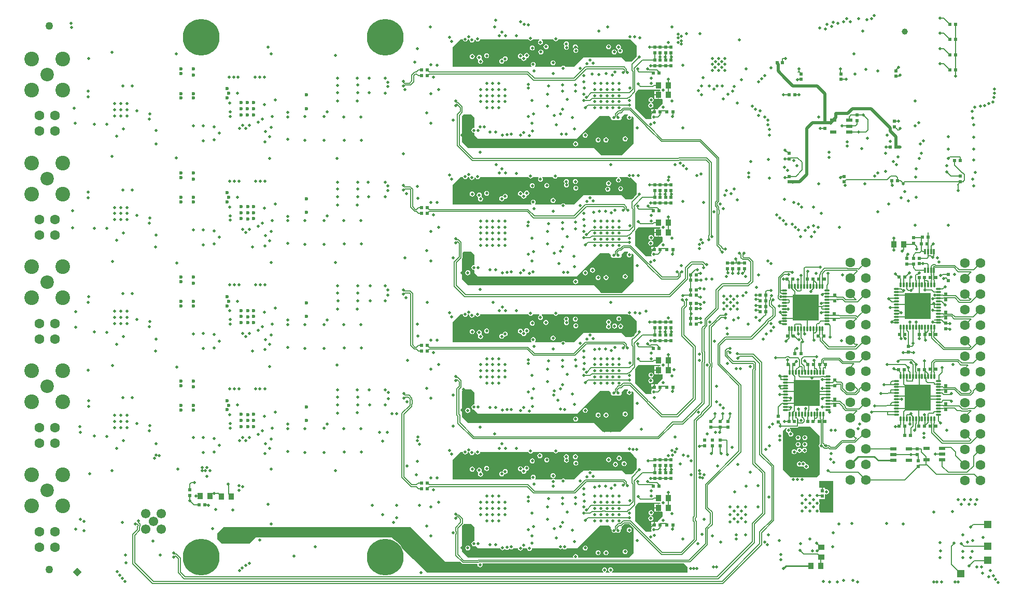
<source format=gbl>
G04 Layer_Physical_Order=6*
G04 Layer_Color=16711680*
%FSLAX25Y25*%
%MOIN*%
G70*
G01*
G75*
%ADD11R,0.03543X0.03937*%
%ADD14R,0.02441X0.02284*%
%ADD15R,0.02441X0.02441*%
%ADD17C,0.03937*%
%ADD19R,0.02284X0.02441*%
%ADD20R,0.03937X0.03543*%
%ADD25R,0.02441X0.02441*%
%ADD27R,0.03740X0.03937*%
%ADD33R,0.05000X0.05000*%
%ADD83R,0.01181X0.03347*%
%ADD84C,0.00598*%
%ADD85C,0.00500*%
%ADD87C,0.00600*%
%ADD88C,0.00800*%
%ADD89C,0.01000*%
%ADD90C,0.00669*%
%ADD92C,0.00700*%
%ADD99C,0.08661*%
%ADD100C,0.09449*%
%ADD101C,0.05000*%
%ADD102C,0.23622*%
%ADD103C,0.06299*%
%ADD104C,0.06102*%
%ADD105C,0.01969*%
%ADD106C,0.02362*%
%ADD118C,0.01969*%
%ADD123O,0.01181X0.03543*%
%ADD124O,0.03543X0.01181*%
%ADD125R,0.16535X0.16535*%
%ADD126R,0.04331X0.02362*%
%ADD127P,0.05568X4X270.0*%
G36*
X386218Y137633D02*
X386243Y137295D01*
X385797Y136997D01*
X385447Y136474D01*
X385324Y135856D01*
X385447Y135239D01*
X385797Y134715D01*
X386320Y134365D01*
X386938Y134242D01*
X387556Y134365D01*
X388079Y134715D01*
X388429Y135239D01*
X388552Y135856D01*
X388433Y136455D01*
X388453Y136485D01*
X388847Y136744D01*
X389764Y135827D01*
Y132294D01*
Y119095D01*
X381102Y110433D01*
X370079D01*
X368110Y112402D01*
X364370Y116142D01*
X283465D01*
X281496Y118110D01*
X279528Y120079D01*
Y136811D01*
X280512Y137795D01*
X285433D01*
X287402Y135827D01*
Y130905D01*
Y128273D01*
X287152Y128068D01*
X286535Y127946D01*
X286011Y127596D01*
X285661Y127072D01*
X285538Y126455D01*
X285661Y125837D01*
X286011Y125314D01*
X286535Y124964D01*
X287152Y124841D01*
X287402Y124636D01*
Y124400D01*
X289754Y122047D01*
X353339D01*
X362205Y130913D01*
X368102Y136811D01*
X374016D01*
X375000Y135827D01*
Y134843D01*
X375984Y133858D01*
X380906D01*
X381890Y134843D01*
Y135827D01*
X383858Y137795D01*
X386160D01*
X386218Y137633D01*
D02*
G37*
G36*
X406897Y330359D02*
X406598Y329921D01*
X405886D01*
Y327362D01*
Y324803D01*
X408051D01*
X408465Y324594D01*
Y321850D01*
X405512Y318898D01*
Y318608D01*
X405012Y318245D01*
X404913D01*
Y318245D01*
X404685Y318237D01*
Y318237D01*
X403248D01*
Y316426D01*
X402953D01*
Y316131D01*
X401221D01*
Y314615D01*
X401221Y314615D01*
X401221D01*
X401316Y314115D01*
X401196Y313934D01*
X401073Y313317D01*
X401196Y312699D01*
X401324Y312508D01*
X401056Y312008D01*
X397638D01*
X396654Y312992D01*
X390748Y318898D01*
Y324803D01*
Y328334D01*
X391142Y328728D01*
X391143Y328728D01*
X391341Y329025D01*
X391410Y329376D01*
X391410Y329376D01*
Y329403D01*
X392717Y330709D01*
X406726D01*
X406897Y330359D01*
D02*
G37*
G36*
X518043Y78947D02*
Y58661D01*
X509690Y58661D01*
X509593Y58748D01*
X509346Y59161D01*
X509436Y59614D01*
X509313Y60232D01*
X509213Y60382D01*
Y63768D01*
X509313Y63918D01*
X509436Y64535D01*
X509313Y65153D01*
X509213Y65303D01*
Y67317D01*
X512758D01*
Y70124D01*
X513258Y70408D01*
X513743Y70311D01*
X514360Y70434D01*
X514884Y70784D01*
X515234Y71308D01*
X515356Y71925D01*
X515234Y72543D01*
X514884Y73066D01*
X514360Y73416D01*
X513743Y73539D01*
X513250Y73441D01*
X512750Y73721D01*
Y74490D01*
X511235D01*
Y72679D01*
X510644D01*
Y74490D01*
X509213D01*
Y78947D01*
X518043Y78947D01*
D02*
G37*
G36*
X386335Y185864D02*
X386952Y185741D01*
X387570Y185864D01*
X387706Y185955D01*
X389816Y183846D01*
X391732Y181929D01*
Y180361D01*
Y174902D01*
X388448Y171618D01*
X384559D01*
X381964Y174213D01*
X362450D01*
X362429Y174227D01*
X361811Y174350D01*
X361193Y174227D01*
X361172Y174213D01*
X357283D01*
X356299Y173228D01*
X351378Y168307D01*
X345885D01*
X345688Y168602D01*
X345165Y168951D01*
X344547Y169074D01*
X343930Y168951D01*
X343406Y168602D01*
X343209Y168307D01*
X326589D01*
X326458Y168534D01*
X326382Y168807D01*
X326688Y169264D01*
X326811Y169882D01*
X326688Y170499D01*
X326338Y171023D01*
X325814Y171373D01*
X325197Y171496D01*
X324579Y171373D01*
X324056Y171023D01*
X323706Y170499D01*
X323583Y169882D01*
X323706Y169264D01*
X324011Y168807D01*
X323936Y168534D01*
X323805Y168307D01*
X273228D01*
Y169291D01*
Y180709D01*
X278543Y186024D01*
X279932D01*
X280029Y185536D01*
X280378Y185013D01*
X280902Y184663D01*
X281519Y184540D01*
X282137Y184663D01*
X282660Y185013D01*
X283010Y185536D01*
X283107Y186024D01*
X283663D01*
X283777Y186001D01*
X283963Y185880D01*
X284213Y185630D01*
X284336Y185012D01*
X284686Y184489D01*
X285209Y184139D01*
X285827Y184016D01*
X286444Y184139D01*
X286968Y184489D01*
X287318Y185012D01*
X287440Y185630D01*
X287908Y185613D01*
X287992Y185599D01*
X288028Y185566D01*
X288357Y185072D01*
X288881Y184722D01*
X289498Y184600D01*
X290116Y184722D01*
X290639Y185072D01*
X290989Y185596D01*
X291074Y186024D01*
X322080D01*
X322383Y185572D01*
X322906Y185222D01*
X323524Y185099D01*
X324141Y185222D01*
X324665Y185572D01*
X324967Y186024D01*
X329082D01*
X329118Y185930D01*
X329165Y185524D01*
X328728Y185232D01*
X328378Y184708D01*
X328256Y184090D01*
X328378Y183473D01*
X328728Y182949D01*
X329252Y182600D01*
X329869Y182477D01*
X330487Y182600D01*
X331010Y182949D01*
X331360Y183473D01*
X331483Y184090D01*
X331360Y184708D01*
X331010Y185232D01*
X330573Y185524D01*
X330620Y185930D01*
X330656Y186024D01*
X338358D01*
X338571Y185705D01*
X339094Y185356D01*
X339712Y185233D01*
X340329Y185356D01*
X340853Y185705D01*
X341066Y186024D01*
X386096D01*
X386335Y185864D01*
D02*
G37*
G36*
X406897Y153193D02*
X406598Y152756D01*
X405886D01*
Y150197D01*
Y147638D01*
X408051D01*
X408465Y147429D01*
Y144685D01*
X405512Y141732D01*
Y141443D01*
X405012Y141079D01*
X404913D01*
Y141079D01*
X404685Y141072D01*
Y141072D01*
X403248D01*
Y139261D01*
X402953D01*
Y138965D01*
X401221D01*
Y137450D01*
X401221Y137450D01*
X401221D01*
X401316Y136950D01*
X401196Y136769D01*
X401073Y136152D01*
X401196Y135534D01*
X401324Y135343D01*
X401056Y134843D01*
X397638D01*
X396654Y135827D01*
X390748Y141732D01*
Y147638D01*
Y151169D01*
X391142Y151563D01*
X391143Y151563D01*
X391341Y151860D01*
X391410Y152210D01*
X391410Y152210D01*
Y152237D01*
X392717Y153543D01*
X406726D01*
X406897Y153193D01*
D02*
G37*
G36*
X386218Y314798D02*
X386243Y314461D01*
X385797Y314163D01*
X385447Y313639D01*
X385324Y313021D01*
X385447Y312404D01*
X385797Y311880D01*
X386320Y311531D01*
X386938Y311408D01*
X387556Y311531D01*
X388079Y311880D01*
X388429Y312404D01*
X388552Y313021D01*
X388433Y313620D01*
X388453Y313651D01*
X388847Y313909D01*
X389764Y312992D01*
Y309459D01*
Y296260D01*
X382087Y288583D01*
X369094D01*
X368110Y289567D01*
X364370Y293307D01*
X283465D01*
X281496Y295276D01*
X279528Y297244D01*
Y313976D01*
X280512Y314961D01*
X285433D01*
X287402Y312992D01*
Y308071D01*
Y306555D01*
X287052Y306269D01*
X286435Y306146D01*
X285911Y305796D01*
X285561Y305272D01*
X285438Y304655D01*
X285561Y304037D01*
X285911Y303514D01*
X286435Y303164D01*
X287052Y303041D01*
X287402Y302754D01*
Y301565D01*
X289754Y299213D01*
X353339D01*
X362205Y308079D01*
X368102Y313976D01*
X374016D01*
X375000Y312992D01*
Y312008D01*
X375984Y311024D01*
X380906D01*
X381890Y312008D01*
Y312992D01*
X383858Y314961D01*
X386160D01*
X386218Y314798D01*
D02*
G37*
G36*
X507283Y109888D02*
X509252Y107920D01*
Y102725D01*
X508903Y102203D01*
X508780Y101585D01*
X508903Y100968D01*
X509252Y100445D01*
Y97648D01*
Y83268D01*
X507283Y81299D01*
X498548D01*
X498144Y81380D01*
X497740Y81299D01*
X495595D01*
X495191Y81380D01*
X494788Y81299D01*
X492643D01*
X492239Y81380D01*
X491835Y81299D01*
X490551D01*
X486614Y85236D01*
X485630Y86221D01*
Y102953D01*
Y110827D01*
X487858Y113055D01*
X487906Y113043D01*
X487987Y112857D01*
X488052Y112491D01*
X487759Y112053D01*
X487636Y111435D01*
X487759Y110818D01*
X488109Y110294D01*
X488632Y109945D01*
X488829Y109905D01*
X489232Y109680D01*
X489192Y109362D01*
X489130Y109051D01*
X489253Y108434D01*
X489603Y107910D01*
X490127Y107560D01*
X490744Y107437D01*
X491362Y107560D01*
X491885Y107910D01*
X492235Y108434D01*
X492358Y109051D01*
X492235Y109669D01*
X491885Y110192D01*
X491362Y110542D01*
X491164Y110581D01*
X490762Y110806D01*
X490801Y111124D01*
X490863Y111435D01*
X490740Y112053D01*
X490391Y112576D01*
X490044Y112808D01*
X490196Y113308D01*
X495079D01*
X495410Y113374D01*
X495690Y113562D01*
X495791Y113662D01*
X495869Y113779D01*
X503392D01*
X507283Y109888D01*
D02*
G37*
G36*
X389816Y95263D02*
X391732Y93347D01*
Y91778D01*
Y86320D01*
X388448Y83035D01*
X384559D01*
X381964Y85630D01*
X362450D01*
X362429Y85644D01*
X361811Y85767D01*
X361193Y85644D01*
X361172Y85630D01*
X357283D01*
X356299Y84646D01*
X351378Y79724D01*
X345885D01*
X345688Y80019D01*
X345165Y80369D01*
X344547Y80492D01*
X343930Y80369D01*
X343406Y80019D01*
X343209Y79724D01*
X339271D01*
X338755Y80070D01*
X338137Y80192D01*
X338049Y80681D01*
X338610Y80793D01*
X339133Y81142D01*
X339483Y81666D01*
X339606Y82284D01*
X339483Y82901D01*
X339133Y83425D01*
X338610Y83774D01*
X337992Y83897D01*
X337375Y83774D01*
X336851Y83425D01*
X336501Y82901D01*
X336378Y82284D01*
X336501Y81666D01*
X336851Y81142D01*
X337375Y80793D01*
X337992Y80670D01*
X338081Y80181D01*
X337520Y80070D01*
X337003Y79724D01*
X326589D01*
X326458Y79951D01*
X326382Y80224D01*
X326688Y80682D01*
X326811Y81299D01*
X326688Y81917D01*
X326338Y82440D01*
X325814Y82790D01*
X325197Y82913D01*
X324579Y82790D01*
X324056Y82440D01*
X323706Y81917D01*
X323583Y81299D01*
X323706Y80682D01*
X324011Y80224D01*
X323936Y79951D01*
X323805Y79724D01*
X273228D01*
Y80709D01*
Y92126D01*
X278543Y97441D01*
X279932D01*
X280029Y96954D01*
X280378Y96430D01*
X280902Y96080D01*
X281519Y95957D01*
X282137Y96080D01*
X282660Y96430D01*
X283010Y96954D01*
X283107Y97441D01*
X283663D01*
X283777Y97418D01*
X283963Y97297D01*
X284213Y97047D01*
X284336Y96430D01*
X284686Y95906D01*
X285209Y95556D01*
X285827Y95434D01*
X286444Y95556D01*
X286968Y95906D01*
X287318Y96430D01*
X287440Y97047D01*
X287908Y97030D01*
X287992Y97016D01*
X288028Y96983D01*
X288357Y96490D01*
X288881Y96140D01*
X289498Y96017D01*
X290116Y96140D01*
X290639Y96490D01*
X290989Y97013D01*
X291074Y97441D01*
X322080D01*
X322383Y96989D01*
X322906Y96639D01*
X323524Y96516D01*
X324141Y96639D01*
X324665Y96989D01*
X324967Y97441D01*
X338358D01*
X338571Y97123D01*
X339094Y96773D01*
X339712Y96650D01*
X340329Y96773D01*
X340853Y97123D01*
X341066Y97441D01*
X387638D01*
X389816Y95263D01*
D02*
G37*
G36*
X385783Y274491D02*
X386306Y274141D01*
X386924Y274018D01*
X387541Y274141D01*
X387878Y274366D01*
X389816Y272428D01*
X391732Y270512D01*
Y268943D01*
Y263485D01*
X388448Y260200D01*
X384559D01*
X381964Y262795D01*
X362450D01*
X362429Y262810D01*
X361811Y262933D01*
X361193Y262810D01*
X361172Y262795D01*
X357283D01*
X356299Y261811D01*
X351378Y256890D01*
X345885D01*
X345688Y257184D01*
X345165Y257534D01*
X344547Y257657D01*
X343930Y257534D01*
X343406Y257184D01*
X343209Y256890D01*
X326589D01*
X326458Y257117D01*
X326382Y257390D01*
X326688Y257847D01*
X326811Y258465D01*
X326688Y259082D01*
X326338Y259606D01*
X325814Y259955D01*
X325197Y260078D01*
X324579Y259955D01*
X324056Y259606D01*
X323706Y259082D01*
X323583Y258465D01*
X323706Y257847D01*
X324011Y257390D01*
X323936Y257117D01*
X323805Y256890D01*
X273228D01*
Y257874D01*
Y269291D01*
X278543Y274606D01*
X279932D01*
X280029Y274119D01*
X280378Y273595D01*
X280902Y273246D01*
X281519Y273123D01*
X282137Y273246D01*
X282660Y273595D01*
X283010Y274119D01*
X283107Y274606D01*
X283663D01*
X283777Y274584D01*
X283963Y274463D01*
X284213Y274213D01*
X284336Y273595D01*
X284686Y273072D01*
X285209Y272722D01*
X285827Y272599D01*
X286444Y272722D01*
X286968Y273072D01*
X287318Y273595D01*
X287440Y274213D01*
X287908Y274196D01*
X287992Y274181D01*
X288028Y274149D01*
X288357Y273655D01*
X288881Y273305D01*
X289498Y273182D01*
X290116Y273305D01*
X290639Y273655D01*
X290989Y274179D01*
X291074Y274606D01*
X322080D01*
X322383Y274154D01*
X322906Y273804D01*
X323524Y273682D01*
X324141Y273804D01*
X324665Y274154D01*
X324967Y274606D01*
X328439D01*
X328539Y274468D01*
X328660Y274106D01*
X328378Y273684D01*
X328256Y273067D01*
X328378Y272449D01*
X328728Y271926D01*
X329252Y271576D01*
X329869Y271453D01*
X330487Y271576D01*
X331010Y271926D01*
X331360Y272449D01*
X331483Y273067D01*
X331360Y273684D01*
X331078Y274106D01*
X331199Y274468D01*
X331300Y274606D01*
X337790D01*
X337827Y274418D01*
X338177Y273894D01*
X338701Y273545D01*
X339318Y273422D01*
X339936Y273545D01*
X340459Y273894D01*
X340809Y274418D01*
X340846Y274606D01*
X379237D01*
X379242Y274593D01*
X379320Y274106D01*
X378892Y273820D01*
X378542Y273297D01*
X378420Y272679D01*
X378542Y272062D01*
X378892Y271538D01*
X379416Y271188D01*
X380033Y271066D01*
X380651Y271188D01*
X381174Y271538D01*
X381524Y272062D01*
X381647Y272679D01*
X381524Y273297D01*
X381174Y273820D01*
X380747Y274106D01*
X380824Y274593D01*
X380830Y274606D01*
X385706D01*
X385783Y274491D01*
D02*
G37*
G36*
X386218Y226216D02*
X386243Y225878D01*
X385797Y225580D01*
X385447Y225056D01*
X385324Y224439D01*
X385447Y223821D01*
X385797Y223298D01*
X386320Y222948D01*
X386938Y222825D01*
X387556Y222948D01*
X388079Y223298D01*
X388429Y223821D01*
X388552Y224439D01*
X388433Y225037D01*
X388453Y225068D01*
X388847Y225326D01*
X389764Y224410D01*
Y220876D01*
Y207677D01*
X382087Y200000D01*
X369094D01*
X368110Y200984D01*
X364370Y204724D01*
X283465D01*
X281496Y206693D01*
X279528Y208661D01*
Y222190D01*
X279605Y222306D01*
X279675Y222657D01*
Y225541D01*
X280512Y226378D01*
X285433D01*
X287402Y224410D01*
Y219488D01*
Y218174D01*
X287152Y217969D01*
X286534Y217846D01*
X286011Y217496D01*
X285661Y216972D01*
X285538Y216355D01*
X285661Y215737D01*
X286011Y215214D01*
X286534Y214864D01*
X287152Y214741D01*
X287402Y214536D01*
Y212983D01*
X289754Y210630D01*
X353339D01*
X362205Y219496D01*
X368102Y225394D01*
X374016D01*
X375000Y224410D01*
Y223425D01*
X375984Y222441D01*
X380906D01*
X381890Y223425D01*
Y224410D01*
X383858Y226378D01*
X386160D01*
X386218Y226216D01*
D02*
G37*
G36*
X406897Y241776D02*
X406598Y241339D01*
X405886D01*
Y238779D01*
Y236221D01*
X408051D01*
X408465Y236011D01*
Y233268D01*
X405512Y230315D01*
Y230026D01*
X405012Y229662D01*
X404913D01*
Y229662D01*
X404685Y229654D01*
Y229654D01*
X403248D01*
Y227843D01*
X402953D01*
Y227548D01*
X401221D01*
Y226032D01*
X401221Y226032D01*
X401221D01*
X401316Y225532D01*
X401196Y225352D01*
X401073Y224734D01*
X401196Y224117D01*
X401324Y223925D01*
X401056Y223425D01*
X397638D01*
X396654Y224410D01*
X390748Y230315D01*
Y236221D01*
Y239751D01*
X391142Y240146D01*
X391143Y240146D01*
X391341Y240443D01*
X391410Y240793D01*
X391410Y240793D01*
Y240820D01*
X392717Y242126D01*
X406726D01*
X406897Y241776D01*
D02*
G37*
G36*
Y64611D02*
X406598Y64173D01*
X405886D01*
Y61614D01*
Y59055D01*
X408051D01*
X408465Y58846D01*
Y56102D01*
X405512Y53150D01*
Y52860D01*
X405012Y52497D01*
X404913D01*
Y52497D01*
X404685Y52489D01*
Y52489D01*
X403248D01*
Y50678D01*
X402953D01*
Y50383D01*
X401221D01*
Y48867D01*
X401221Y48867D01*
X401221D01*
X401299Y48367D01*
X401196Y48212D01*
X401073Y47594D01*
X401196Y46977D01*
X401341Y46760D01*
X401074Y46260D01*
X397638D01*
X396654Y47244D01*
X390748Y53150D01*
Y59055D01*
Y62586D01*
X391142Y62980D01*
X391143Y62980D01*
X391341Y63277D01*
X391410Y63628D01*
X391410Y63628D01*
Y63655D01*
X392717Y64961D01*
X406726D01*
X406897Y64611D01*
D02*
G37*
G36*
X287402Y49213D02*
Y44291D01*
Y40274D01*
X287152Y40069D01*
X286534Y39946D01*
X286011Y39596D01*
X285661Y39072D01*
X285538Y38455D01*
X285661Y37837D01*
X286011Y37314D01*
X286534Y36964D01*
X287152Y36841D01*
X287769Y36964D01*
X288041Y37146D01*
X289754Y35433D01*
X304007D01*
X304045Y35238D01*
X304395Y34715D01*
X304919Y34365D01*
X305536Y34242D01*
X306154Y34365D01*
X306677Y34715D01*
X306811Y34914D01*
X307348Y35010D01*
X307872Y34660D01*
X308489Y34537D01*
X309107Y34660D01*
X309630Y35010D01*
X309630Y35010D01*
X309679Y35039D01*
X310012Y35199D01*
X310012Y35199D01*
X309699Y35045D01*
X310085Y35166D01*
X310265Y35087D01*
X310505Y34926D01*
X310696Y34888D01*
X311122Y34804D01*
X311740Y34926D01*
X312263Y35276D01*
X312368Y35433D01*
X315355D01*
X315438Y35012D01*
X315788Y34489D01*
X316312Y34139D01*
X316929Y34016D01*
X317547Y34139D01*
X318070Y34489D01*
X318420Y35012D01*
X318504Y35433D01*
X321123D01*
X321123Y35433D01*
X321245Y34815D01*
X321595Y34292D01*
X322119Y33942D01*
X322736Y33819D01*
X323354Y33942D01*
X323877Y34292D01*
X324227Y34815D01*
X324350Y35433D01*
X324350Y35433D01*
X341628D01*
X341657Y35390D01*
X342181Y35040D01*
X342798Y34917D01*
X343416Y35040D01*
X343939Y35390D01*
X344399Y35231D01*
X344855Y34927D01*
X345472Y34804D01*
X346090Y34927D01*
X346614Y35276D01*
X346718Y35433D01*
X353339D01*
X362205Y44299D01*
X368102Y50197D01*
X374016D01*
X375000Y49213D01*
Y48228D01*
X375709Y47520D01*
X375606Y47004D01*
X375729Y46386D01*
X376079Y45863D01*
X376602Y45513D01*
X377220Y45390D01*
X377837Y45513D01*
X378143Y45717D01*
X378504Y45822D01*
X378865Y45717D01*
X379171Y45513D01*
X379788Y45390D01*
X380406Y45513D01*
X380929Y45863D01*
X381279Y46386D01*
X381402Y47004D01*
X381280Y47618D01*
X381890Y48228D01*
Y49213D01*
X382115Y49438D01*
X382397Y49626D01*
X383823Y51052D01*
X386924D01*
X389764Y48212D01*
Y45680D01*
Y32480D01*
X386811Y29528D01*
X354386D01*
X354069Y29914D01*
X354112Y30131D01*
X353989Y30748D01*
X353640Y31272D01*
X353116Y31622D01*
X352498Y31744D01*
X351881Y31622D01*
X351357Y31272D01*
X351008Y30748D01*
X350885Y30131D01*
X350928Y29914D01*
X350611Y29528D01*
X283465D01*
X281496Y31496D01*
X279528Y33465D01*
Y50157D01*
X280040Y50669D01*
X280040Y50669D01*
X280391Y51021D01*
X280471Y51140D01*
X280512Y51181D01*
X285433D01*
X287402Y49213D01*
D02*
G37*
G36*
X128066Y49254D02*
X246358D01*
X259154Y36459D01*
X268634Y26979D01*
X278100D01*
X279367Y25711D01*
X279664Y25513D01*
X280015Y25443D01*
X289043D01*
X289360Y25056D01*
X289331Y24912D01*
X289454Y24294D01*
X289804Y23771D01*
X290327Y23421D01*
X290945Y23298D01*
X291562Y23421D01*
X292086Y23771D01*
X292436Y24294D01*
X292559Y24912D01*
X292466Y25379D01*
X292758Y25879D01*
X422110D01*
X424325Y23663D01*
Y19748D01*
X375897D01*
X375745Y20248D01*
X376141Y20513D01*
X376491Y21036D01*
X376614Y21654D01*
X376491Y22271D01*
X376141Y22795D01*
X375618Y23144D01*
X375000Y23267D01*
X374382Y23144D01*
X373859Y22795D01*
X373509Y22271D01*
X373386Y21654D01*
X373509Y21036D01*
X373859Y20513D01*
X374255Y20248D01*
X374103Y19748D01*
X371959D01*
X371808Y20248D01*
X372203Y20513D01*
X372553Y21036D01*
X372676Y21654D01*
X372553Y22271D01*
X372203Y22795D01*
X371680Y23144D01*
X371062Y23267D01*
X370445Y23144D01*
X369921Y22795D01*
X369571Y22271D01*
X369449Y21654D01*
X369571Y21036D01*
X369921Y20513D01*
X370317Y20248D01*
X370165Y19748D01*
X256981D01*
X248144Y28585D01*
X240784Y35945D01*
X239992Y37238D01*
X238723Y38723D01*
X237238Y39992D01*
X235945Y40784D01*
X234365Y42364D01*
X229981D01*
X229921Y42369D01*
X229861Y42364D01*
X149718D01*
X149232Y42461D01*
X148747Y42364D01*
X146766D01*
X142829Y38427D01*
X125113D01*
X122160Y41380D01*
Y45317D01*
X126097Y49254D01*
X128066Y49254D01*
D02*
G37*
G36*
X389816Y361011D02*
X391732Y359095D01*
Y357526D01*
Y352068D01*
X388448Y348783D01*
X384559D01*
X381964Y351378D01*
X362450D01*
X362429Y351392D01*
X361811Y351515D01*
X361193Y351392D01*
X361172Y351378D01*
X357283D01*
X356299Y350394D01*
X351378Y345472D01*
X345885D01*
X345688Y345767D01*
X345165Y346117D01*
X344547Y346240D01*
X343930Y346117D01*
X343406Y345767D01*
X343209Y345472D01*
X326589D01*
X326458Y345699D01*
X326382Y345972D01*
X326688Y346430D01*
X326811Y347047D01*
X326688Y347665D01*
X326338Y348188D01*
X325814Y348538D01*
X325197Y348661D01*
X324579Y348538D01*
X324056Y348188D01*
X323706Y347665D01*
X323583Y347047D01*
X323706Y346430D01*
X324011Y345972D01*
X323936Y345699D01*
X323805Y345472D01*
X273228D01*
Y346457D01*
Y357874D01*
X278543Y363189D01*
X279932D01*
X280029Y362702D01*
X280378Y362178D01*
X280902Y361828D01*
X281519Y361706D01*
X282137Y361828D01*
X282660Y362178D01*
X283010Y362702D01*
X283107Y363189D01*
X283663D01*
X283777Y363166D01*
X283963Y363045D01*
X284213Y362795D01*
X284336Y362178D01*
X284686Y361654D01*
X285209Y361304D01*
X285827Y361182D01*
X286444Y361304D01*
X286968Y361654D01*
X287318Y362178D01*
X287440Y362795D01*
X287908Y362778D01*
X287992Y362764D01*
X288028Y362731D01*
X288357Y362238D01*
X288881Y361888D01*
X289498Y361765D01*
X290116Y361888D01*
X290639Y362238D01*
X290989Y362761D01*
X291074Y363189D01*
X322080D01*
X322383Y362737D01*
X322906Y362387D01*
X323524Y362264D01*
X324141Y362387D01*
X324665Y362737D01*
X324967Y363189D01*
X329082D01*
X329118Y363095D01*
X329165Y362689D01*
X328728Y362397D01*
X328378Y361873D01*
X328256Y361256D01*
X328378Y360638D01*
X328728Y360115D01*
X329252Y359765D01*
X329869Y359642D01*
X330487Y359765D01*
X331010Y360115D01*
X331360Y360638D01*
X331483Y361256D01*
X331360Y361873D01*
X331010Y362397D01*
X330573Y362689D01*
X330621Y363095D01*
X330656Y363189D01*
X338183D01*
X338221Y363000D01*
X338571Y362477D01*
X339094Y362127D01*
X339712Y362004D01*
X340329Y362127D01*
X340853Y362477D01*
X341203Y363000D01*
X341240Y363189D01*
X387112D01*
X387352Y363141D01*
X387593Y363189D01*
X387638D01*
X389816Y361011D01*
D02*
G37*
%LPC*%
G36*
X352498Y120327D02*
X351881Y120204D01*
X351357Y119854D01*
X351008Y119331D01*
X350885Y118713D01*
X351008Y118096D01*
X351357Y117572D01*
X351881Y117222D01*
X352498Y117100D01*
X353116Y117222D01*
X353640Y117572D01*
X353989Y118096D01*
X354112Y118713D01*
X353989Y119331D01*
X353640Y119854D01*
X353116Y120204D01*
X352498Y120327D01*
D02*
G37*
G36*
X366929Y122873D02*
X366312Y122751D01*
X365788Y122401D01*
X365438Y121877D01*
X365316Y121260D01*
X365438Y120642D01*
X365788Y120119D01*
X366312Y119769D01*
X366929Y119646D01*
X367547Y119769D01*
X368070Y120119D01*
X368420Y120642D01*
X368543Y121260D01*
X368420Y121877D01*
X368070Y122401D01*
X367547Y122751D01*
X366929Y122873D01*
D02*
G37*
G36*
X372047D02*
X371430Y122751D01*
X370906Y122401D01*
X370556Y121877D01*
X370434Y121260D01*
X370556Y120642D01*
X370906Y120119D01*
X371430Y119769D01*
X372047Y119646D01*
X372665Y119769D01*
X373188Y120119D01*
X373538Y120642D01*
X373661Y121260D01*
X373538Y121877D01*
X373188Y122401D01*
X372665Y122751D01*
X372047Y122873D01*
D02*
G37*
G36*
X283098Y125910D02*
X282481Y125787D01*
X281957Y125437D01*
X281608Y124914D01*
X281485Y124296D01*
X281608Y123679D01*
X281957Y123155D01*
X282481Y122805D01*
X283098Y122682D01*
X283716Y122805D01*
X284240Y123155D01*
X284589Y123679D01*
X284712Y124296D01*
X284589Y124914D01*
X284240Y125437D01*
X283716Y125787D01*
X283098Y125910D01*
D02*
G37*
G36*
X384350Y123563D02*
X383733Y123440D01*
X383209Y123090D01*
X382859Y122566D01*
X382737Y121949D01*
X382859Y121331D01*
X383209Y120808D01*
X383733Y120458D01*
X384350Y120335D01*
X384968Y120458D01*
X385491Y120808D01*
X385841Y121331D01*
X385964Y121949D01*
X385841Y122566D01*
X385491Y123090D01*
X384968Y123440D01*
X384350Y123563D01*
D02*
G37*
G36*
X358698Y125927D02*
X358081Y125804D01*
X357557Y125454D01*
X357208Y124931D01*
X357085Y124313D01*
X357208Y123696D01*
X357557Y123172D01*
X358081Y122822D01*
X358698Y122700D01*
X359316Y122822D01*
X359840Y123172D01*
X360189Y123696D01*
X360312Y124313D01*
X360189Y124931D01*
X359840Y125454D01*
X359316Y125804D01*
X358698Y125927D01*
D02*
G37*
G36*
X402658Y318237D02*
X401221D01*
Y316721D01*
X402658D01*
Y318237D01*
D02*
G37*
G36*
X405295Y329921D02*
X403130D01*
Y327658D01*
X405295D01*
Y329921D01*
D02*
G37*
G36*
Y327067D02*
X403130D01*
Y324803D01*
X405295D01*
Y327067D01*
D02*
G37*
G36*
X400984Y325826D02*
X400367Y325704D01*
X399843Y325354D01*
X399493Y324830D01*
X399371Y324213D01*
X399493Y323595D01*
X399843Y323072D01*
X400367Y322722D01*
X400642Y322667D01*
X400646Y322666D01*
Y322156D01*
X400626Y322152D01*
X400170Y322062D01*
X399646Y321712D01*
X399296Y321188D01*
X399174Y320571D01*
X399296Y319953D01*
X399646Y319430D01*
X400170Y319080D01*
X400787Y318957D01*
X401405Y319080D01*
X401929Y319430D01*
X402278Y319953D01*
X402401Y320571D01*
X402278Y321188D01*
X401929Y321712D01*
X401405Y322062D01*
X401129Y322116D01*
X401126Y322117D01*
Y322627D01*
X401146Y322631D01*
X401602Y322722D01*
X402125Y323072D01*
X402475Y323595D01*
X402598Y324213D01*
X402475Y324830D01*
X402125Y325354D01*
X401602Y325704D01*
X400984Y325826D01*
D02*
G37*
G36*
X320990Y177236D02*
X320372Y177113D01*
X319849Y176763D01*
X319499Y176239D01*
X319376Y175622D01*
X319377Y175617D01*
X319094Y175334D01*
X319019Y175319D01*
X318459Y175717D01*
X318420Y175913D01*
X318070Y176436D01*
X317547Y176786D01*
X316929Y176909D01*
X316312Y176786D01*
X315788Y176436D01*
X315438Y175913D01*
X315316Y175295D01*
X315438Y174678D01*
X315788Y174154D01*
X316312Y173804D01*
X316929Y173682D01*
X317005Y173697D01*
X317565Y173298D01*
X317604Y173103D01*
X317953Y172579D01*
X318477Y172230D01*
X319094Y172107D01*
X319712Y172230D01*
X320235Y172579D01*
X320585Y173103D01*
X320708Y173721D01*
X321154Y174041D01*
X321607Y174131D01*
X322131Y174481D01*
X322481Y175004D01*
X322604Y175622D01*
X322481Y176239D01*
X322131Y176763D01*
X321607Y177113D01*
X320990Y177236D01*
D02*
G37*
G36*
X337992Y172480D02*
X337375Y172357D01*
X336851Y172007D01*
X336501Y171484D01*
X336378Y170866D01*
X336501Y170249D01*
X336851Y169725D01*
X337375Y169375D01*
X337992Y169252D01*
X338610Y169375D01*
X339133Y169725D01*
X339483Y170249D01*
X339606Y170866D01*
X339483Y171484D01*
X339133Y172007D01*
X338610Y172357D01*
X337992Y172480D01*
D02*
G37*
G36*
X290476Y176054D02*
X289859Y175932D01*
X289335Y175582D01*
X288986Y175058D01*
X288863Y174441D01*
X288986Y173823D01*
X289335Y173300D01*
X289658Y173084D01*
X289856Y172480D01*
X289848Y172468D01*
X289725Y171850D01*
X289848Y171233D01*
X290197Y170709D01*
X290721Y170360D01*
X291339Y170237D01*
X291956Y170360D01*
X292480Y170709D01*
X292829Y171233D01*
X292952Y171850D01*
X292829Y172468D01*
X292480Y172991D01*
X292157Y173207D01*
X291960Y173812D01*
X291967Y173823D01*
X292090Y174441D01*
X291967Y175058D01*
X291618Y175582D01*
X291094Y175932D01*
X290476Y176054D01*
D02*
G37*
G36*
X295276Y177106D02*
X294658Y176983D01*
X294134Y176633D01*
X293785Y176110D01*
X293662Y175492D01*
X293785Y174875D01*
X294134Y174351D01*
X294658Y174001D01*
X295276Y173878D01*
X295893Y174001D01*
X296417Y174351D01*
X296766Y174875D01*
X296889Y175492D01*
X296766Y176110D01*
X296417Y176633D01*
X295893Y176983D01*
X295276Y177106D01*
D02*
G37*
G36*
X286024Y176614D02*
X285406Y176491D01*
X284883Y176141D01*
X284533Y175618D01*
X284410Y175000D01*
X284533Y174382D01*
X284883Y173859D01*
X285406Y173509D01*
X286024Y173386D01*
X286641Y173509D01*
X287165Y173859D01*
X287514Y174382D01*
X287637Y175000D01*
X287514Y175618D01*
X287165Y176141D01*
X286641Y176491D01*
X286024Y176614D01*
D02*
G37*
G36*
X307185Y175137D02*
X306568Y175014D01*
X306044Y174665D01*
X305694Y174141D01*
X305571Y173524D01*
X305108Y173561D01*
X304946Y173594D01*
X304328Y173471D01*
X303805Y173121D01*
X303455Y172598D01*
X303332Y171980D01*
X303455Y171362D01*
X303805Y170839D01*
X304328Y170489D01*
X304946Y170366D01*
X305563Y170489D01*
X306087Y170839D01*
X306437Y171362D01*
X306559Y171980D01*
X307023Y171942D01*
X307185Y171910D01*
X307803Y172033D01*
X308326Y172383D01*
X308676Y172906D01*
X308799Y173524D01*
X308676Y174141D01*
X308326Y174665D01*
X307803Y175014D01*
X307185Y175137D01*
D02*
G37*
G36*
X373698Y182827D02*
X373081Y182704D01*
X372557Y182354D01*
X372208Y181831D01*
X372085Y181213D01*
X372208Y180596D01*
X372557Y180072D01*
X372602Y180043D01*
Y179441D01*
X372429Y179326D01*
X372079Y178803D01*
X371956Y178185D01*
X372079Y177568D01*
X372429Y177044D01*
X372953Y176694D01*
X373570Y176571D01*
X374188Y176694D01*
X374711Y177044D01*
X375061Y177568D01*
X375184Y178185D01*
X375061Y178803D01*
X374711Y179326D01*
X374667Y179356D01*
Y179957D01*
X374839Y180072D01*
X375189Y180596D01*
X375312Y181213D01*
X375189Y181831D01*
X374839Y182354D01*
X374316Y182704D01*
X373698Y182827D01*
D02*
G37*
G36*
X380235Y184927D02*
X379618Y184804D01*
X379094Y184454D01*
X378744Y183931D01*
X378621Y183313D01*
X378744Y182696D01*
X379094Y182172D01*
X379618Y181823D01*
X380235Y181700D01*
X380853Y181823D01*
X381376Y182172D01*
X381726Y182696D01*
X381849Y183313D01*
X381726Y183931D01*
X381376Y184454D01*
X380853Y184804D01*
X380235Y184927D01*
D02*
G37*
G36*
X352598Y180427D02*
X351981Y180304D01*
X351457Y179954D01*
X351108Y179431D01*
X350985Y178813D01*
X351108Y178196D01*
X351457Y177672D01*
X351981Y177322D01*
X352598Y177200D01*
X353216Y177322D01*
X353740Y177672D01*
X354089Y178196D01*
X354212Y178813D01*
X354089Y179431D01*
X353740Y179954D01*
X353216Y180304D01*
X352598Y180427D01*
D02*
G37*
G36*
X377507Y180192D02*
X376890Y180069D01*
X376366Y179719D01*
X376016Y179196D01*
X375894Y178578D01*
X376016Y177961D01*
X376366Y177437D01*
X376890Y177088D01*
X377507Y176965D01*
X378125Y177088D01*
X378648Y177437D01*
X378998Y177961D01*
X379121Y178578D01*
X378998Y179196D01*
X378648Y179719D01*
X378125Y180069D01*
X377507Y180192D01*
D02*
G37*
G36*
X381398Y180059D02*
X380780Y179936D01*
X380257Y179586D01*
X379907Y179062D01*
X379784Y178445D01*
X379907Y177827D01*
X380257Y177304D01*
X380780Y176954D01*
X381398Y176831D01*
X382015Y176954D01*
X382539Y177304D01*
X382889Y177827D01*
X383011Y178445D01*
X382889Y179062D01*
X382539Y179586D01*
X382015Y179936D01*
X381398Y180059D01*
D02*
G37*
G36*
X324606Y182027D02*
X323989Y181904D01*
X323465Y181554D01*
X323115Y181031D01*
X322993Y180413D01*
X323115Y179796D01*
X323465Y179272D01*
X323989Y178922D01*
X324606Y178800D01*
X325224Y178922D01*
X325747Y179272D01*
X326097Y179796D01*
X326220Y180413D01*
X326097Y181031D01*
X325747Y181554D01*
X325224Y181904D01*
X324606Y182027D01*
D02*
G37*
G36*
X352362Y184685D02*
X351745Y184562D01*
X351221Y184212D01*
X350871Y183688D01*
X350748Y183071D01*
X350871Y182453D01*
X351221Y181930D01*
X351745Y181580D01*
X352362Y181457D01*
X352980Y181580D01*
X353503Y181930D01*
X353853Y182453D01*
X353976Y183071D01*
X353853Y183688D01*
X353503Y184212D01*
X352980Y184562D01*
X352362Y184685D01*
D02*
G37*
G36*
X333377Y182519D02*
X332760Y182396D01*
X332236Y182047D01*
X331886Y181523D01*
X331764Y180905D01*
X331886Y180288D01*
X332236Y179764D01*
X332760Y179415D01*
X333377Y179292D01*
X333995Y179415D01*
X334518Y179764D01*
X334868Y180288D01*
X334991Y180905D01*
X334868Y181523D01*
X334518Y182047D01*
X333995Y182396D01*
X333377Y182519D01*
D02*
G37*
G36*
X346457Y184685D02*
X345839Y184562D01*
X345316Y184212D01*
X344966Y183688D01*
X344843Y183071D01*
X344966Y182453D01*
X345316Y181930D01*
X345402Y181872D01*
X345108Y181431D01*
X344985Y180813D01*
X345108Y180196D01*
X345457Y179672D01*
X345981Y179323D01*
X346598Y179200D01*
X347216Y179323D01*
X347740Y179672D01*
X348089Y180196D01*
X348212Y180813D01*
X348089Y181431D01*
X347740Y181954D01*
X347653Y182012D01*
X347948Y182453D01*
X348070Y183071D01*
X347948Y183688D01*
X347598Y184212D01*
X347074Y184562D01*
X346457Y184685D01*
D02*
G37*
G36*
X402658Y141072D02*
X401221D01*
Y139556D01*
X402658D01*
Y141072D01*
D02*
G37*
G36*
X405295Y149902D02*
X403130D01*
Y147638D01*
X405295D01*
Y149902D01*
D02*
G37*
G36*
X400984Y148661D02*
X400367Y148538D01*
X399843Y148188D01*
X399493Y147665D01*
X399371Y147047D01*
X399493Y146430D01*
X399843Y145906D01*
X400367Y145556D01*
X400642Y145502D01*
X400646Y145501D01*
Y144991D01*
X400626Y144987D01*
X400170Y144896D01*
X399646Y144547D01*
X399296Y144023D01*
X399174Y143405D01*
X399296Y142788D01*
X399646Y142264D01*
X400170Y141915D01*
X400787Y141792D01*
X401405Y141915D01*
X401929Y142264D01*
X402278Y142788D01*
X402401Y143405D01*
X402278Y144023D01*
X401929Y144547D01*
X401405Y144896D01*
X401129Y144951D01*
X401126Y144952D01*
Y145462D01*
X401146Y145466D01*
X401602Y145556D01*
X402125Y145906D01*
X402475Y146430D01*
X402598Y147047D01*
X402475Y147665D01*
X402125Y148188D01*
X401602Y148538D01*
X400984Y148661D01*
D02*
G37*
G36*
X405295Y152756D02*
X403130D01*
Y150492D01*
X405295D01*
Y152756D01*
D02*
G37*
G36*
X358698Y303092D02*
X358081Y302970D01*
X357557Y302620D01*
X357208Y302096D01*
X357085Y301479D01*
X357208Y300861D01*
X357557Y300338D01*
X358081Y299988D01*
X358698Y299865D01*
X359316Y299988D01*
X359840Y300338D01*
X360189Y300861D01*
X360312Y301479D01*
X360189Y302096D01*
X359840Y302620D01*
X359316Y302970D01*
X358698Y303092D01*
D02*
G37*
G36*
X384350Y300728D02*
X383733Y300605D01*
X383209Y300255D01*
X382859Y299732D01*
X382737Y299114D01*
X382859Y298497D01*
X383209Y297973D01*
X383733Y297623D01*
X384350Y297500D01*
X384968Y297623D01*
X385491Y297973D01*
X385841Y298497D01*
X385964Y299114D01*
X385841Y299732D01*
X385491Y300255D01*
X384968Y300605D01*
X384350Y300728D01*
D02*
G37*
G36*
X372047Y300039D02*
X371430Y299916D01*
X370906Y299566D01*
X370556Y299043D01*
X370434Y298425D01*
X370556Y297808D01*
X370906Y297284D01*
X371430Y296934D01*
X372047Y296812D01*
X372665Y296934D01*
X373188Y297284D01*
X373538Y297808D01*
X373661Y298425D01*
X373538Y299043D01*
X373188Y299566D01*
X372665Y299916D01*
X372047Y300039D01*
D02*
G37*
G36*
X366929D02*
X366312Y299916D01*
X365788Y299566D01*
X365438Y299043D01*
X365316Y298425D01*
X365438Y297808D01*
X365788Y297284D01*
X366312Y296934D01*
X366929Y296812D01*
X367547Y296934D01*
X368070Y297284D01*
X368420Y297808D01*
X368543Y298425D01*
X368420Y299043D01*
X368070Y299566D01*
X367547Y299916D01*
X366929Y300039D01*
D02*
G37*
G36*
X352498Y297492D02*
X351881Y297370D01*
X351357Y297020D01*
X351008Y296496D01*
X350885Y295879D01*
X351008Y295261D01*
X351357Y294738D01*
X351881Y294388D01*
X352498Y294265D01*
X353116Y294388D01*
X353640Y294738D01*
X353989Y295261D01*
X354112Y295879D01*
X353989Y296496D01*
X353640Y297020D01*
X353116Y297370D01*
X352498Y297492D01*
D02*
G37*
G36*
X495433Y103986D02*
X494815Y103863D01*
X494292Y103514D01*
X493942Y102990D01*
X493819Y102373D01*
X493942Y101755D01*
X494292Y101231D01*
X494815Y100882D01*
X495433Y100759D01*
X496051Y100882D01*
X496574Y101231D01*
X496924Y101755D01*
X497047Y102373D01*
X496924Y102990D01*
X496574Y103514D01*
X496051Y103863D01*
X495433Y103986D01*
D02*
G37*
G36*
X499567Y100246D02*
X498949Y100123D01*
X498426Y99774D01*
X498266Y99535D01*
X497665D01*
X497505Y99773D01*
X496982Y100123D01*
X496364Y100246D01*
X495747Y100123D01*
X495223Y99773D01*
X494873Y99250D01*
X494751Y98636D01*
X494738Y98627D01*
X494278Y98444D01*
X494054Y98779D01*
X493531Y99129D01*
X492913Y99252D01*
X492296Y99129D01*
X491772Y98779D01*
X491423Y98255D01*
X491300Y97638D01*
X491423Y97020D01*
X491772Y96497D01*
X492296Y96147D01*
X492913Y96024D01*
X493531Y96147D01*
X494054Y96497D01*
X494404Y97020D01*
X494526Y97634D01*
X494539Y97643D01*
X494999Y97826D01*
X495223Y97491D01*
X495747Y97141D01*
X496364Y97019D01*
X496982Y97141D01*
X497505Y97491D01*
X497665Y97730D01*
X498266D01*
X498426Y97492D01*
X498949Y97142D01*
X499567Y97019D01*
X500184Y97142D01*
X500708Y97492D01*
X501057Y98015D01*
X501180Y98633D01*
X501057Y99250D01*
X500708Y99774D01*
X500184Y100123D01*
X499567Y100246D01*
D02*
G37*
G36*
X499764Y103986D02*
X499146Y103863D01*
X498623Y103514D01*
X498273Y102990D01*
X498150Y102373D01*
X498273Y101755D01*
X498623Y101231D01*
X499146Y100882D01*
X499764Y100759D01*
X500381Y100882D01*
X500905Y101231D01*
X501255Y101755D01*
X501377Y102373D01*
X501255Y102990D01*
X500905Y103514D01*
X500381Y103863D01*
X499764Y103986D01*
D02*
G37*
G36*
Y108317D02*
X499146Y108194D01*
X498623Y107844D01*
X498273Y107321D01*
X498150Y106703D01*
X498273Y106086D01*
X498623Y105562D01*
X499146Y105212D01*
X499764Y105089D01*
X500381Y105212D01*
X500905Y105562D01*
X501255Y106086D01*
X501377Y106703D01*
X501255Y107321D01*
X500905Y107844D01*
X500381Y108194D01*
X499764Y108317D01*
D02*
G37*
G36*
X495433D02*
X494815Y108194D01*
X494292Y107844D01*
X493942Y107321D01*
X493819Y106703D01*
X493942Y106086D01*
X494292Y105562D01*
X494815Y105212D01*
X495433Y105089D01*
X496051Y105212D01*
X496574Y105562D01*
X496924Y106086D01*
X497047Y106703D01*
X496924Y107321D01*
X496574Y107844D01*
X496051Y108194D01*
X495433Y108317D01*
D02*
G37*
G36*
X498833Y91388D02*
X498215Y91265D01*
X497692Y90915D01*
X497505D01*
X496982Y91265D01*
X496364Y91388D01*
X495747Y91265D01*
X495223Y90915D01*
X494873Y90391D01*
X494750Y89774D01*
X494873Y89157D01*
X495223Y88633D01*
X495747Y88283D01*
X496364Y88160D01*
X496982Y88283D01*
X497505Y88633D01*
X497692D01*
X498215Y88283D01*
X498833Y88160D01*
X499354Y87754D01*
X499392Y87566D01*
X499741Y87043D01*
X500265Y86693D01*
X500882Y86570D01*
X501500Y86693D01*
X502023Y87043D01*
X502373Y87566D01*
X502496Y88184D01*
X502373Y88801D01*
X502023Y89325D01*
X501500Y89675D01*
X500882Y89798D01*
X500361Y90204D01*
X500323Y90391D01*
X499974Y90915D01*
X499450Y91265D01*
X498833Y91388D01*
D02*
G37*
G36*
X286024Y88031D02*
X285406Y87908D01*
X284883Y87558D01*
X284533Y87035D01*
X284410Y86417D01*
X284533Y85800D01*
X284883Y85276D01*
X285406Y84926D01*
X286024Y84804D01*
X286641Y84926D01*
X287165Y85276D01*
X287514Y85800D01*
X287637Y86417D01*
X287514Y87035D01*
X287165Y87558D01*
X286641Y87908D01*
X286024Y88031D01*
D02*
G37*
G36*
X290476Y87472D02*
X289859Y87349D01*
X289335Y86999D01*
X288986Y86476D01*
X288863Y85858D01*
X288986Y85241D01*
X289335Y84717D01*
X289859Y84367D01*
X289878Y84322D01*
X289843Y83861D01*
X289725Y83268D01*
X289848Y82650D01*
X290197Y82127D01*
X290721Y81777D01*
X291339Y81654D01*
X291956Y81777D01*
X292480Y82127D01*
X292829Y82650D01*
X292952Y83268D01*
X292829Y83885D01*
X292480Y84409D01*
X291956Y84759D01*
X291937Y84804D01*
X291972Y85265D01*
X292090Y85858D01*
X291967Y86476D01*
X291618Y86999D01*
X291094Y87349D01*
X290476Y87472D01*
D02*
G37*
G36*
X307185Y86555D02*
X306568Y86432D01*
X306044Y86082D01*
X305694Y85558D01*
X305579Y84979D01*
X305092Y84982D01*
X304946Y85011D01*
X304328Y84888D01*
X303805Y84538D01*
X303455Y84015D01*
X303332Y83397D01*
X303455Y82780D01*
X303805Y82256D01*
X304328Y81906D01*
X304946Y81784D01*
X305563Y81906D01*
X306087Y82256D01*
X306437Y82780D01*
X306559Y83397D01*
X307023Y83359D01*
X307185Y83327D01*
X307803Y83450D01*
X308326Y83800D01*
X308676Y84323D01*
X308799Y84941D01*
X308676Y85558D01*
X308326Y86082D01*
X307803Y86432D01*
X307185Y86555D01*
D02*
G37*
G36*
X373698Y94244D02*
X373081Y94122D01*
X372557Y93772D01*
X372208Y93248D01*
X372085Y92631D01*
X372208Y92013D01*
X372557Y91490D01*
X373081Y91140D01*
X373698Y91017D01*
X374316Y91140D01*
X374839Y91490D01*
X375189Y92013D01*
X375312Y92631D01*
X375189Y93248D01*
X374839Y93772D01*
X374316Y94122D01*
X373698Y94244D01*
D02*
G37*
G36*
X333937Y93972D02*
X333319Y93849D01*
X332796Y93499D01*
X332446Y92976D01*
X332323Y92358D01*
X332446Y91741D01*
X332796Y91217D01*
X333319Y90867D01*
X333937Y90745D01*
X334555Y90867D01*
X335078Y91217D01*
X335428Y91741D01*
X335551Y92358D01*
X335428Y92976D01*
X335078Y93499D01*
X334555Y93849D01*
X333937Y93972D01*
D02*
G37*
G36*
X329476Y96728D02*
X328858Y96605D01*
X328334Y96255D01*
X327985Y95732D01*
X327862Y95114D01*
X327985Y94497D01*
X328334Y93973D01*
X328858Y93623D01*
X329476Y93501D01*
X330093Y93623D01*
X330617Y93973D01*
X330966Y94497D01*
X331089Y95114D01*
X330966Y95732D01*
X330617Y96255D01*
X330093Y96605D01*
X329476Y96728D01*
D02*
G37*
G36*
X352362Y96102D02*
X351745Y95979D01*
X351221Y95629D01*
X350871Y95106D01*
X350748Y94488D01*
X350871Y93871D01*
X351221Y93347D01*
X351745Y92997D01*
X352362Y92874D01*
X352980Y92997D01*
X353503Y93347D01*
X353853Y93871D01*
X353976Y94488D01*
X353853Y95106D01*
X353503Y95629D01*
X352980Y95979D01*
X352362Y96102D01*
D02*
G37*
G36*
X380448Y95159D02*
X379830Y95036D01*
X379307Y94687D01*
X378957Y94163D01*
X378834Y93545D01*
X378957Y92928D01*
X379307Y92404D01*
X379830Y92054D01*
X380448Y91932D01*
X381065Y92054D01*
X381589Y92404D01*
X381939Y92928D01*
X382062Y93545D01*
X381939Y94163D01*
X381589Y94687D01*
X381065Y95036D01*
X380448Y95159D01*
D02*
G37*
G36*
X346457Y96102D02*
X345839Y95979D01*
X345316Y95629D01*
X344966Y95106D01*
X344843Y94488D01*
X344966Y93871D01*
X345316Y93347D01*
X345402Y93289D01*
X345108Y92848D01*
X344985Y92231D01*
X345108Y91613D01*
X345457Y91090D01*
X345981Y90740D01*
X346598Y90617D01*
X347216Y90740D01*
X347740Y91090D01*
X348089Y91613D01*
X348212Y92231D01*
X348089Y92848D01*
X347740Y93372D01*
X347653Y93430D01*
X347948Y93871D01*
X348070Y94488D01*
X347948Y95106D01*
X347598Y95629D01*
X347074Y95979D01*
X346457Y96102D01*
D02*
G37*
G36*
X378065Y91223D02*
X377447Y91100D01*
X376924Y90750D01*
X376574Y90226D01*
X376451Y89609D01*
X376574Y88991D01*
X376924Y88468D01*
X377447Y88118D01*
X378065Y87995D01*
X378682Y88118D01*
X379206Y88468D01*
X379556Y88991D01*
X379679Y89609D01*
X379556Y90226D01*
X379206Y90750D01*
X378682Y91100D01*
X378065Y91223D01*
D02*
G37*
G36*
X320990Y88653D02*
X320372Y88530D01*
X319849Y88180D01*
X319499Y87657D01*
X319376Y87039D01*
X319377Y87034D01*
X319094Y86752D01*
X319019Y86736D01*
X318459Y87135D01*
X318420Y87330D01*
X318070Y87854D01*
X317547Y88203D01*
X316929Y88326D01*
X316312Y88203D01*
X315788Y87854D01*
X315438Y87330D01*
X315316Y86713D01*
X315438Y86095D01*
X315788Y85571D01*
X316312Y85222D01*
X316929Y85099D01*
X317005Y85114D01*
X317565Y84715D01*
X317604Y84520D01*
X317953Y83997D01*
X318477Y83647D01*
X319094Y83524D01*
X319712Y83647D01*
X320235Y83997D01*
X320585Y84520D01*
X320708Y85138D01*
X321154Y85458D01*
X321607Y85548D01*
X322131Y85898D01*
X322481Y86422D01*
X322604Y87039D01*
X322481Y87657D01*
X322131Y88180D01*
X321607Y88530D01*
X320990Y88653D01*
D02*
G37*
G36*
X295276Y88523D02*
X294658Y88400D01*
X294134Y88051D01*
X293785Y87527D01*
X293662Y86909D01*
X293785Y86292D01*
X294134Y85768D01*
X294658Y85419D01*
X295276Y85296D01*
X295893Y85419D01*
X296417Y85768D01*
X296766Y86292D01*
X296889Y86909D01*
X296766Y87527D01*
X296417Y88051D01*
X295893Y88400D01*
X295276Y88523D01*
D02*
G37*
G36*
X324606Y93444D02*
X323989Y93322D01*
X323465Y92972D01*
X323115Y92448D01*
X322993Y91831D01*
X323115Y91213D01*
X323465Y90690D01*
X323989Y90340D01*
X324606Y90217D01*
X325224Y90340D01*
X325747Y90690D01*
X326097Y91213D01*
X326220Y91831D01*
X326097Y92448D01*
X325747Y92972D01*
X325224Y93322D01*
X324606Y93444D01*
D02*
G37*
G36*
X352598Y91844D02*
X351981Y91722D01*
X351457Y91372D01*
X351108Y90848D01*
X350985Y90231D01*
X351108Y89613D01*
X351457Y89090D01*
X351981Y88740D01*
X352598Y88617D01*
X353216Y88740D01*
X353740Y89090D01*
X354089Y89613D01*
X354212Y90231D01*
X354089Y90848D01*
X353740Y91372D01*
X353216Y91722D01*
X352598Y91844D01*
D02*
G37*
G36*
X383658Y91632D02*
X383040Y91509D01*
X382516Y91159D01*
X382167Y90636D01*
X382044Y90018D01*
X382167Y89401D01*
X382516Y88877D01*
X383040Y88527D01*
X383658Y88404D01*
X384275Y88527D01*
X384799Y88877D01*
X385148Y89401D01*
X385271Y90018D01*
X385148Y90636D01*
X384799Y91159D01*
X384275Y91509D01*
X383658Y91632D01*
D02*
G37*
G36*
X346457Y273267D02*
X345839Y273144D01*
X345316Y272795D01*
X344966Y272271D01*
X344843Y271654D01*
X344966Y271036D01*
X345316Y270513D01*
X345402Y270455D01*
X345108Y270014D01*
X344985Y269396D01*
X345108Y268778D01*
X345457Y268255D01*
X345981Y267905D01*
X346598Y267782D01*
X347216Y267905D01*
X347740Y268255D01*
X348089Y268778D01*
X348212Y269396D01*
X348089Y270014D01*
X347740Y270537D01*
X347653Y270595D01*
X347948Y271036D01*
X348070Y271654D01*
X347948Y272271D01*
X347598Y272795D01*
X347074Y273144D01*
X346457Y273267D01*
D02*
G37*
G36*
X333937Y270744D02*
X333319Y270621D01*
X332796Y270271D01*
X332446Y269747D01*
X332323Y269130D01*
X332446Y268512D01*
X332796Y267989D01*
X333319Y267639D01*
X333937Y267516D01*
X334555Y267639D01*
X335078Y267989D01*
X335428Y268512D01*
X335551Y269130D01*
X335428Y269747D01*
X335078Y270271D01*
X334555Y270621D01*
X333937Y270744D01*
D02*
G37*
G36*
X324606Y270610D02*
X323989Y270487D01*
X323465Y270137D01*
X323115Y269614D01*
X322993Y268996D01*
X323115Y268378D01*
X323465Y267855D01*
X323989Y267505D01*
X324606Y267382D01*
X325224Y267505D01*
X325747Y267855D01*
X326097Y268378D01*
X326220Y268996D01*
X326097Y269614D01*
X325747Y270137D01*
X325224Y270487D01*
X324606Y270610D01*
D02*
G37*
G36*
X373652Y272069D02*
X373035Y271946D01*
X372511Y271596D01*
X372161Y271072D01*
X372038Y270455D01*
X372161Y269837D01*
X372511Y269314D01*
X373035Y268964D01*
X373652Y268841D01*
X374270Y268964D01*
X374793Y269314D01*
X375143Y269837D01*
X375266Y270455D01*
X375143Y271072D01*
X374793Y271596D01*
X374270Y271946D01*
X373652Y272069D01*
D02*
G37*
G36*
X352362Y273267D02*
X351745Y273144D01*
X351221Y272795D01*
X350871Y272271D01*
X350748Y271654D01*
X350871Y271036D01*
X351221Y270513D01*
X351745Y270163D01*
X352362Y270040D01*
X352980Y270163D01*
X353503Y270513D01*
X353853Y271036D01*
X353976Y271654D01*
X353853Y272271D01*
X353503Y272795D01*
X352980Y273144D01*
X352362Y273267D01*
D02*
G37*
G36*
X295276Y265688D02*
X294658Y265566D01*
X294134Y265216D01*
X293785Y264692D01*
X293662Y264075D01*
X293785Y263457D01*
X294134Y262934D01*
X294658Y262584D01*
X295276Y262461D01*
X295893Y262584D01*
X296417Y262934D01*
X296766Y263457D01*
X296889Y264075D01*
X296766Y264692D01*
X296417Y265216D01*
X295893Y265566D01*
X295276Y265688D01*
D02*
G37*
G36*
X307185Y263720D02*
X306568Y263597D01*
X306044Y263247D01*
X305694Y262724D01*
X305579Y262144D01*
X305092Y262147D01*
X304946Y262176D01*
X304328Y262053D01*
X303805Y261704D01*
X303455Y261180D01*
X303332Y260563D01*
X303455Y259945D01*
X303805Y259422D01*
X304328Y259072D01*
X304946Y258949D01*
X305563Y259072D01*
X306087Y259422D01*
X306437Y259945D01*
X306559Y260563D01*
X307023Y260525D01*
X307185Y260493D01*
X307803Y260615D01*
X308326Y260965D01*
X308676Y261489D01*
X308799Y262106D01*
X308676Y262724D01*
X308326Y263247D01*
X307803Y263597D01*
X307185Y263720D01*
D02*
G37*
G36*
X286024Y265196D02*
X285406Y265073D01*
X284883Y264724D01*
X284533Y264200D01*
X284410Y263583D01*
X284533Y262965D01*
X284883Y262442D01*
X285406Y262092D01*
X286024Y261969D01*
X286641Y262092D01*
X287165Y262442D01*
X287514Y262965D01*
X287637Y263583D01*
X287514Y264200D01*
X287165Y264724D01*
X286641Y265073D01*
X286024Y265196D01*
D02*
G37*
G36*
X320990Y265818D02*
X320372Y265695D01*
X319849Y265346D01*
X319499Y264822D01*
X319376Y264205D01*
X319377Y264199D01*
X319094Y263917D01*
X319019Y263902D01*
X318459Y264300D01*
X318420Y264495D01*
X318070Y265019D01*
X317547Y265369D01*
X316929Y265492D01*
X316312Y265369D01*
X315788Y265019D01*
X315438Y264495D01*
X315316Y263878D01*
X315438Y263260D01*
X315788Y262737D01*
X316312Y262387D01*
X316929Y262264D01*
X317005Y262279D01*
X317565Y261881D01*
X317604Y261686D01*
X317953Y261162D01*
X318477Y260812D01*
X319094Y260689D01*
X319712Y260812D01*
X320235Y261162D01*
X320585Y261686D01*
X320708Y262303D01*
X321154Y262624D01*
X321607Y262714D01*
X322131Y263064D01*
X322481Y263587D01*
X322604Y264205D01*
X322481Y264822D01*
X322131Y265346D01*
X321607Y265695D01*
X320990Y265818D01*
D02*
G37*
G36*
X352598Y269010D02*
X351981Y268887D01*
X351457Y268537D01*
X351108Y268014D01*
X350985Y267396D01*
X351108Y266778D01*
X351457Y266255D01*
X351981Y265905D01*
X352598Y265782D01*
X353216Y265905D01*
X353740Y266255D01*
X354089Y266778D01*
X354212Y267396D01*
X354089Y268014D01*
X353740Y268537D01*
X353216Y268887D01*
X352598Y269010D01*
D02*
G37*
G36*
X381398Y268641D02*
X380780Y268518D01*
X380257Y268169D01*
X379907Y267645D01*
X379784Y267028D01*
X379907Y266410D01*
X380257Y265886D01*
X380780Y265537D01*
X381398Y265414D01*
X382015Y265537D01*
X382539Y265886D01*
X382889Y266410D01*
X383011Y267028D01*
X382889Y267645D01*
X382539Y268169D01*
X382015Y268518D01*
X381398Y268641D01*
D02*
G37*
G36*
X373144Y268388D02*
X372526Y268265D01*
X372003Y267915D01*
X371653Y267391D01*
X371530Y266774D01*
X371653Y266156D01*
X372003Y265633D01*
X372526Y265283D01*
X373144Y265160D01*
X373761Y265283D01*
X374285Y265633D01*
X374635Y266156D01*
X374757Y266774D01*
X374635Y267391D01*
X374285Y267915D01*
X373761Y268265D01*
X373144Y268388D01*
D02*
G37*
G36*
X290476Y264637D02*
X289859Y264514D01*
X289335Y264164D01*
X288986Y263641D01*
X288863Y263023D01*
X288986Y262406D01*
X289335Y261882D01*
X289859Y261533D01*
X289878Y261487D01*
X289843Y261026D01*
X289725Y260433D01*
X289848Y259816D01*
X290197Y259292D01*
X290721Y258942D01*
X291339Y258819D01*
X291956Y258942D01*
X292480Y259292D01*
X292829Y259816D01*
X292952Y260433D01*
X292829Y261051D01*
X292480Y261574D01*
X291956Y261924D01*
X291937Y261969D01*
X291972Y262431D01*
X292090Y263023D01*
X291967Y263641D01*
X291618Y264164D01*
X291094Y264514D01*
X290476Y264637D01*
D02*
G37*
G36*
X337992Y261063D02*
X337375Y260940D01*
X336851Y260590D01*
X336501Y260066D01*
X336378Y259449D01*
X336501Y258831D01*
X336851Y258308D01*
X337375Y257958D01*
X337992Y257835D01*
X338610Y257958D01*
X339133Y258308D01*
X339483Y258831D01*
X339606Y259449D01*
X339483Y260066D01*
X339133Y260590D01*
X338610Y260940D01*
X337992Y261063D01*
D02*
G37*
G36*
X366929Y211456D02*
X366312Y211333D01*
X365788Y210984D01*
X365438Y210460D01*
X365316Y209842D01*
X365438Y209225D01*
X365788Y208701D01*
X366312Y208352D01*
X366929Y208229D01*
X367547Y208352D01*
X368070Y208701D01*
X368420Y209225D01*
X368543Y209842D01*
X368420Y210460D01*
X368070Y210984D01*
X367547Y211333D01*
X366929Y211456D01*
D02*
G37*
G36*
X352498Y208910D02*
X351881Y208787D01*
X351357Y208437D01*
X351008Y207914D01*
X350885Y207296D01*
X351008Y206679D01*
X351357Y206155D01*
X351881Y205805D01*
X352498Y205682D01*
X353116Y205805D01*
X353640Y206155D01*
X353989Y206679D01*
X354112Y207296D01*
X353989Y207914D01*
X353640Y208437D01*
X353116Y208787D01*
X352498Y208910D01*
D02*
G37*
G36*
X372047Y211456D02*
X371430Y211333D01*
X370906Y210984D01*
X370556Y210460D01*
X370434Y209842D01*
X370556Y209225D01*
X370906Y208701D01*
X371430Y208352D01*
X372047Y208229D01*
X372665Y208352D01*
X373188Y208701D01*
X373538Y209225D01*
X373661Y209842D01*
X373538Y210460D01*
X373188Y210984D01*
X372665Y211333D01*
X372047Y211456D01*
D02*
G37*
G36*
X358698Y214510D02*
X358081Y214387D01*
X357557Y214037D01*
X357208Y213514D01*
X357085Y212896D01*
X357208Y212279D01*
X357557Y211755D01*
X358081Y211405D01*
X358698Y211282D01*
X359316Y211405D01*
X359840Y211755D01*
X360189Y212279D01*
X360312Y212896D01*
X360189Y213514D01*
X359840Y214037D01*
X359316Y214387D01*
X358698Y214510D01*
D02*
G37*
G36*
X283098D02*
X282481Y214387D01*
X281957Y214037D01*
X281608Y213514D01*
X281485Y212896D01*
X281608Y212279D01*
X281957Y211755D01*
X282481Y211405D01*
X283098Y211282D01*
X283716Y211405D01*
X284240Y211755D01*
X284589Y212279D01*
X284712Y212896D01*
X284589Y213514D01*
X284240Y214037D01*
X283716Y214387D01*
X283098Y214510D01*
D02*
G37*
G36*
X384350Y212145D02*
X383733Y212022D01*
X383209Y211672D01*
X382859Y211149D01*
X382737Y210531D01*
X382859Y209914D01*
X383209Y209390D01*
X383733Y209041D01*
X384350Y208918D01*
X384968Y209041D01*
X385491Y209390D01*
X385841Y209914D01*
X385964Y210531D01*
X385841Y211149D01*
X385491Y211672D01*
X384968Y212022D01*
X384350Y212145D01*
D02*
G37*
G36*
X363302Y216222D02*
X362684Y216099D01*
X362161Y215749D01*
X361811Y215226D01*
X361688Y214608D01*
X361811Y213991D01*
X362161Y213467D01*
X362684Y213118D01*
X363302Y212995D01*
X363919Y213118D01*
X364443Y213467D01*
X364793Y213991D01*
X364915Y214608D01*
X364793Y215226D01*
X364443Y215749D01*
X363919Y216099D01*
X363302Y216222D01*
D02*
G37*
G36*
X400984Y237244D02*
X400367Y237121D01*
X399843Y236771D01*
X399493Y236247D01*
X399371Y235630D01*
X399493Y235012D01*
X399843Y234489D01*
X400367Y234139D01*
X400642Y234084D01*
X400646Y234084D01*
Y233574D01*
X400626Y233570D01*
X400170Y233479D01*
X399646Y233129D01*
X399296Y232606D01*
X399174Y231988D01*
X399296Y231371D01*
X399646Y230847D01*
X400170Y230497D01*
X400787Y230375D01*
X401405Y230497D01*
X401929Y230847D01*
X402278Y231371D01*
X402401Y231988D01*
X402278Y232606D01*
X401929Y233129D01*
X401405Y233479D01*
X401129Y233534D01*
X401126Y233535D01*
Y234044D01*
X401146Y234048D01*
X401602Y234139D01*
X402125Y234489D01*
X402475Y235012D01*
X402598Y235630D01*
X402475Y236247D01*
X402125Y236771D01*
X401602Y237121D01*
X400984Y237244D01*
D02*
G37*
G36*
X402658Y229654D02*
X401221D01*
Y228139D01*
X402658D01*
Y229654D01*
D02*
G37*
G36*
X405295Y238484D02*
X403130D01*
Y236221D01*
X405295D01*
Y238484D01*
D02*
G37*
G36*
Y241339D02*
X403130D01*
Y239075D01*
X405295D01*
Y241339D01*
D02*
G37*
G36*
Y61319D02*
X403130D01*
Y59055D01*
X405295D01*
Y61319D01*
D02*
G37*
G36*
X400984Y60078D02*
X400367Y59955D01*
X399843Y59606D01*
X399493Y59082D01*
X399371Y58465D01*
X399493Y57847D01*
X399843Y57323D01*
X400367Y56974D01*
X400642Y56919D01*
X400646Y56918D01*
Y56408D01*
X400626Y56404D01*
X400170Y56314D01*
X399646Y55964D01*
X399296Y55440D01*
X399174Y54823D01*
X399296Y54205D01*
X399646Y53682D01*
X400170Y53332D01*
X400787Y53209D01*
X401405Y53332D01*
X401929Y53682D01*
X402278Y54205D01*
X402401Y54823D01*
X402278Y55440D01*
X401929Y55964D01*
X401405Y56314D01*
X401129Y56368D01*
X401126Y56369D01*
Y56879D01*
X401146Y56883D01*
X401602Y56974D01*
X402125Y57323D01*
X402475Y57847D01*
X402598Y58465D01*
X402475Y59082D01*
X402125Y59606D01*
X401602Y59955D01*
X400984Y60078D01*
D02*
G37*
G36*
X402658Y52489D02*
X401221D01*
Y50973D01*
X402658D01*
Y52489D01*
D02*
G37*
G36*
X405295Y64173D02*
X403130D01*
Y61910D01*
X405295D01*
Y64173D01*
D02*
G37*
G36*
X386938Y48887D02*
X386320Y48764D01*
X385797Y48415D01*
X385447Y47891D01*
X385324Y47273D01*
X385447Y46656D01*
X385797Y46132D01*
X386320Y45783D01*
X386938Y45660D01*
X387556Y45783D01*
X388079Y46132D01*
X388429Y46656D01*
X388552Y47273D01*
X388429Y47891D01*
X388079Y48415D01*
X387556Y48764D01*
X386938Y48887D01*
D02*
G37*
G36*
X384350Y34980D02*
X383733Y34857D01*
X383209Y34507D01*
X382859Y33984D01*
X382737Y33366D01*
X382859Y32749D01*
X383209Y32225D01*
X383733Y31875D01*
X384350Y31752D01*
X384968Y31875D01*
X385491Y32225D01*
X385841Y32749D01*
X385964Y33366D01*
X385841Y33984D01*
X385491Y34507D01*
X384968Y34857D01*
X384350Y34980D01*
D02*
G37*
G36*
X372047Y34291D02*
X371430Y34168D01*
X370906Y33818D01*
X370556Y33295D01*
X370434Y32677D01*
X370556Y32060D01*
X370906Y31536D01*
X371430Y31186D01*
X372047Y31064D01*
X372665Y31186D01*
X373188Y31536D01*
X373538Y32060D01*
X373661Y32677D01*
X373538Y33295D01*
X373188Y33818D01*
X372665Y34168D01*
X372047Y34291D01*
D02*
G37*
G36*
X366929D02*
X366312Y34168D01*
X365788Y33818D01*
X365438Y33295D01*
X365316Y32677D01*
X365438Y32060D01*
X365788Y31536D01*
X366312Y31186D01*
X366929Y31064D01*
X367547Y31186D01*
X368070Y31536D01*
X368420Y32060D01*
X368543Y32677D01*
X368420Y33295D01*
X368070Y33818D01*
X367547Y34168D01*
X366929Y34291D01*
D02*
G37*
G36*
X309699Y35045D02*
X309679Y35039D01*
X309643Y35017D01*
X309699Y35045D01*
D02*
G37*
G36*
X358698Y37344D02*
X358081Y37222D01*
X357557Y36872D01*
X357208Y36348D01*
X357085Y35731D01*
X357208Y35113D01*
X357557Y34590D01*
X358081Y34240D01*
X358698Y34117D01*
X359316Y34240D01*
X359840Y34590D01*
X360189Y35113D01*
X360312Y35731D01*
X360189Y36348D01*
X359840Y36872D01*
X359316Y37222D01*
X358698Y37344D01*
D02*
G37*
G36*
X283098Y37310D02*
X282481Y37187D01*
X281957Y36837D01*
X281608Y36314D01*
X281485Y35696D01*
X281608Y35078D01*
X281957Y34555D01*
X282481Y34205D01*
X283098Y34082D01*
X283716Y34205D01*
X284240Y34555D01*
X284589Y35078D01*
X284712Y35696D01*
X284589Y36314D01*
X284240Y36837D01*
X283716Y37187D01*
X283098Y37310D01*
D02*
G37*
G36*
X352362Y359881D02*
X351745Y359759D01*
X351221Y359409D01*
X350871Y358885D01*
X350748Y358268D01*
X350871Y357650D01*
X351221Y357127D01*
X351388Y357015D01*
X351108Y356596D01*
X350985Y355979D01*
X351108Y355361D01*
X351457Y354838D01*
X351981Y354488D01*
X352598Y354365D01*
X353216Y354488D01*
X353740Y354838D01*
X354089Y355361D01*
X354212Y355979D01*
X354089Y356596D01*
X353740Y357120D01*
X353573Y357231D01*
X353853Y357650D01*
X353976Y358268D01*
X353853Y358885D01*
X353503Y359409D01*
X352980Y359759D01*
X352362Y359881D01*
D02*
G37*
G36*
X380034Y359923D02*
X379416Y359800D01*
X378893Y359450D01*
X378543Y358927D01*
X378420Y358309D01*
X378543Y357692D01*
X378893Y357168D01*
X379324Y356880D01*
X379592Y356380D01*
X379578Y356360D01*
X379455Y355742D01*
X379578Y355125D01*
X379928Y354601D01*
X380452Y354251D01*
X381069Y354129D01*
X381687Y354251D01*
X382210Y354601D01*
X382560Y355125D01*
X382683Y355742D01*
X382560Y356360D01*
X382210Y356883D01*
X381779Y357172D01*
X381511Y357672D01*
X381525Y357692D01*
X381648Y358309D01*
X381525Y358927D01*
X381175Y359450D01*
X380651Y359800D01*
X380034Y359923D01*
D02*
G37*
G36*
X377362Y356738D02*
X376745Y356615D01*
X376221Y356265D01*
X375871Y355742D01*
X375748Y355124D01*
X375871Y354507D01*
X376221Y353983D01*
X376745Y353634D01*
X377362Y353511D01*
X377980Y353634D01*
X378503Y353983D01*
X378853Y354507D01*
X378976Y355124D01*
X378853Y355742D01*
X378503Y356265D01*
X377980Y356615D01*
X377362Y356738D01*
D02*
G37*
G36*
X324606Y359192D02*
X323989Y359070D01*
X323465Y358720D01*
X323115Y358196D01*
X322993Y357579D01*
X323115Y356961D01*
X323465Y356438D01*
X323989Y356088D01*
X324606Y355965D01*
X325224Y356088D01*
X325747Y356438D01*
X326097Y356961D01*
X326220Y357579D01*
X326097Y358196D01*
X325747Y358720D01*
X325224Y359070D01*
X324606Y359192D01*
D02*
G37*
G36*
X333465Y360114D02*
X332847Y359991D01*
X332324Y359641D01*
X331974Y359118D01*
X331851Y358500D01*
X331974Y357882D01*
X332324Y357359D01*
X332847Y357009D01*
X333465Y356886D01*
X334082Y357009D01*
X334606Y357359D01*
X334955Y357882D01*
X335078Y358500D01*
X334955Y359118D01*
X334606Y359641D01*
X334082Y359991D01*
X333465Y360114D01*
D02*
G37*
G36*
X373698Y359992D02*
X373081Y359870D01*
X372557Y359520D01*
X372208Y358996D01*
X372085Y358379D01*
X372208Y357761D01*
X372557Y357238D01*
X373081Y356888D01*
X373698Y356765D01*
X374316Y356888D01*
X374839Y357238D01*
X375189Y357761D01*
X375312Y358379D01*
X375189Y358996D01*
X374839Y359520D01*
X374316Y359870D01*
X373698Y359992D01*
D02*
G37*
G36*
X346457Y361850D02*
X345839Y361727D01*
X345316Y361377D01*
X344966Y360854D01*
X344843Y360236D01*
X344966Y359619D01*
X345316Y359095D01*
X345402Y359037D01*
X345108Y358596D01*
X344985Y357979D01*
X345108Y357361D01*
X345457Y356838D01*
X345981Y356488D01*
X346598Y356365D01*
X347216Y356488D01*
X347740Y356838D01*
X348089Y357361D01*
X348212Y357979D01*
X348089Y358596D01*
X347740Y359120D01*
X347653Y359178D01*
X347948Y359619D01*
X348070Y360236D01*
X347948Y360854D01*
X347598Y361377D01*
X347074Y361727D01*
X346457Y361850D01*
D02*
G37*
G36*
X286024Y353779D02*
X285406Y353656D01*
X284883Y353306D01*
X284533Y352783D01*
X284410Y352165D01*
X284533Y351548D01*
X284883Y351024D01*
X285406Y350675D01*
X286024Y350552D01*
X286641Y350675D01*
X287165Y351024D01*
X287514Y351548D01*
X287637Y352165D01*
X287514Y352783D01*
X287165Y353306D01*
X286641Y353656D01*
X286024Y353779D01*
D02*
G37*
G36*
X290476Y353220D02*
X289859Y353097D01*
X289335Y352747D01*
X288986Y352224D01*
X288863Y351606D01*
X288986Y350989D01*
X289335Y350465D01*
X289859Y350115D01*
X289878Y350070D01*
X289843Y349609D01*
X289725Y349016D01*
X289848Y348398D01*
X290197Y347875D01*
X290721Y347525D01*
X291339Y347402D01*
X291956Y347525D01*
X292480Y347875D01*
X292829Y348398D01*
X292952Y349016D01*
X292829Y349633D01*
X292480Y350157D01*
X291956Y350507D01*
X291937Y350552D01*
X291972Y351013D01*
X292090Y351606D01*
X291967Y352224D01*
X291618Y352747D01*
X291094Y353097D01*
X290476Y353220D01*
D02*
G37*
G36*
X337992Y349645D02*
X337375Y349522D01*
X336851Y349172D01*
X336501Y348649D01*
X336378Y348031D01*
X336501Y347414D01*
X336851Y346890D01*
X337375Y346541D01*
X337992Y346418D01*
X338610Y346541D01*
X339133Y346890D01*
X339483Y347414D01*
X339606Y348031D01*
X339483Y348649D01*
X339133Y349172D01*
X338610Y349522D01*
X337992Y349645D01*
D02*
G37*
G36*
X307185Y352303D02*
X306568Y352180D01*
X306044Y351830D01*
X305694Y351307D01*
X305571Y350689D01*
X305108Y350727D01*
X304946Y350759D01*
X304328Y350636D01*
X303805Y350286D01*
X303455Y349763D01*
X303332Y349145D01*
X303455Y348528D01*
X303805Y348004D01*
X304328Y347655D01*
X304946Y347532D01*
X305563Y347655D01*
X306087Y348004D01*
X306437Y348528D01*
X306559Y349145D01*
X307023Y349108D01*
X307185Y349075D01*
X307803Y349198D01*
X308326Y349548D01*
X308676Y350071D01*
X308799Y350689D01*
X308676Y351307D01*
X308326Y351830D01*
X307803Y352180D01*
X307185Y352303D01*
D02*
G37*
G36*
X330098Y356710D02*
X329481Y356587D01*
X328957Y356237D01*
X328608Y355714D01*
X328485Y355096D01*
X328608Y354479D01*
X328957Y353955D01*
X329481Y353605D01*
X330098Y353482D01*
X330716Y353605D01*
X331240Y353955D01*
X331589Y354479D01*
X331712Y355096D01*
X331589Y355714D01*
X331240Y356237D01*
X330716Y356587D01*
X330098Y356710D01*
D02*
G37*
G36*
X320990Y354401D02*
X320372Y354278D01*
X319849Y353928D01*
X319499Y353405D01*
X319389Y352850D01*
X318951Y352556D01*
X318504Y352656D01*
X318420Y353078D01*
X318070Y353602D01*
X317547Y353952D01*
X316929Y354074D01*
X316312Y353952D01*
X315788Y353602D01*
X315438Y353078D01*
X315316Y352461D01*
X315438Y351843D01*
X315788Y351320D01*
X316312Y350970D01*
X316929Y350847D01*
X317422Y350945D01*
X317481Y350886D01*
X317604Y350268D01*
X317953Y349745D01*
X318477Y349395D01*
X319094Y349272D01*
X319712Y349395D01*
X320235Y349745D01*
X320585Y350268D01*
X320708Y350886D01*
X321154Y351206D01*
X321607Y351296D01*
X322131Y351646D01*
X322481Y352170D01*
X322604Y352787D01*
X322481Y353405D01*
X322131Y353928D01*
X321607Y354278D01*
X320990Y354401D01*
D02*
G37*
G36*
X295276Y354271D02*
X294658Y354148D01*
X294134Y353799D01*
X293785Y353275D01*
X293662Y352658D01*
X293785Y352040D01*
X294134Y351516D01*
X294658Y351167D01*
X295276Y351044D01*
X295893Y351167D01*
X296417Y351516D01*
X296766Y352040D01*
X296889Y352658D01*
X296766Y353275D01*
X296417Y353799D01*
X295893Y354148D01*
X295276Y354271D01*
D02*
G37*
%LPD*%
D11*
X131102Y68898D02*
D03*
X124803D02*
D03*
X503740Y24213D02*
D03*
X510039D02*
D03*
X117323Y69291D02*
D03*
X111024D02*
D03*
D14*
X406791Y80551D02*
D03*
Y84252D02*
D03*
X403248Y80551D02*
D03*
Y84252D02*
D03*
X413878Y80551D02*
D03*
Y84252D02*
D03*
X410335Y80551D02*
D03*
Y84252D02*
D03*
X406791Y88819D02*
D03*
Y92520D02*
D03*
X403248Y88819D02*
D03*
Y92520D02*
D03*
X413878Y88819D02*
D03*
Y92520D02*
D03*
X410335Y88819D02*
D03*
Y92520D02*
D03*
X406791Y169134D02*
D03*
Y172835D02*
D03*
X403248Y169134D02*
D03*
Y172835D02*
D03*
X413878Y169134D02*
D03*
Y172835D02*
D03*
X410335Y169134D02*
D03*
Y172835D02*
D03*
X406791Y177402D02*
D03*
Y181102D02*
D03*
X403248Y177402D02*
D03*
Y181102D02*
D03*
X413878Y177402D02*
D03*
Y181102D02*
D03*
X410335Y177402D02*
D03*
Y181102D02*
D03*
X406791Y346299D02*
D03*
Y350000D02*
D03*
X403248Y346299D02*
D03*
Y350000D02*
D03*
X413878Y346299D02*
D03*
Y350000D02*
D03*
X410335Y346299D02*
D03*
Y350000D02*
D03*
X406791Y354567D02*
D03*
Y358268D02*
D03*
X403248Y354567D02*
D03*
Y358268D02*
D03*
X413878Y354567D02*
D03*
Y358268D02*
D03*
X410335Y354567D02*
D03*
Y358268D02*
D03*
X406791Y265984D02*
D03*
Y269685D02*
D03*
Y257716D02*
D03*
Y261417D02*
D03*
X410335Y265984D02*
D03*
Y269685D02*
D03*
X413878Y265984D02*
D03*
Y269685D02*
D03*
X403248Y265984D02*
D03*
Y269685D02*
D03*
X410335Y257716D02*
D03*
Y261417D02*
D03*
X413878Y257716D02*
D03*
Y261417D02*
D03*
X403248Y257716D02*
D03*
Y261417D02*
D03*
X569882Y231713D02*
D03*
Y235413D02*
D03*
X482677Y120551D02*
D03*
Y116850D02*
D03*
X566240Y161929D02*
D03*
Y165630D02*
D03*
X565354Y222323D02*
D03*
Y218622D02*
D03*
X569685D02*
D03*
Y222323D02*
D03*
X457480Y219173D02*
D03*
Y215472D02*
D03*
X450000Y219173D02*
D03*
Y215472D02*
D03*
X461024Y219173D02*
D03*
Y215472D02*
D03*
X453543Y219173D02*
D03*
Y215472D02*
D03*
X519193Y131378D02*
D03*
Y127677D02*
D03*
Y143780D02*
D03*
Y140079D02*
D03*
X518701Y186398D02*
D03*
Y182697D02*
D03*
X518943Y198499D02*
D03*
Y194798D02*
D03*
X599803Y275079D02*
D03*
Y271378D02*
D03*
X590453Y195591D02*
D03*
Y199291D02*
D03*
X590354Y183976D02*
D03*
Y187677D02*
D03*
X590551Y136535D02*
D03*
Y140236D02*
D03*
Y124724D02*
D03*
Y128425D02*
D03*
X445315Y105354D02*
D03*
Y101654D02*
D03*
X435472D02*
D03*
Y105354D02*
D03*
X440394Y101654D02*
D03*
Y105354D02*
D03*
X450236Y117165D02*
D03*
Y113465D02*
D03*
X445315Y117165D02*
D03*
Y113465D02*
D03*
X439409Y117165D02*
D03*
Y113465D02*
D03*
X592087Y211703D02*
D03*
Y208002D02*
D03*
D15*
X493307Y327362D02*
D03*
X489764D02*
D03*
X555709Y272244D02*
D03*
X559252D02*
D03*
X560532Y210039D02*
D03*
X564075D02*
D03*
X505315Y153740D02*
D03*
X501772D02*
D03*
X505217Y117126D02*
D03*
X501673D02*
D03*
X560039Y150689D02*
D03*
X563583D02*
D03*
X576772Y209842D02*
D03*
X573228D02*
D03*
X505020Y208957D02*
D03*
X501476D02*
D03*
X576968Y173228D02*
D03*
X573425D02*
D03*
X493110Y117323D02*
D03*
X489567D02*
D03*
X492618Y153740D02*
D03*
X489075D02*
D03*
X491929Y208760D02*
D03*
X488386D02*
D03*
X492323Y172343D02*
D03*
X488779D02*
D03*
X573130Y150689D02*
D03*
X576673D02*
D03*
X563976Y114272D02*
D03*
X560433D02*
D03*
X573130Y114075D02*
D03*
X576673D02*
D03*
X564173Y173228D02*
D03*
X560630D02*
D03*
X113976Y63386D02*
D03*
X110433D02*
D03*
X574705Y231398D02*
D03*
X578248D02*
D03*
X558268Y293898D02*
D03*
X554724D02*
D03*
X481890Y348031D02*
D03*
X485433D02*
D03*
D17*
X563976Y368110D02*
D03*
D19*
X508779Y208858D02*
D03*
X512480D02*
D03*
X402382Y252854D02*
D03*
X406083D02*
D03*
X402953Y50678D02*
D03*
X406653D02*
D03*
X411221D02*
D03*
X414921D02*
D03*
X402953Y139261D02*
D03*
X406653D02*
D03*
X411221D02*
D03*
X414921D02*
D03*
X402953Y316426D02*
D03*
X406653D02*
D03*
X411221D02*
D03*
X414921D02*
D03*
X402953Y227843D02*
D03*
X406653D02*
D03*
X411221D02*
D03*
X414921D02*
D03*
X253465Y251181D02*
D03*
X257165D02*
D03*
X253465Y254823D02*
D03*
X257165D02*
D03*
X575413Y235728D02*
D03*
X579114D02*
D03*
X563996Y108268D02*
D03*
X567697D02*
D03*
X493548Y160696D02*
D03*
X497249D02*
D03*
X474685Y187795D02*
D03*
X470984D02*
D03*
X474685Y198425D02*
D03*
X470984D02*
D03*
X474685Y191339D02*
D03*
X470984D02*
D03*
X474685Y194882D02*
D03*
X470984D02*
D03*
X426496Y211653D02*
D03*
X430197D02*
D03*
X426496Y208110D02*
D03*
X430197D02*
D03*
X426496Y201969D02*
D03*
X430197D02*
D03*
X426496Y198425D02*
D03*
X430197D02*
D03*
X426496Y193307D02*
D03*
X430197D02*
D03*
X426496Y189764D02*
D03*
X430197D02*
D03*
X426496Y183465D02*
D03*
X430197D02*
D03*
X426496Y179921D02*
D03*
X430197D02*
D03*
X512677Y117224D02*
D03*
X508976D02*
D03*
X509370Y153740D02*
D03*
X513071D02*
D03*
X512185Y172343D02*
D03*
X508484D02*
D03*
X599685Y285039D02*
D03*
X595984D02*
D03*
X583937Y209842D02*
D03*
X580236D02*
D03*
X580433Y173228D02*
D03*
X584134D02*
D03*
X584035Y150787D02*
D03*
X580335D02*
D03*
X580402Y114155D02*
D03*
X584102D02*
D03*
X592953Y343484D02*
D03*
X596654D02*
D03*
X592953Y353327D02*
D03*
X596654D02*
D03*
X592953Y363169D02*
D03*
X596654D02*
D03*
X592953Y373012D02*
D03*
X596654D02*
D03*
X253465Y343406D02*
D03*
X257165D02*
D03*
X253465Y166240D02*
D03*
X257165D02*
D03*
X253465Y77658D02*
D03*
X257165D02*
D03*
X253465Y339764D02*
D03*
X257165D02*
D03*
X253465Y162598D02*
D03*
X257165D02*
D03*
X253465Y74016D02*
D03*
X257165D02*
D03*
X402382Y341437D02*
D03*
X406083D02*
D03*
X402382Y164272D02*
D03*
X406083D02*
D03*
X402382Y75689D02*
D03*
X406083D02*
D03*
D20*
X510236Y29921D02*
D03*
Y36220D02*
D03*
D25*
X104331Y69488D02*
D03*
Y73032D02*
D03*
X497441Y337402D02*
D03*
Y340945D02*
D03*
X523032Y337402D02*
D03*
Y340945D02*
D03*
X489567Y286221D02*
D03*
Y289764D02*
D03*
X557480Y306890D02*
D03*
Y310433D02*
D03*
X558465Y339370D02*
D03*
Y342913D02*
D03*
X571949Y99409D02*
D03*
Y95866D02*
D03*
X590453Y180413D02*
D03*
Y176870D02*
D03*
X572736Y91831D02*
D03*
Y88287D02*
D03*
X525000Y275000D02*
D03*
Y271457D02*
D03*
X510940Y72679D02*
D03*
Y69136D02*
D03*
X573228Y218701D02*
D03*
Y222244D02*
D03*
X533465Y314370D02*
D03*
Y310827D02*
D03*
X512795Y309449D02*
D03*
Y305906D02*
D03*
X489567Y271457D02*
D03*
Y275000D02*
D03*
D27*
X557035Y231335D02*
D03*
X563334D02*
D03*
X411890Y333661D02*
D03*
X405590D02*
D03*
X411890Y245079D02*
D03*
X405590D02*
D03*
X411890Y156496D02*
D03*
X405590D02*
D03*
X411890Y67913D02*
D03*
X405590D02*
D03*
X411890Y327362D02*
D03*
X405590D02*
D03*
X411890Y238779D02*
D03*
X405590D02*
D03*
X411890Y150197D02*
D03*
X405590D02*
D03*
X411890Y61614D02*
D03*
X405590D02*
D03*
D33*
X599961Y19291D02*
D03*
X617520Y37008D02*
D03*
Y27953D02*
D03*
Y50787D02*
D03*
D83*
X576968Y226575D02*
D03*
X578937D02*
D03*
X580905D02*
D03*
X582874D02*
D03*
Y214370D02*
D03*
X580905D02*
D03*
X578937D02*
D03*
X576968D02*
D03*
D84*
X578937Y235728D02*
Y238779D01*
Y226575D02*
Y235728D01*
X573228Y192520D02*
Y205118D01*
X563386Y209252D02*
X567126Y212992D01*
X501378Y204134D02*
Y213390D01*
X582852Y192520D02*
X585827D01*
X573228D02*
X582852D01*
X558661D02*
X571260D01*
X500886Y191043D02*
X510630D01*
X501378Y176969D02*
Y189567D01*
X426496Y183465D02*
Y189764D01*
X573228Y170640D02*
Y177953D01*
Y133465D02*
Y146063D01*
X563386Y171624D02*
Y177953D01*
X501968Y149016D02*
Y153937D01*
Y136417D02*
X514567D01*
X501968Y134449D02*
X514567D01*
X573228Y133465D02*
X585827D01*
X573130Y114075D02*
Y131595D01*
X558661Y133465D02*
X571260D01*
X573228Y131496D02*
X585827D01*
X491535Y172047D02*
Y176969D01*
Y172047D02*
X493110D01*
X492126Y153543D02*
X494390Y155807D01*
X487402Y136417D02*
X500000D01*
X485039Y128937D02*
X494488D01*
X507908Y33585D02*
Y33892D01*
X474685Y187795D02*
Y194882D01*
X565503Y121653D02*
X567913D01*
X590118Y180325D02*
X593071D01*
X561417Y170640D02*
Y177953D01*
X577165Y118898D02*
Y122244D01*
X510820Y198861D02*
X511369Y199409D01*
X489567Y170866D02*
Y176969D01*
X505905Y151083D02*
Y156398D01*
Y151083D02*
X506890D01*
X410335Y172835D02*
Y174813D01*
Y350000D02*
Y351979D01*
Y261417D02*
Y263396D01*
X450000Y213543D02*
X450551Y212992D01*
X450000Y213543D02*
Y215472D01*
X453543Y212598D02*
Y215472D01*
X569291Y166144D02*
Y167372D01*
X568777Y165630D02*
X569291Y166144D01*
X566240Y165630D02*
X568777D01*
X565452Y202555D02*
Y205020D01*
X568908Y202510D02*
X569291D01*
X567952Y201555D02*
X568908Y202510D01*
X569291D02*
Y205118D01*
X566452Y201555D02*
X567952D01*
X565452Y202555D02*
X566452Y201555D01*
X565452Y202551D02*
Y202555D01*
X565354Y205118D02*
X565452Y205020D01*
X582952Y190818D02*
Y192420D01*
Y190818D02*
X583219Y190551D01*
X585827D01*
X572244Y191535D02*
X573228Y192520D01*
X563976Y108287D02*
Y114272D01*
Y108287D02*
X563996Y108268D01*
X470652Y182255D02*
X474052Y185655D01*
X474552D01*
X474685Y185787D01*
Y187795D01*
X475552Y201655D02*
X478152D01*
X474685Y200788D02*
X475552Y201655D01*
X474685Y198425D02*
Y200788D01*
Y187795D02*
X474685Y187795D01*
X474685Y194882D02*
Y198425D01*
X393498Y174308D02*
Y174813D01*
X390063Y170873D02*
X393498Y174308D01*
X389758Y170873D02*
X390063D01*
X388752Y169867D02*
X389758Y170873D01*
X410335Y84252D02*
Y86231D01*
X362498Y240296D02*
X387052D01*
X389298Y242543D01*
X510820Y198861D02*
X510939D01*
X511369Y199409D02*
X513976D01*
X497441Y193504D02*
X500394Y190551D01*
X494488Y196457D02*
X497441Y193504D01*
X493504Y197441D02*
X494488Y196457D01*
X493504Y197441D02*
Y200787D01*
X491535Y202756D02*
X493504Y200787D01*
X491535Y202756D02*
Y204134D01*
X501378Y213390D02*
X501867Y213879D01*
X503859Y200780D02*
X503963Y200884D01*
Y201465D01*
X507283Y176969D02*
Y179626D01*
X505315Y202817D02*
Y204134D01*
X503963Y201465D02*
X505315Y202817D01*
X596654Y363169D02*
Y373012D01*
Y353327D02*
Y363169D01*
Y343484D02*
Y353327D01*
X596569Y339608D02*
X596654Y339692D01*
Y343484D01*
X588955Y377010D02*
X592953Y373012D01*
X586727Y377010D02*
X588955D01*
Y367167D02*
X592953Y363169D01*
X586727Y367167D02*
X588955D01*
Y357325D02*
X592953Y353327D01*
X586727Y357325D02*
X588955D01*
X586727Y347482D02*
X588955D01*
X592953Y343484D01*
X591977Y84358D02*
X604115D01*
X608381Y88624D01*
X588189Y88146D02*
X591977Y84358D01*
X393498Y86031D02*
Y86231D01*
X389949Y78781D02*
X395420Y84252D01*
X389949Y77968D02*
X390495Y77422D01*
Y63628D02*
Y77422D01*
X388752Y77472D02*
X389298Y76926D01*
Y65377D02*
Y76926D01*
X395420Y84252D02*
X403248D01*
X450900Y118898D02*
Y119095D01*
Y117829D02*
Y118898D01*
X451884Y119882D02*
Y122089D01*
X450900Y118898D02*
X451884Y119882D01*
X450236Y117165D02*
X450900Y117829D01*
X446963Y122089D02*
X446980Y122072D01*
Y118898D02*
Y122072D01*
Y118898D02*
X447014Y118864D01*
X445315Y117165D02*
X447014Y118864D01*
X442042Y119798D02*
Y122089D01*
X439409Y117165D02*
X442042Y119798D01*
X444995Y110278D02*
X445315Y110598D01*
Y113465D01*
X439409D02*
X445315D01*
X450236D01*
X108268Y69291D02*
X111024D01*
X116254Y63034D02*
Y63116D01*
X115984Y63386D02*
X116254Y63116D01*
X113976Y63386D02*
X115984D01*
X501968Y134449D02*
X502412Y134005D01*
X500984Y135433D02*
X501968Y134449D01*
X487402Y142323D02*
X493504D01*
X494095D01*
X493504D02*
Y146260D01*
X492126Y147638D02*
X493504Y146260D01*
X492126Y147638D02*
Y149016D01*
X500000Y136417D02*
X500984Y135433D01*
X498032Y138386D02*
X500000Y136417D01*
X495079Y141339D02*
X498032Y138386D01*
X494095Y142323D02*
X495079Y141339D01*
X498032Y132480D02*
X500984Y135433D01*
X495079Y129528D02*
X498032Y132480D01*
X494488Y128937D02*
X495079Y129528D01*
X492913Y127362D02*
X494488Y128937D01*
X482677Y126575D02*
X485039Y128937D01*
X482677Y120551D02*
Y126575D01*
X511220D02*
X514567D01*
X483661Y134449D02*
X483661Y134449D01*
X487402D01*
X511220Y144291D02*
X511221Y144291D01*
X514567D01*
X495165Y286921D02*
X498032Y284055D01*
X490268Y286921D02*
X495165D01*
X489567Y286221D02*
X490268Y286921D01*
X498032Y279134D02*
Y284055D01*
X493898Y275000D02*
X498032Y279134D01*
X489567Y275000D02*
X493898D01*
X525000Y271457D02*
X526425Y272882D01*
X552636D01*
X554951Y275197D01*
X558307D01*
X559252Y274252D01*
Y272244D02*
Y274252D01*
X534449Y303554D02*
X539184D01*
X528307D02*
X534449D01*
X495079Y337205D02*
X495276Y337402D01*
X497441D01*
X496063Y342126D02*
X496260D01*
X495433D02*
X496063D01*
Y344094D01*
X496260Y342126D02*
X497441Y340945D01*
X493307Y327362D02*
X496063D01*
X486221D02*
X489764D01*
X488189Y290945D02*
X488386D01*
X487559D02*
X488189D01*
X487205Y291929D02*
X488189Y290945D01*
X488386D02*
X489567Y289764D01*
X487205Y286024D02*
X487402Y286221D01*
X489567D01*
X487205Y274213D02*
X489173D01*
X489567Y274606D01*
Y275000D01*
X562992Y270276D02*
Y270512D01*
X561260Y272244D02*
X562992Y270512D01*
X559252Y272244D02*
X561260D01*
X555709Y269685D02*
X556102Y269291D01*
X555709Y269685D02*
Y272244D01*
X522638Y274213D02*
Y274646D01*
X522992Y275000D01*
X525000D01*
X399198Y91696D02*
X402424D01*
X403248Y92520D01*
X393498Y351779D02*
Y351979D01*
X406791D02*
Y354567D01*
X386919Y237216D02*
X390495Y240793D01*
X386425Y237216D02*
X386919D01*
X385723Y236514D02*
X386425Y237216D01*
X371819Y236514D02*
X385723D01*
X398898Y255629D02*
Y255896D01*
Y255629D02*
X399590Y254938D01*
X386919Y325799D02*
X390495Y329376D01*
X386425Y325799D02*
X386919D01*
X385723Y325097D02*
X386425Y325799D01*
X371819Y325097D02*
X385723D01*
X404850Y254972D02*
X406083Y253740D01*
X400868Y254972D02*
X404850D01*
X400834Y254938D02*
X400868Y254972D01*
X399590Y254938D02*
X400834D01*
X357803Y235365D02*
X361767D01*
X362916Y236514D01*
X369441D01*
X369523Y236596D01*
X371737D01*
X371819Y236514D01*
X403248Y261417D02*
Y265984D01*
X359449Y237402D02*
X359604D01*
X362498Y240296D01*
X410335Y263796D02*
Y265984D01*
X388752Y258450D02*
X393498Y263196D01*
X389949Y255946D02*
X395420Y261417D01*
X406791Y263396D02*
Y265984D01*
X410335Y269685D02*
X413878D01*
X399987D02*
X403248D01*
X406791D01*
X410335D01*
X393498Y263196D02*
Y263396D01*
X414921Y225119D02*
Y227843D01*
X414798Y224996D02*
X414921Y225119D01*
X409898Y263396D02*
X409935D01*
X410335Y263796D01*
X389298Y242543D02*
Y254091D01*
X388752Y254638D02*
X389298Y254091D01*
X388752Y254638D02*
Y258450D01*
X390495Y240793D02*
Y254587D01*
X389949Y255133D02*
X390495Y254587D01*
X389949Y255133D02*
Y255946D01*
X395420Y261417D02*
X403248D01*
X359449Y325984D02*
X359604D01*
X362498Y328879D01*
X387052D01*
X389298Y331125D01*
X388752Y347032D02*
X393498Y351779D01*
X388752Y343220D02*
Y347032D01*
X389298Y331125D02*
Y342674D01*
X388752Y343220D02*
X389298Y342674D01*
X357803Y323947D02*
X361767D01*
X362916Y325097D01*
X369441D01*
X371737Y325179D02*
X371819Y325097D01*
X369441D02*
X369523Y325179D01*
X371737D01*
X389949Y343716D02*
X390495Y343170D01*
Y329376D02*
Y343170D01*
X389949Y344529D02*
X395420Y350000D01*
X389949Y343716D02*
Y344529D01*
X395420Y350000D02*
X403248D01*
X398850Y344260D02*
X399590Y343520D01*
X400834D01*
X400868Y343555D01*
X404850D02*
X406083Y342323D01*
X400868Y343555D02*
X404850D01*
X414798Y313579D02*
X414921Y313702D01*
Y316426D01*
X403248Y350000D02*
Y354567D01*
X409898Y351979D02*
X409935D01*
X410335Y352379D01*
Y354567D01*
X406791Y358268D02*
X410335D01*
X403248D02*
X406791D01*
X399987D02*
X403248D01*
X410335D02*
X413878D01*
X359449Y148819D02*
X359604D01*
X362498Y151713D01*
X387052D01*
X389298Y153960D01*
X388752Y166055D02*
Y169867D01*
X389298Y153960D02*
Y165508D01*
X388752Y166055D02*
X389298Y165508D01*
X357803Y146782D02*
X361767D01*
X362916Y147932D01*
X369441D01*
X371737Y148013D02*
X371819Y147932D01*
X369441D02*
X369523Y148013D01*
X371737D01*
X371819Y147932D02*
X385723D01*
X386425Y148634D01*
X386919D01*
X390495Y152210D01*
X389949Y166551D02*
X390495Y166004D01*
Y152210D02*
Y166004D01*
X389949Y167364D02*
X395420Y172835D01*
X389949Y166551D02*
Y167364D01*
X395420Y172835D02*
X403248D01*
X398850Y167095D02*
X399590Y166355D01*
X400834D01*
X400868Y166390D01*
X404850D02*
X406083Y165157D01*
X400868Y166390D02*
X404850D01*
X414798Y136413D02*
X414921Y136536D01*
Y139261D01*
X406791Y174813D02*
Y177402D01*
X403248Y172835D02*
Y177402D01*
X409898Y174813D02*
X409935D01*
X410335Y175213D01*
Y177402D01*
X406791Y181102D02*
X410335D01*
X403248D02*
X406791D01*
X399987D02*
X403248D01*
X410335D02*
X413878D01*
X359449Y60236D02*
X359604D01*
X362498Y63131D01*
X387052D01*
X389298Y65377D01*
X388752Y81284D02*
X393498Y86031D01*
X388752Y77472D02*
Y81284D01*
X357803Y58199D02*
X361767D01*
X362916Y59349D01*
X369441D01*
X371737Y59431D02*
X371819Y59349D01*
X369441D02*
X369523Y59431D01*
X371737D01*
X371819Y59349D02*
X385723D01*
X386425Y60051D01*
X386919D01*
X390495Y63628D01*
X389949Y77968D02*
Y78781D01*
X398850Y78512D02*
X399590Y77772D01*
X400834D01*
X400868Y77807D01*
X404850D02*
X406083Y76575D01*
X400868Y77807D02*
X404850D01*
X414798Y47831D02*
X414921Y47954D01*
Y50678D01*
X406791Y86231D02*
Y88819D01*
X403248Y84252D02*
Y88819D01*
X409898Y86231D02*
X409935D01*
X410335Y86631D01*
Y88819D01*
X406791Y92520D02*
X410335D01*
X403248D02*
X406791D01*
X410335D02*
X413878D01*
X457480Y219173D02*
X461024D01*
X450000D02*
X453543D01*
X455598D02*
Y221796D01*
X455498Y221896D02*
X455598Y221796D01*
X453543Y219173D02*
X455598D01*
X457480D01*
X426496Y208110D02*
Y211653D01*
Y198425D02*
Y201969D01*
Y208110D01*
Y189764D02*
Y193307D01*
Y179921D02*
Y183465D01*
Y211653D02*
Y211794D01*
X429398Y214696D01*
X430598D01*
X421728Y198425D02*
X426496D01*
X421498Y198196D02*
X421728Y198425D01*
X573228Y146063D02*
Y150591D01*
X573130Y150689D02*
X573228Y150591D01*
X563386Y146063D02*
Y150492D01*
X563583Y150689D01*
X561417Y146063D02*
Y148671D01*
X560039Y150049D02*
Y150689D01*
Y150049D02*
X561417Y148671D01*
X495630Y257097D02*
Y257097D01*
X587766Y182677D02*
X590118Y180325D01*
X583219Y182677D02*
X585827D01*
X587766D01*
X590453Y176870D02*
X592589D01*
X593071Y176388D01*
X579134Y175561D02*
Y177953D01*
X578394Y174821D02*
X579134Y175561D01*
X578394Y174506D02*
Y174821D01*
X577698Y174506D02*
X578394D01*
X576968Y173228D02*
X577165Y173425D01*
Y175039D02*
Y177953D01*
Y173425D02*
Y175039D01*
X577698Y174506D01*
X576968Y169853D02*
Y173228D01*
Y169853D02*
X577323Y169498D01*
X573228Y170640D02*
X573386Y170483D01*
X569291Y167372D02*
Y177953D01*
X565354Y175758D02*
Y177953D01*
X566240Y165630D02*
X566409Y165799D01*
Y174703D01*
X565354Y175758D02*
X566409Y174703D01*
X563386Y171624D02*
X564528Y170483D01*
X561417Y170640D02*
X561575Y170483D01*
X489567Y204134D02*
Y207579D01*
X488386Y208760D02*
X489567Y207579D01*
X486024Y208760D02*
X488386D01*
X491535Y204134D02*
Y208366D01*
X491929Y208760D01*
X492028Y208858D01*
X487697Y168996D02*
X489567Y170866D01*
X493110Y172047D02*
X495374Y169783D01*
X495965D01*
X493548Y160696D02*
Y163430D01*
X494193Y164075D01*
X494587D01*
X500394Y190551D02*
X501378Y189567D01*
X507283Y175098D02*
Y176969D01*
X506398Y174213D02*
X507283Y175098D01*
X505315Y174213D02*
X506398D01*
X505315Y169882D02*
Y174213D01*
Y176969D01*
X508563Y180217D02*
X510039Y181693D01*
X507874Y180217D02*
X508563D01*
X507283Y179626D02*
X507874Y180217D01*
X483263Y191535D02*
X486811D01*
X505315Y169882D02*
X505807Y169390D01*
X507283Y204134D02*
Y206201D01*
X505020Y208465D02*
Y208957D01*
X505315Y208169D02*
X507283Y206201D01*
X505020Y208465D02*
X505315Y208169D01*
Y204134D02*
Y208169D01*
X500394Y190551D02*
X500886Y191043D01*
X511024Y189567D02*
X513976D01*
X510630Y189961D02*
X511024Y189567D01*
X510630Y191239D02*
X511173D01*
X511470Y191535D01*
X513976D01*
X510630Y189961D02*
Y191043D01*
Y191239D01*
X510039Y181693D02*
X513976D01*
X486811Y183661D02*
X493504D01*
X486811Y197441D02*
X493504D01*
X490158Y149016D02*
Y153642D01*
X490059Y153740D02*
X490158Y153642D01*
X488681Y154134D02*
X489075Y153740D01*
X488681Y154134D02*
Y156890D01*
X492126Y149016D02*
Y153543D01*
X499705Y156201D02*
X501968Y153937D01*
X505709Y156595D02*
X505905Y156398D01*
X507874Y149016D02*
Y150098D01*
X506890Y151083D02*
X507874Y150098D01*
X492126Y118307D02*
X493110Y117323D01*
X492126Y118307D02*
Y121850D01*
Y123228D01*
X492913Y124016D01*
Y127362D01*
X489567Y121260D02*
X490158Y121850D01*
X489567Y117323D02*
Y121260D01*
X486614Y117323D02*
X489567D01*
X501968Y121850D02*
Y124458D01*
X502412D01*
Y134005D01*
X505217Y117126D02*
X505905Y117815D01*
Y119095D01*
Y121850D01*
X501673Y117126D02*
Y121555D01*
X501968Y121850D01*
X569882Y235413D02*
X575098D01*
X574705Y231398D02*
Y235020D01*
Y231398D02*
X574803Y231299D01*
Y226772D02*
Y231299D01*
Y226772D02*
X575689D01*
X575591Y226575D02*
X576968D01*
X575591Y226673D02*
X575689Y226772D01*
X575591Y226575D02*
Y226673D01*
X574705Y235020D02*
X575098Y235413D01*
X575413Y235728D01*
X569685Y222323D02*
Y224252D01*
X571161Y225728D01*
X573760D01*
X574803Y226772D01*
X573228Y222244D02*
X578346D01*
X578937Y222835D01*
Y214370D02*
Y218209D01*
X578445Y218701D02*
X578937Y218209D01*
X565354Y218622D02*
X569685D01*
Y216142D02*
Y218622D01*
X574483Y214370D02*
X576968D01*
X569685Y216142D02*
X571139Y214687D01*
X574165D01*
X574483Y214370D01*
X573228Y218701D02*
X575837D01*
X578445D01*
X569882Y231713D02*
X571850Y229744D01*
Y228248D02*
Y229744D01*
X578937Y223917D02*
X580807D01*
X581890Y222835D01*
X578937D02*
Y223917D01*
Y226575D01*
X582874Y223819D02*
Y226575D01*
X581890Y222835D02*
X582874Y223819D01*
X563386Y205118D02*
Y209252D01*
X573228Y205118D02*
Y209842D01*
X558661Y198425D02*
X565354D01*
X571260Y192520D02*
X572244Y191535D01*
X558661Y184646D02*
X565354D01*
X569291Y194488D02*
X571260Y192520D01*
X569291Y188583D02*
X572244Y191535D01*
X565354Y184646D02*
X566339Y185630D01*
X569291Y188583D01*
X565354Y198425D02*
X566339Y197441D01*
X569291Y194488D01*
X497441Y187598D02*
X500394Y190551D01*
X494488Y184646D02*
X497441Y187598D01*
X493504Y183661D02*
X494488Y184646D01*
X557579Y150689D02*
X560039D01*
X557087Y151181D02*
X557579Y150689D01*
X563386Y141339D02*
Y146063D01*
X579134D02*
Y147835D01*
X577165Y149803D02*
X579134Y147835D01*
X577165Y149803D02*
Y150197D01*
X576673Y150689D02*
X577165Y150197D01*
X576673Y150689D02*
Y156004D01*
X576772Y156102D01*
X556054Y143307D02*
X558661D01*
X555118Y142371D02*
X556054Y143307D01*
X555118Y140955D02*
Y142371D01*
X558661Y139370D02*
X565354D01*
X566339Y138386D01*
X569291Y135433D01*
X563386Y141339D02*
X565354Y139370D01*
X571260Y133465D02*
X572244Y132480D01*
X569291Y135433D02*
X571260Y133465D01*
X558661Y131496D02*
X562008D01*
X558661Y125591D02*
X565354D01*
X563386Y114862D02*
X563976Y114272D01*
X563386Y114862D02*
Y118898D01*
Y123622D01*
X565354Y125591D01*
X566339Y126575D01*
X569291Y129527D01*
X572244Y132480D01*
X561417Y115256D02*
Y118898D01*
X560433Y114272D02*
X561417Y115256D01*
X559941Y113779D02*
X560433Y114272D01*
X558071Y113779D02*
X559941D01*
X567697Y108268D02*
X567913Y108484D01*
Y112795D01*
X569362Y114244D01*
Y116144D01*
X569291Y116215D02*
X569362Y116144D01*
X569291Y116215D02*
Y118898D01*
X565354D02*
Y121505D01*
X565503Y121653D01*
X567913D02*
X569291Y120276D01*
Y118898D02*
Y120276D01*
X576673Y114075D02*
X577165Y114567D01*
Y118898D01*
X576673Y114075D02*
X576703D01*
X579134Y116506D01*
X583219Y123622D02*
X585827D01*
X582235Y122638D02*
X583219Y123622D01*
X579724Y122638D02*
X582235D01*
X579134Y122047D02*
X579724Y122638D01*
X579134Y116506D02*
Y118898D01*
Y122047D01*
X576771Y121850D02*
X577165Y122244D01*
X576771Y121654D02*
Y121850D01*
X573130Y131595D02*
X573228Y131496D01*
X572244Y132480D02*
X573228Y133465D01*
X565354Y143455D02*
Y146063D01*
Y143455D02*
X565503Y143307D01*
X568898D01*
Y144291D01*
X569291Y144685D02*
Y146063D01*
X568898Y144291D02*
X569291Y144685D01*
Y146063D02*
Y153740D01*
X567913Y155118D02*
X569291Y153740D01*
X528307Y311034D02*
Y313347D01*
X529528Y314567D01*
X533268D01*
X533465Y314370D01*
X533661Y314567D01*
X537402D01*
X527924Y307677D02*
X528307Y307294D01*
X523622Y307677D02*
X527924D01*
X528307Y307294D02*
X528690Y307677D01*
X532480D01*
X533465Y308661D02*
Y310827D01*
X532480Y307677D02*
X533465Y308661D01*
X510039Y305906D02*
X512795D01*
X509842Y305709D02*
X510039Y305906D01*
X539184Y303554D02*
X540354Y304724D01*
Y311614D01*
X537402Y314567D02*
X540354Y311614D01*
X552165Y293898D02*
X554724D01*
X557480Y310433D02*
X559842D01*
X560039Y310630D01*
X557480Y306890D02*
X559258Y305113D01*
Y304927D02*
Y305113D01*
Y304927D02*
X560242D01*
X561024Y305709D01*
X558465Y339370D02*
X560472D01*
X561024Y339921D01*
Y340158D01*
X558465Y342913D02*
Y343504D01*
X560039Y345079D01*
X522638Y341339D02*
X523032Y340945D01*
X522638Y341339D02*
Y344094D01*
X523032Y337402D02*
X526378D01*
X485433Y348031D02*
Y350787D01*
X487205D01*
X487402Y350984D01*
X557035Y231335D02*
Y235113D01*
X557199Y235278D01*
X557035Y227568D02*
Y231335D01*
Y227568D02*
X557199Y227404D01*
X510940Y72679D02*
Y75829D01*
X507822Y69457D02*
X510619D01*
X510940Y69136D01*
Y75829D02*
X514318D01*
X516033Y74114D01*
Y63205D02*
Y74114D01*
X515861Y63034D02*
X516033Y63205D01*
X607944Y50787D02*
X617520D01*
X606411Y49255D02*
X607944Y50787D01*
X510194Y36220D02*
X510236D01*
X507438Y38976D02*
X510194Y36220D01*
X507908Y33892D02*
X510236Y36220D01*
X508181Y31976D02*
X510236Y29921D01*
X498929Y31976D02*
X508181D01*
X496654Y34252D02*
X498929Y31976D01*
X507634Y33858D02*
X507908Y33585D01*
X510039Y24213D02*
Y29724D01*
X510236Y29921D01*
X571850Y95768D02*
X571949Y95866D01*
X572736Y95079D01*
Y91831D02*
Y95079D01*
X556595Y95768D02*
X568026D01*
X571850D01*
X539184Y99508D02*
X556595D01*
X539043Y99649D02*
X539184Y99508D01*
X588189Y88146D02*
Y92421D01*
X608381Y88624D02*
Y94916D01*
X612677Y99213D01*
X596569Y95321D02*
X602677Y89213D01*
X596569Y95321D02*
Y97482D01*
X593617Y100435D02*
X596569Y97482D01*
X588189Y99902D02*
X588723Y100435D01*
X593617D01*
X583774Y96161D02*
X588189D01*
X566240Y161929D02*
X568248D01*
Y161656D02*
Y161929D01*
Y161656D02*
X569798D01*
X565770Y161459D02*
X566240Y161929D01*
X563105Y161459D02*
X565770D01*
X598105Y269679D02*
X599803Y271378D01*
X598538Y265790D02*
Y269246D01*
X598105Y269679D02*
X598538Y269246D01*
X595984Y282123D02*
Y285039D01*
Y282123D02*
X600989Y277118D01*
X601395D01*
X602475Y276039D01*
Y272556D02*
Y276039D01*
X599803Y271378D02*
X601811D01*
Y271892D02*
X602475Y272556D01*
X601811Y271378D02*
Y271892D01*
X564094Y271378D02*
X599803D01*
X562992Y270276D02*
X564094Y271378D01*
D85*
X386808Y86614D02*
X389024Y84398D01*
X376493Y86614D02*
X386808D01*
X373452Y89655D02*
X376493Y86614D01*
X558169Y212303D02*
X561417Y209055D01*
X413878Y172835D02*
Y174813D01*
X367352Y178555D02*
X371159Y174748D01*
X385251Y172755D02*
X389283D01*
X383257Y174748D02*
X385251Y172755D01*
X350174Y356146D02*
X351839Y357811D01*
X353358D01*
X354623Y356546D01*
X413878Y350000D02*
Y351979D01*
X380639Y353778D02*
X384029D01*
X380506Y353910D02*
X380639Y353778D01*
X380310Y353910D02*
X380506D01*
X379236Y354983D02*
X380310Y353910D01*
X379236Y354983D02*
Y355842D01*
X376603Y356957D02*
X378121D01*
X376192Y356546D02*
X376603Y356957D01*
X354623Y356546D02*
X376192D01*
X378121Y356957D02*
X379236Y355842D01*
X384029Y353778D02*
X387552Y350255D01*
X413878Y261417D02*
Y263396D01*
X393209Y253740D02*
X402382D01*
X489635Y195472D02*
X489724Y195382D01*
X486811Y195472D02*
X489635D01*
X459842Y212598D02*
X460787Y213543D01*
X461024D01*
Y215472D01*
X457085Y212597D02*
X457480Y212992D01*
Y215472D01*
X430926Y212383D02*
X432677D01*
X468503Y188975D02*
X470032D01*
X470984Y188023D01*
Y187795D02*
Y188023D01*
X468504Y191831D02*
X470571D01*
X470984Y191417D01*
Y191339D02*
Y191417D01*
X468504Y195768D02*
X470177D01*
X470984Y194961D01*
Y194882D02*
Y194961D01*
X468504Y198425D02*
X468504Y198425D01*
X470984D01*
X499052Y158755D02*
X507552D01*
X497872Y157575D02*
X499052Y158755D01*
X497872Y154435D02*
Y157575D01*
Y154435D02*
X499552Y152755D01*
Y149464D02*
Y152755D01*
Y149464D02*
X500000Y149016D01*
X497638Y152559D02*
X498032Y152165D01*
Y149016D02*
Y152165D01*
X496555Y152559D02*
X497638D01*
X490709Y125306D02*
Y126191D01*
X490009Y124606D02*
X490709Y125306D01*
X487402Y124606D02*
X490009D01*
X490709Y130925D02*
Y132097D01*
X490295Y130512D02*
X490709Y130925D01*
X487402Y130512D02*
X490295D01*
X483819Y139971D02*
X484052Y139738D01*
Y138155D02*
Y139738D01*
Y138155D02*
X487171D01*
X487402Y138386D01*
X484202Y146260D02*
X484489Y145974D01*
Y144291D02*
Y145974D01*
Y144291D02*
X487402D01*
X413878Y84252D02*
Y86231D01*
X354614Y89655D02*
X373452D01*
X353358Y88398D02*
X354614Y89655D01*
X351839Y88398D02*
X353358D01*
X350583Y89655D02*
X351839Y88398D01*
X281190Y89655D02*
X350583D01*
X277559Y86024D02*
X281190Y89655D01*
X371159Y174748D02*
X383257D01*
X354932Y178555D02*
X367352D01*
X353358Y176981D02*
X354932Y178555D01*
X351839Y176981D02*
X353358D01*
X350265Y178555D02*
X351839Y176981D01*
X281508Y178555D02*
X350265D01*
X277559Y174606D02*
X281508Y178555D01*
X383230Y267357D02*
X389024Y261563D01*
X383230Y267357D02*
Y267787D01*
X382157Y268860D02*
X383230Y267787D01*
X380639Y268860D02*
X382157D01*
X380400Y268622D02*
X380639Y268860D01*
X353964Y268622D02*
X380400D01*
X353358Y269229D02*
X353964Y268622D01*
X351839Y269229D02*
X353358D01*
X349774Y267163D02*
X351839Y269229D01*
X323847Y267163D02*
X349774D01*
X323556Y267455D02*
X323847Y267163D01*
X281825Y267455D02*
X323556D01*
X277559Y263189D02*
X281825Y267455D01*
X331640Y356146D02*
X350174D01*
X330857Y356929D02*
X331640Y356146D01*
X329339Y356929D02*
X330857D01*
X328157Y355746D02*
X329339Y356929D01*
X323847Y355746D02*
X328157D01*
X323338Y356255D02*
X323847Y355746D01*
X282042Y356255D02*
X323338D01*
X277559Y351772D02*
X282042Y356255D01*
X497400Y211184D02*
X497441Y211143D01*
Y160888D02*
Y168668D01*
X514877Y205750D02*
Y212640D01*
X513976Y204850D02*
X514877Y205750D01*
X513976Y201378D02*
Y204850D01*
X496614Y145876D02*
X510214D01*
X497400Y211184D02*
X497536Y211320D01*
X495472Y204134D02*
Y208422D01*
X497441Y204134D02*
Y211143D01*
X497048Y201526D02*
X497441D01*
X496686Y201165D02*
X497048Y201526D01*
X497441D02*
Y204134D01*
X495095Y201165D02*
X496686D01*
X493504Y202756D02*
X495095Y201165D01*
X493504Y202756D02*
Y204134D01*
X499407Y207385D02*
Y215872D01*
X491376Y213545D02*
X491634Y213287D01*
X486385Y211713D02*
X489370D01*
X486664Y213545D02*
X491376D01*
X483092Y209974D02*
X486664Y213545D01*
X500113Y216577D02*
X509636D01*
X499407Y207385D02*
X499409Y207383D01*
Y204134D02*
Y207383D01*
X484203Y187598D02*
X486811D01*
X485503Y185630D02*
X486811D01*
X499407Y215872D02*
X500113Y216577D01*
X577869Y89075D02*
Y94530D01*
X566888Y99451D02*
X574803D01*
X510940Y131931D02*
Y132045D01*
X511375Y132480D01*
X514567D01*
X595585Y38427D02*
Y38700D01*
X594055Y36897D02*
X595585Y38427D01*
X594055Y25197D02*
Y36897D01*
X608679Y83211D02*
X612677Y79213D01*
X584266Y83211D02*
X608679D01*
X578402Y89075D02*
X584266Y83211D01*
X577869Y89075D02*
X578402D01*
X539043Y79649D02*
X564097D01*
X572736Y88287D01*
X514877Y85671D02*
X515899Y84649D01*
X534043D01*
X539043Y79649D01*
X392498Y77285D02*
Y78531D01*
X449837Y96029D02*
X449916Y95950D01*
X449837Y96029D02*
Y105354D01*
X445315D02*
X449837D01*
X439862Y96498D02*
X440394Y97030D01*
Y101654D01*
X445315Y97278D02*
X445979Y96614D01*
X445315Y97278D02*
Y101654D01*
X432199Y101339D02*
X432514Y101654D01*
X435472D01*
X511221Y138386D02*
X514567D01*
X511220Y138386D02*
X511221Y138386D01*
X482815Y116850D02*
X484454Y115211D01*
X482677Y116850D02*
X482815D01*
X512227Y145876D02*
X514184D01*
X511980Y146124D02*
X512227Y145876D01*
X510461Y146124D02*
X511980D01*
X510214Y145876D02*
X510461Y146124D01*
X565895Y225000D02*
X565945D01*
X565354Y224459D02*
X565895Y225000D01*
X430197Y208110D02*
X432953D01*
X431142Y180866D02*
X433071D01*
X430197Y179921D02*
X431142Y180866D01*
X430197Y183465D02*
X432557D01*
X432681Y192429D02*
Y192752D01*
X432126Y193307D02*
X432681Y192752D01*
X432579Y189764D02*
X432677Y189862D01*
X430197Y189764D02*
X432579D01*
X430197Y193307D02*
X432126D01*
X430197Y211653D02*
X430926Y212383D01*
X624206Y13678D02*
X624308D01*
X358598Y230696D02*
X360298Y232396D01*
X392498Y254450D02*
X393209Y253740D01*
X413878Y263696D02*
Y265984D01*
X360298Y232396D02*
X386998D01*
X410335Y257716D02*
X413878D01*
X413878Y257716D01*
X403248Y257716D02*
X406791D01*
X410335D01*
X402546Y227843D02*
X402953D01*
X399998Y225296D02*
X402546Y227843D01*
X399598Y225296D02*
X399998D01*
X413878Y263696D02*
X413898Y263676D01*
Y263396D02*
Y263676D01*
X392498Y254450D02*
Y255696D01*
X400798Y257716D02*
X403248D01*
X358598Y319279D02*
X360298Y320979D01*
X386998D01*
X392498Y343033D02*
X393209Y342323D01*
X392498Y343033D02*
Y344279D01*
X400798Y346299D02*
X403248D01*
X399598Y313879D02*
X399998D01*
X402546Y316426D01*
X402953D01*
X406791Y346299D02*
X410335D01*
X403248D02*
X406791D01*
X410335D02*
X413878D01*
X413878Y346299D01*
X413898Y351979D02*
Y352258D01*
X413878Y352279D02*
Y354567D01*
Y352279D02*
X413898Y352258D01*
X358598Y142113D02*
X360298Y143813D01*
X386998D01*
X392498Y165868D02*
X393209Y165157D01*
X392498Y165868D02*
Y167113D01*
X400798Y169134D02*
X403248D01*
X399598Y136713D02*
X399998D01*
X402546Y139261D01*
X402953D01*
X406791Y169134D02*
X410335D01*
X403248D02*
X406791D01*
X410335D02*
X413878D01*
X413878Y169134D01*
X413898Y174813D02*
Y175093D01*
X413878Y175113D02*
Y177402D01*
Y175113D02*
X413898Y175093D01*
X358598Y53531D02*
X360298Y55231D01*
X386998D01*
X392498Y77285D02*
X393209Y76575D01*
X400798Y80551D02*
X403248D01*
X399598Y48131D02*
X399998D01*
X402546Y50678D01*
X402953D01*
X406791Y80551D02*
X410335D01*
X403248D02*
X406791D01*
X410335D02*
X413878D01*
X413878Y80551D01*
X413898Y86231D02*
Y86510D01*
X413878Y86531D02*
Y88819D01*
Y86531D02*
X413898Y86510D01*
X393209Y342323D02*
X402382D01*
X393209Y165157D02*
X402382D01*
X393209Y76575D02*
X402382D01*
X484203Y186722D02*
X484307Y186826D01*
X485503Y185630D01*
X484203Y186722D02*
Y187598D01*
X495472Y173593D02*
Y176969D01*
X486811Y193504D02*
X489419D01*
X489724Y193810D01*
X486811Y187598D02*
X488357D01*
X486811Y185630D02*
X488139D01*
X499409Y173593D02*
Y176969D01*
X510777Y187598D02*
X513976D01*
X510394Y187215D02*
X510777Y187598D01*
X484202Y146260D02*
X487402D01*
X484202Y140354D02*
X487402D01*
X483819Y139971D02*
X484202Y140354D01*
X487402Y132480D02*
X490325D01*
X490709Y132097D01*
X487402Y126575D02*
X490325D01*
X490709Y126191D01*
X496063Y121850D02*
Y124774D01*
X495630Y125207D02*
X496063Y124774D01*
X507874Y121850D02*
Y124774D01*
X514184Y145876D02*
X514567Y146260D01*
X496063Y146408D02*
Y149016D01*
X496082Y146408D02*
X496614Y145876D01*
X496063Y146408D02*
X496082D01*
X504488Y145283D02*
Y145661D01*
X430197Y201969D02*
X431085Y202857D01*
X432531D01*
X430197Y198425D02*
X431565Y197057D01*
X432638D01*
X565354Y222323D02*
Y224459D01*
X489724Y193810D02*
Y195382D01*
X485138Y199409D02*
X486811D01*
X484191Y200356D02*
X485138Y199409D01*
X484191Y209519D02*
X486385Y211713D01*
X493504Y176969D02*
Y179576D01*
X493455D02*
X493504D01*
X516142Y171555D02*
Y178839D01*
X513976Y179724D02*
X515256D01*
X516142Y178839D01*
X497244Y177165D02*
X497441Y176969D01*
X497244Y177165D02*
Y179724D01*
X493652D02*
X497244D01*
X493504Y179576D02*
X493652Y179724D01*
X497249Y160696D02*
X497441Y160888D01*
X483685Y195608D02*
X485204D01*
X482612Y196682D02*
X483685Y195608D01*
X482612Y196682D02*
Y198200D01*
X483092Y198681D01*
Y209974D01*
X499409Y173593D02*
X499567Y173435D01*
X497463Y170877D02*
Y174195D01*
X497441Y174216D02*
X497463Y174195D01*
X497441Y174216D02*
Y176969D01*
X495472Y173593D02*
X495630Y173435D01*
X497441Y168668D02*
X497606Y168503D01*
X498323D01*
Y170017D01*
X497463Y170877D02*
X498323Y170017D01*
X510777Y193504D02*
X513976D01*
X510394Y193121D02*
X510777Y193504D01*
X483819Y180059D02*
X485944D01*
X483819D02*
Y181309D01*
X484202Y181693D02*
X486811D01*
X483819Y181309D02*
X484202Y181693D01*
X484203Y201378D02*
X486811D01*
X484191Y200356D02*
Y209519D01*
X494095Y149016D02*
Y150394D01*
X496260Y152559D01*
X496555D02*
Y156890D01*
X495374Y158071D02*
X496555Y156890D01*
X490092Y158071D02*
X495374D01*
X489440Y158722D02*
X490092Y158071D01*
X487922Y158722D02*
X489440D01*
X487270Y158071D02*
X487922Y158722D01*
X481299Y158071D02*
X487270D01*
X481201Y158169D02*
X481299Y158071D01*
X484154Y114173D02*
X495079D01*
X496260Y152559D02*
X496555D01*
X500000Y125197D02*
X500292Y125489D01*
X500000Y121850D02*
Y125197D01*
X507874Y119882D02*
Y121850D01*
X507087Y119095D02*
X507874Y119882D01*
X505905Y119095D02*
X507087D01*
X576772Y205512D02*
X577165Y205118D01*
X579134Y207087D02*
Y207726D01*
X576772Y207835D02*
Y209842D01*
X578386Y207835D02*
X579134Y207087D01*
X576772Y207835D02*
X578386D01*
X576772Y205512D02*
Y207835D01*
X579134Y205118D02*
Y207087D01*
X561417Y205118D02*
Y209055D01*
X577165Y201772D02*
Y205118D01*
X582874Y200394D02*
X585827D01*
X581496Y201772D02*
X582874Y200394D01*
X577165Y201772D02*
X581496D01*
X558661Y202362D02*
X561614D01*
X562591Y201386D01*
X563543D01*
X554724Y190551D02*
X558661D01*
X554626Y190453D02*
X554724Y190551D01*
X494682Y119392D02*
X495179Y118895D01*
X495079Y114173D02*
X495179Y114274D01*
X494095Y119481D02*
Y121850D01*
Y119481D02*
X494183Y119392D01*
X494682D01*
X498032Y119707D02*
Y121850D01*
X498264Y116041D02*
X499337Y117115D01*
Y118633D01*
X498264Y119707D02*
X499337Y118633D01*
X498032Y119707D02*
X498264D01*
X495179Y114274D02*
Y118895D01*
X495321Y116041D02*
Y118753D01*
X495179Y118895D02*
X495321Y118753D01*
Y116041D02*
X498264D01*
X514567Y124606D02*
X515861Y123312D01*
Y123073D02*
Y123312D01*
X617168Y27600D02*
X617520Y27953D01*
X608707Y27600D02*
X617168D01*
X601926Y37008D02*
X617520D01*
X600506Y38427D02*
X601926Y37008D01*
X594055Y25197D02*
X599961Y19291D01*
X605428Y24321D02*
X608707Y27600D01*
X572736Y88287D02*
X573524Y89075D01*
X577869D01*
X574803Y97595D02*
X577869Y94530D01*
X574803Y97595D02*
Y99451D01*
X566831Y99508D02*
X566888Y99451D01*
X591102Y277766D02*
X593790Y275079D01*
X599803D01*
X599685Y285039D02*
Y287280D01*
X599522Y287443D02*
X599685Y287280D01*
X592905Y287443D02*
X599522D01*
X592087Y286624D02*
X592905Y287443D01*
D87*
X582687Y209842D02*
Y211422D01*
Y208361D02*
Y209842D01*
X581487D02*
Y211028D01*
Y208361D02*
Y209842D01*
X581454Y211061D02*
X581487Y211028D01*
X580905Y211610D02*
X581454Y211061D01*
X590453Y196841D02*
X596240D01*
X589070D02*
X590453D01*
Y198041D02*
X596737D01*
X589070D02*
X590453D01*
X583286Y198425D02*
X585827D01*
X582968D02*
X583286D01*
X590354Y185030D02*
X594055D01*
X589070D02*
X590354D01*
X588989Y186311D02*
X589070Y186230D01*
X588686Y186614D02*
X588989Y186311D01*
X581487Y173228D02*
Y174709D01*
Y170970D02*
Y173228D01*
X582687Y150787D02*
Y154735D01*
Y149306D02*
Y150787D01*
X581487D02*
Y155232D01*
Y149306D02*
Y150787D01*
X590551Y137786D02*
X596024D01*
X589070D02*
X590551D01*
Y138986D02*
X596521D01*
X589070D02*
X590551D01*
Y125975D02*
X596024D01*
X589070D02*
X590551D01*
Y127175D02*
X598991D01*
X589070D02*
X590551D01*
X581487Y114155D02*
Y115654D01*
Y109946D02*
Y114155D01*
X582687D02*
Y115654D01*
Y110443D02*
Y114155D01*
X589859Y209172D02*
X590388Y209701D01*
X592087Y208002D01*
X589215Y209172D02*
X589859D01*
X588254Y211703D02*
X592087D01*
X587773Y211221D02*
X588254Y211703D01*
X587165Y211221D02*
X587773D01*
X242074Y134878D02*
X242190D01*
X478298Y194496D02*
X479381Y195578D01*
X425994Y26794D02*
X437198Y37999D01*
X425497Y27994D02*
X435998Y38496D01*
X276172Y56910D02*
X277465D01*
X478298Y192493D02*
Y194496D01*
X480598Y185099D02*
Y190193D01*
X478298Y192493D02*
X480598Y190193D01*
X477707Y182208D02*
X480598Y185099D01*
X476030Y181105D02*
X477133Y182208D01*
X477707D01*
X476030Y180531D02*
Y181105D01*
X465695Y170196D02*
X476030Y180531D01*
X449098Y170196D02*
X465695D01*
X445098Y166196D02*
X449098Y170196D01*
X445098Y154193D02*
Y166196D01*
Y154193D02*
X458698Y140593D01*
Y97596D02*
Y140593D01*
X437198Y76096D02*
X458698Y97596D01*
X437198Y61784D02*
X440289Y58693D01*
X437198Y61784D02*
Y76096D01*
X440289Y50863D02*
Y58693D01*
X437198Y47773D02*
X440289Y50863D01*
X437198Y37999D02*
Y47773D01*
X275394Y54931D02*
X276172Y55709D01*
X477621Y196286D02*
Y197254D01*
X477595Y196260D02*
X477621Y196286D01*
X479398Y185596D02*
Y189696D01*
X477098Y191996D02*
X479398Y189696D01*
X477210Y183408D02*
X479398Y185596D01*
X477595Y195490D02*
Y196260D01*
X477098Y194993D02*
X477595Y195490D01*
X477098Y191996D02*
Y194993D01*
X476636Y183408D02*
X477210D01*
X474830Y181602D02*
X476636Y183408D01*
X474830Y181028D02*
Y181602D01*
X465198Y171396D02*
X474830Y181028D01*
X448601Y171396D02*
X465198D01*
X443898Y166693D02*
X448601Y171396D01*
X443898Y153696D02*
X457498Y140096D01*
Y98093D02*
Y140096D01*
X435998Y76593D02*
X457498Y98093D01*
X443898Y153696D02*
Y166693D01*
X439089Y51360D02*
Y58197D01*
X435998Y61287D02*
Y76593D01*
Y61287D02*
X439089Y58197D01*
X435998Y48270D02*
X439089Y51360D01*
X435998Y38496D02*
Y48270D01*
X275394Y57687D02*
X276172Y56910D01*
X289668Y27994D02*
X425497D01*
X289233Y27559D02*
X289668Y27994D01*
X280512Y27559D02*
X289233D01*
X290165Y26794D02*
X425994D01*
X289730Y26359D02*
X290165Y26794D01*
X280015Y26359D02*
X289730D01*
X275375Y30999D02*
X280015Y26359D01*
X276575Y31496D02*
X280512Y27559D01*
X276575Y31496D02*
Y43988D01*
X276793Y44206D01*
Y46760D01*
X276575Y46978D02*
X276793Y46760D01*
X276575Y46978D02*
Y48500D01*
X275375Y30999D02*
Y44485D01*
X275593Y44703D01*
Y46262D01*
X275375Y46481D02*
X275593Y46262D01*
X275375Y46481D02*
Y48997D01*
X276575Y48500D02*
X279392Y51317D01*
Y51317D01*
X279743Y51668D01*
Y54631D01*
X279392Y54982D02*
X279743Y54631D01*
X279392Y54982D02*
Y54982D01*
X275375Y48997D02*
X278543Y52165D01*
Y54134D01*
X277465Y56910D02*
X279392Y54982D01*
X276968Y55709D02*
X278543Y54134D01*
X276172Y55709D02*
X276968D01*
X276172Y144292D02*
X277559Y142905D01*
X415299Y115551D02*
X421551D01*
X434082Y155758D02*
Y161254D01*
X458698Y222599D02*
X459895Y221402D01*
X458698Y222599D02*
Y224772D01*
X463492Y221402D02*
X465098Y219796D01*
X457874Y225596D02*
X458698Y224772D01*
X465098Y207796D02*
Y219796D01*
X462998Y205696D02*
X465098Y207796D01*
X459895Y221402D02*
X463492D01*
X446801Y205696D02*
X462998D01*
X442798Y201693D02*
X446801Y205696D01*
X442798Y190296D02*
Y201693D01*
X435616Y183113D02*
X442798Y190296D01*
X433798Y177393D02*
X435616Y179210D01*
Y183113D01*
X433798Y161538D02*
X434082Y161254D01*
X433798Y155474D02*
X434082Y155758D01*
X433798Y129496D02*
Y155474D01*
Y161538D02*
Y177393D01*
X430458Y126156D02*
X433798Y129496D01*
X430259Y126156D02*
X430458D01*
X428453Y124350D02*
X430259Y126156D01*
X428453Y124150D02*
Y124350D01*
X421054Y116751D02*
X428453Y124150D01*
X275394Y146270D02*
X276172Y145492D01*
X435282Y155261D02*
Y161751D01*
X463989Y222602D02*
X466298Y220293D01*
X460392Y222602D02*
X463989D01*
X466298Y207299D02*
Y220293D01*
X463495Y204496D02*
X466298Y207299D01*
X447298Y204496D02*
X463495D01*
X459898Y224865D02*
X460630Y225596D01*
X459898Y223096D02*
Y224865D01*
Y223096D02*
X460392Y222602D01*
X443998Y201196D02*
X447298Y204496D01*
X443998Y189799D02*
Y201196D01*
X436816Y182616D02*
X443998Y189799D01*
X436816Y178713D02*
Y182616D01*
X434998Y176896D02*
X436816Y178713D01*
X434998Y162035D02*
X435282Y161751D01*
X434998Y154977D02*
X435282Y155261D01*
X434998Y162035D02*
Y176896D01*
Y128999D02*
Y154977D01*
X430955Y124956D02*
X434998Y128999D01*
X430756Y124956D02*
X430955D01*
X429653Y123853D02*
X430756Y124956D01*
X429653Y123653D02*
Y123853D01*
X421551Y115551D02*
X429653Y123653D01*
X275394Y143514D02*
X276172Y144292D01*
X414802Y116751D02*
X421054D01*
X405335Y107283D02*
X414802Y116751D01*
X405832Y106084D02*
X415299Y115551D01*
X286633Y106084D02*
X405832D01*
X287130Y107283D02*
X405335D01*
X277910Y116503D02*
X287130Y107283D01*
X277910Y116503D02*
Y121209D01*
X277559Y121560D02*
X277910Y121209D01*
X277559Y121560D02*
Y121560D01*
X276711Y116006D02*
X286633Y106084D01*
X276711Y116006D02*
Y120712D01*
X276575Y120847D02*
X276711Y120712D01*
X276575Y120847D02*
Y120847D01*
X276223Y121199D02*
X276575Y120847D01*
X276223Y121199D02*
Y138428D01*
X276575Y138779D01*
Y138779D01*
X277423Y121696D02*
X277559Y121560D01*
X277423Y121696D02*
Y137931D01*
X278759Y139267D01*
X276575Y138779D02*
X277559Y139764D01*
X278759Y139267D02*
Y143402D01*
X276669Y145492D02*
X278759Y143402D01*
X276172Y145492D02*
X276669D01*
X277559Y139764D02*
Y142905D01*
X439598Y236096D02*
Y283993D01*
X438398Y234147D02*
Y235131D01*
X276172Y321458D02*
X278337Y319292D01*
X437174Y286417D02*
X439598Y283993D01*
X275394Y323435D02*
X276172Y322657D01*
X275394Y320679D02*
X276172Y321458D01*
X438214Y235316D02*
X438398Y235131D01*
X438214Y235316D02*
Y236877D01*
X438398Y237061D01*
Y283496D01*
X437174Y286417D02*
X437174D01*
X436837Y286754D02*
X437174Y286417D01*
X418566Y286754D02*
X436837D01*
X418229Y286417D02*
X418566Y286754D01*
X286417Y286417D02*
X418229D01*
X436340Y285554D02*
X438398Y283496D01*
X419063Y285554D02*
X436340D01*
X418726Y285217D02*
X419063Y285554D01*
X285920Y285217D02*
X418726D01*
X276359Y294778D02*
X285920Y285217D01*
X277559Y295275D02*
X286417Y286417D01*
X276359Y294778D02*
Y314745D01*
X277559Y295275D02*
Y314248D01*
X279537Y316226D01*
Y319789D01*
X276359Y314745D02*
X278337Y316723D01*
X276669Y322657D02*
X279537Y319789D01*
X276172Y322657D02*
X276669D01*
X278337Y316723D02*
Y319292D01*
X277559Y223154D02*
Y231891D01*
X274391Y219985D02*
X277559Y223154D01*
X278759Y222657D02*
Y232388D01*
X275590Y219488D02*
X278759Y222657D01*
X275590Y204823D02*
Y219488D01*
X276172Y232875D02*
X276575D01*
X433798Y218496D02*
X434598Y217696D01*
Y216296D02*
Y217696D01*
X275394Y232097D02*
X276172Y232875D01*
X413218Y197619D02*
X424398Y208799D01*
Y215596D01*
X427298Y218496D01*
X433798D01*
X434296Y219696D02*
X435895Y218096D01*
X436698D01*
X275394Y234853D02*
X276172Y234075D01*
X412721Y198819D02*
X423198Y209296D01*
Y216093D01*
X426801Y219696D01*
X434296D01*
X281097Y197619D02*
X413218D01*
X281594Y198819D02*
X412721D01*
X274391Y204326D02*
X281097Y197619D01*
X275590Y204823D02*
X281594Y198819D01*
X274391Y204326D02*
Y219985D01*
X277072Y234075D02*
X278759Y232388D01*
X276172Y234075D02*
X277072D01*
X276575Y232875D02*
X277559Y231891D01*
X470768Y96009D02*
X478682Y88095D01*
Y53985D02*
Y88095D01*
X466142Y159252D02*
X470768Y154626D01*
X471119Y46422D02*
X478682Y53985D01*
X471119Y46422D02*
Y46422D01*
X470768Y46071D02*
X471119Y46422D01*
X458169Y159252D02*
X466142D01*
X470768Y38386D02*
Y46071D01*
Y96009D02*
Y154626D01*
X456791Y157874D02*
X458169Y159252D01*
X72500Y49786D02*
Y51048D01*
X72050Y49336D02*
X72500Y49786D01*
X71300Y52249D02*
X72500Y51048D01*
X80984Y14194D02*
X446576D01*
X470768Y38386D01*
X69015Y26162D02*
X80984Y14194D01*
X71300Y52249D02*
Y53300D01*
X69015Y26162D02*
Y44018D01*
X456429Y160951D02*
X456929Y160452D01*
X471968Y96506D02*
X474738Y93736D01*
Y93736D02*
Y93736D01*
X471968Y96506D02*
Y155123D01*
X474738Y93736D02*
X479882Y88592D01*
Y53488D02*
Y88592D01*
X471968Y45573D02*
X479882Y53488D01*
X466639Y160452D02*
X471968Y155123D01*
Y37889D02*
Y45573D01*
X456929Y160452D02*
X466639D01*
X471616Y37537D02*
Y37537D01*
X471968Y37889D01*
X69500Y51300D02*
X70552D01*
X71300Y50551D01*
Y50283D02*
Y50551D01*
X70850Y49833D02*
X71300Y50283D01*
X80486Y12994D02*
X447073D01*
X471616Y37537D01*
X67815Y25665D02*
X80486Y12994D01*
X67815Y25665D02*
Y44515D01*
X69015Y44018D02*
X72050Y47053D01*
Y49336D01*
X67815Y44515D02*
X70850Y47550D01*
Y49833D01*
X474035Y57840D02*
Y84190D01*
X444001Y15926D02*
X466941Y38866D01*
X472835Y58337D02*
Y83693D01*
X443504Y17126D02*
X466092Y39715D01*
X467581Y155278D02*
X467815Y155043D01*
Y155043D02*
Y155043D01*
X467581Y155278D02*
X467581D01*
X467815Y155043D02*
X468166Y154692D01*
Y150647D02*
Y154692D01*
X467815Y150295D02*
X468166Y150647D01*
X450000Y162500D02*
X450787D01*
X451870Y161417D01*
X449803Y162303D02*
X450000Y162500D01*
X453786Y155879D02*
X466980D01*
X467581Y155278D01*
X471785Y86440D02*
Y86440D01*
Y86440D02*
X474035Y84190D01*
X467717Y90509D02*
X471785Y86440D01*
X467815Y150295D02*
Y150295D01*
X467717Y150197D02*
X467815Y150295D01*
X467717Y90509D02*
Y150197D01*
X449803Y159861D02*
Y162303D01*
Y159861D02*
X453786Y155879D01*
X95276Y30601D02*
X97047Y28829D01*
X94680Y30601D02*
X95276D01*
X97047Y19760D02*
X100881Y15926D01*
X444001D01*
X97047Y19760D02*
Y28829D01*
X93996Y29917D02*
X94680Y30601D01*
X449976Y164173D02*
X451870D01*
X448603Y162800D02*
X449976Y164173D01*
X448603Y159364D02*
Y162800D01*
X466966Y151144D02*
Y154195D01*
X466517Y90012D02*
X472835Y83693D01*
X453289Y154679D02*
X466483D01*
X466966Y154195D01*
X448603Y159364D02*
X453289Y154679D01*
X466517Y90012D02*
Y150694D01*
X466966Y151144D01*
X98247Y20257D02*
Y29326D01*
X95773Y31801D02*
X98247Y29326D01*
X101378Y17126D02*
X443504D01*
X98247Y20257D02*
X101378Y17126D01*
X93996Y32485D02*
X94680Y31801D01*
X95773D01*
X467292Y51098D02*
X474035Y57840D01*
X466092Y51595D02*
X472835Y58337D01*
X467292Y39217D02*
Y51098D01*
X466941Y38866D02*
X467292Y39217D01*
X466941Y38866D02*
Y38866D01*
X466092Y39715D02*
Y51595D01*
X582244Y189184D02*
X582845Y188583D01*
X258386Y253602D02*
X321816D01*
X358784Y256810D02*
X383622D01*
X257165Y254823D02*
X258386Y253602D01*
X321816D02*
X325910Y249508D01*
X383622Y256810D02*
X385112Y255320D01*
Y253923D02*
Y255320D01*
X325910Y249508D02*
X351481D01*
X358784Y256810D01*
X258386Y252402D02*
X321319D01*
X257165Y251181D02*
X258386Y252402D01*
X321319D02*
X325413Y248308D01*
X359281Y255610D02*
X383125D01*
X383912Y254823D01*
Y253991D02*
Y254823D01*
X383169Y253248D02*
X383912Y253991D01*
X325413Y248308D02*
X351978D01*
X359281Y255610D01*
X448220Y184296D02*
X448819Y183698D01*
Y183698D02*
Y183698D01*
X445998Y184296D02*
X448220D01*
X441781Y180079D02*
X445998Y184296D01*
X441781Y180019D02*
Y180079D01*
X439975Y178213D02*
X441781Y180019D01*
X440203Y152308D02*
Y154862D01*
X439598Y155466D02*
X440203Y154862D01*
X439598Y151703D02*
X440203Y152308D01*
X439916Y178213D02*
X439975D01*
X439598Y177896D02*
X439916Y178213D01*
X439598Y155466D02*
Y177896D01*
Y127196D02*
Y151703D01*
X434618Y122216D02*
X439598Y127196D01*
X434618Y121796D02*
Y122216D01*
X432812Y119990D02*
X434618Y121796D01*
X432393Y119990D02*
X432812D01*
X429898Y117496D02*
X432393Y119990D01*
X429898Y55677D02*
Y117496D01*
X429332Y55111D02*
X429898Y55677D01*
X429332Y53551D02*
Y55111D01*
Y53551D02*
X429898Y52985D01*
X383444Y51968D02*
X387303D01*
X380455Y50274D02*
X381749D01*
X383444Y51968D01*
X379104Y47688D02*
X379788Y47004D01*
X379104Y48923D02*
X380455Y50274D01*
X379104Y47688D02*
Y48923D01*
X429898Y40699D02*
Y52985D01*
X397616Y41554D02*
Y41656D01*
X420873Y31674D02*
X429898Y40699D01*
X387303Y51968D02*
X397616Y41656D01*
Y41554D02*
X399422Y39748D01*
X399524D02*
X407598Y31674D01*
X420873D01*
X399422Y39748D02*
X399524D01*
X448306Y185582D02*
X448998Y186274D01*
X448038Y185582D02*
X448306D01*
X447953Y185496D02*
X448038Y185582D01*
X445501Y185496D02*
X447953D01*
X440581Y180576D02*
X445501Y185496D01*
X440581Y180516D02*
Y180576D01*
X439478Y179413D02*
X440581Y180516D01*
X439419Y179413D02*
X439478D01*
X438398Y178393D02*
X439419Y179413D01*
X438398Y154970D02*
X439003Y154365D01*
X438398Y154970D02*
Y178393D01*
X439003Y152805D02*
Y154365D01*
X438398Y152200D02*
X439003Y152805D01*
X438398Y127693D02*
Y152200D01*
X433418Y122713D02*
X438398Y127693D01*
X433418Y122293D02*
Y122713D01*
X431896Y121190D02*
X432315D01*
X433418Y122293D01*
X428698Y117993D02*
X431896Y121190D01*
X428698Y56174D02*
Y117993D01*
X428132Y55608D02*
X428698Y56174D01*
X428132Y53054D02*
Y55608D01*
Y53054D02*
X428698Y52488D01*
X382947Y53168D02*
X387800D01*
X381252Y51474D02*
X382947Y53168D01*
X379958Y51474D02*
X381252D01*
X377904Y49420D02*
X379958Y51474D01*
X428698Y41196D02*
Y52488D01*
X398816Y42051D02*
Y42153D01*
X420376Y32874D02*
X428698Y41196D01*
X387800Y53168D02*
X398816Y42153D01*
Y42051D02*
X399919Y40948D01*
X400021D02*
X408095Y32874D01*
X399919Y40948D02*
X400021D01*
X408095Y32874D02*
X420376D01*
X377904Y47688D02*
Y49420D01*
X377220Y47004D02*
X377904Y47688D01*
X321816Y76437D02*
X325910Y72342D01*
X351481D01*
X358784Y79645D01*
X257165Y77658D02*
X258386Y76437D01*
X321816D01*
X358784Y79645D02*
X383622D01*
X385112Y76758D02*
X385855Y76015D01*
X385112Y76758D02*
Y78154D01*
X383622Y79645D02*
X385112Y78154D01*
X321319Y75237D02*
X325413Y71143D01*
X351978D01*
X359281Y78445D01*
X258386Y75237D02*
X321319D01*
X257165Y74016D02*
X258386Y75237D01*
X359281Y78445D02*
X383125D01*
X383169Y76083D02*
X383912Y76826D01*
Y77658D01*
X383125Y78445D02*
X383912Y77658D01*
X421998Y172793D02*
X428947Y165845D01*
X423776Y191674D02*
Y195496D01*
X421998Y172793D02*
Y189896D01*
X423776Y191674D01*
X428947Y165845D02*
X429298Y165493D01*
Y131599D02*
Y165493D01*
X428947Y165845D02*
Y165845D01*
Y131248D02*
Y131248D01*
X429298Y131599D01*
X399524Y128331D02*
X407598Y120257D01*
X417956D02*
X428947Y131248D01*
X397616Y130137D02*
X399422Y128331D01*
X407598Y120257D02*
X417956D01*
X399422Y128331D02*
X399524D01*
X383444Y140551D02*
X387303D01*
X381749Y138857D02*
X383444Y140551D01*
X380455Y138857D02*
X381749D01*
X379104Y137505D02*
X380455Y138857D01*
X379104Y136271D02*
X379788Y135587D01*
X379104Y136271D02*
Y137505D01*
X387303Y140551D02*
X397616Y130239D01*
Y130137D02*
Y130239D01*
X421021Y195496D02*
X422250Y194267D01*
Y191845D02*
Y194267D01*
X420798Y190393D02*
X422250Y191845D01*
X420798Y172296D02*
X428098Y164996D01*
Y132096D02*
Y164996D01*
X420798Y172296D02*
Y190393D01*
X417459Y121457D02*
X428098Y132096D01*
X408095Y121457D02*
X417459D01*
X398816Y130634D02*
X399919Y129531D01*
X398816Y130634D02*
Y130736D01*
X400021Y129531D02*
X408095Y121457D01*
X399919Y129531D02*
X400021D01*
X382947Y141751D02*
X387800D01*
X381252Y140057D02*
X382947Y141751D01*
X379958Y140057D02*
X381252D01*
X377904Y138002D02*
X379958Y140057D01*
X377904Y136271D02*
Y138002D01*
X377220Y135587D02*
X377904Y136271D01*
X387800Y141751D02*
X398816Y130736D01*
X321816Y165019D02*
X325910Y160925D01*
X351481D01*
X358784Y168228D01*
X257165Y166240D02*
X258386Y165019D01*
X321816D01*
X358784Y168228D02*
X383622D01*
X385112Y165341D02*
X385855Y164598D01*
X385112Y165341D02*
Y166737D01*
X383622Y168228D02*
X385112Y166737D01*
X321319Y163819D02*
X325413Y159725D01*
X351978D01*
X359281Y167028D01*
X258386Y163819D02*
X321319D01*
X257165Y162598D02*
X258386Y163819D01*
X359281Y167028D02*
X383125D01*
X383169Y164665D02*
X383912Y165408D01*
Y166240D01*
X383125Y167028D02*
X383912Y166240D01*
X385112Y342506D02*
X385855Y341763D01*
X321816Y342185D02*
X325910Y338090D01*
X351481D01*
X358784Y345393D01*
X257165Y343406D02*
X258386Y342185D01*
X321816D01*
X358784Y345393D02*
X383622D01*
X385112Y342506D02*
Y343903D01*
X383622Y345393D02*
X385112Y343903D01*
X321319Y340985D02*
X325413Y336891D01*
X351978D01*
X359281Y344193D01*
X258386Y340985D02*
X321319D01*
X257165Y339764D02*
X258386Y340985D01*
X359281Y344193D02*
X383125D01*
X383169Y341831D02*
X383912Y342574D01*
Y343406D01*
X383125Y344193D02*
X383912Y343406D01*
X419798Y210499D02*
Y213396D01*
X418139Y208839D02*
X419798Y210499D01*
X399524Y216913D02*
X407598Y208839D01*
X399422Y216913D02*
X399524D01*
X407598Y208839D02*
X418139D01*
X383444Y229134D02*
X387303D01*
X381749Y227439D02*
X383444Y229134D01*
X380455Y227439D02*
X381749D01*
X379104Y226088D02*
X380455Y227439D01*
X379104Y224853D02*
X379788Y224169D01*
X379104Y224853D02*
Y226088D01*
X397616Y218719D02*
Y218821D01*
Y218719D02*
X399422Y216913D01*
X387303Y229134D02*
X397616Y218821D01*
X417821Y213596D02*
X418598Y212818D01*
Y210996D02*
Y212818D01*
X417642Y210039D02*
X418598Y210996D01*
X399919Y218113D02*
X400021D01*
X408095Y210039D01*
X398816Y219216D02*
X399919Y218113D01*
X408095Y210039D02*
X417642D01*
X382947Y230334D02*
X387800D01*
X398816Y219318D01*
X381252Y228639D02*
X382947Y230334D01*
X379958Y228639D02*
X381252D01*
X377904Y226585D02*
X379958Y228639D01*
X377904Y224853D02*
Y226585D01*
X377220Y224169D02*
X377904Y224853D01*
X398816Y219216D02*
Y219318D01*
X241681Y268736D02*
X241796D01*
X394615Y238779D02*
X405590D01*
X393498Y239896D02*
X394615Y238779D01*
X511221Y204134D02*
Y212407D01*
X509252Y204134D02*
Y211639D01*
X516180Y215696D02*
X527271D01*
X516153Y215723D02*
X516180Y215696D01*
X513600Y215723D02*
X516153D01*
X513573Y215696D02*
X513600Y215723D01*
X512433Y215696D02*
X513573D01*
X515683Y214496D02*
X526774D01*
X515656Y214523D02*
X515683Y214496D01*
X514097Y214523D02*
X515656D01*
X514070Y214496D02*
X514097Y214523D01*
X512930Y214496D02*
X514070D01*
X513976Y197441D02*
X520001D01*
X513976Y195472D02*
X519617D01*
X513976Y185630D02*
X521776D01*
X513976Y183661D02*
X521973D01*
X247211Y127023D02*
Y128607D01*
Y131318D02*
Y132319D01*
Y131318D02*
X247290Y131240D01*
Y128686D02*
Y131240D01*
X247211Y128607D02*
X247290Y128686D01*
X246011Y130821D02*
Y131822D01*
Y130821D02*
X246090Y130743D01*
Y129183D02*
Y130743D01*
X246011Y129104D02*
X246090Y129183D01*
X246011Y127520D02*
Y129104D01*
X105428Y77797D02*
X107283D01*
X104331Y76700D02*
X105428Y77797D01*
X104331Y73032D02*
Y76700D01*
X122156Y70908D02*
X122475Y71226D01*
X120192Y70908D02*
X122156D01*
X122475Y71226D02*
X124803Y68898D01*
X118223Y70908D02*
X120192D01*
X117323Y70007D02*
X118223Y70908D01*
X117323Y69291D02*
Y70007D01*
X251235Y339764D02*
X253465D01*
X249554Y340985D02*
X250015D01*
X248373Y339804D02*
X249554Y340985D01*
X250015D02*
X251235Y339764D01*
X248373Y335937D02*
Y339804D01*
X246227Y333790D02*
X248373Y335937D01*
X251235Y343406D02*
X253465D01*
X250015Y342185D02*
X251235Y343406D01*
X249057Y342185D02*
X250015D01*
X247173Y340301D02*
X249057Y342185D01*
X247173Y336434D02*
Y340301D01*
X245730Y334991D02*
X247173Y336434D01*
X242355Y333790D02*
X246227D01*
X242471Y334991D02*
X245730D01*
X241796Y335665D02*
X242471Y334991D01*
X241680Y333116D02*
X242355Y333790D01*
X245917Y266861D02*
X246386Y266393D01*
X247586Y255571D02*
Y266890D01*
X246860Y267616D02*
X247586Y266890D01*
X251235Y254823D02*
X253465D01*
X250015Y253602D02*
X251235Y254823D01*
X247586Y255571D02*
X249554Y253602D01*
X250015D01*
X246386Y255073D02*
Y266393D01*
X249057Y252402D02*
X250015D01*
X251235Y251181D02*
X253465D01*
X250015Y252402D02*
X251235Y251181D01*
X246386Y255073D02*
X249057Y252402D01*
X246860Y267616D02*
X246860D01*
X246414Y268061D02*
X246860Y267616D01*
X242471Y268061D02*
X246414D01*
X241796Y268736D02*
X242471Y268061D01*
X242355Y266861D02*
X245917D01*
X241680Y266187D02*
X242355Y266861D01*
X242365Y199839D02*
X245598D01*
X246386Y166097D02*
Y199051D01*
X241680Y201723D02*
X242365Y201039D01*
X247586Y166594D02*
Y199548D01*
X251235Y166240D02*
X253465D01*
X250015Y165019D02*
X251235Y166240D01*
X247586Y166594D02*
X249161Y165019D01*
X250015D01*
X248664Y163819D02*
X250015D01*
X251235Y162598D02*
X253465D01*
X250015Y163819D02*
X251235Y162598D01*
X246386Y166097D02*
X248664Y163819D01*
X241680Y199154D02*
X242365Y199839D01*
Y201039D02*
X246095D01*
X247586Y199548D01*
X245598Y199839D02*
X246386Y199051D01*
X242074Y121886D02*
X247211Y127023D01*
X251235Y77658D02*
X253465D01*
X242074Y81555D02*
X247192Y76437D01*
X242074Y81555D02*
Y121886D01*
X250015Y76437D02*
X251235Y77658D01*
X247192Y76437D02*
X250015D01*
X240874Y122383D02*
X246011Y127520D01*
X251235Y74016D02*
X253465D01*
X246695Y75237D02*
X250015D01*
X240874Y81058D02*
X246695Y75237D01*
X250015D02*
X251235Y74016D01*
X240874Y81058D02*
Y122383D01*
X245327Y134203D02*
X247211Y132319D01*
X242864Y134203D02*
X245327D01*
X244830Y133003D02*
X246011Y131822D01*
X242190Y134878D02*
X242864Y134203D01*
X242748Y133003D02*
X244830D01*
X242074Y132329D02*
X242748Y133003D01*
X562546Y227004D02*
X563334Y227791D01*
Y231335D01*
X569504D02*
X569882Y231713D01*
X563334Y231335D02*
X569504D01*
X444498Y258825D02*
Y286893D01*
X443550Y257877D02*
X444498Y258825D01*
X443550Y256317D02*
Y257877D01*
Y256317D02*
X444498Y255369D01*
Y253533D02*
Y255369D01*
X443298Y259322D02*
Y286396D01*
X442350Y258374D02*
X443298Y259322D01*
X442350Y255820D02*
Y258374D01*
Y255820D02*
X443298Y254872D01*
Y253036D02*
Y254872D01*
X529043Y119649D02*
Y119841D01*
X533298Y124096D01*
X534691Y125296D02*
X539043Y129649D01*
X526598Y125296D02*
X534691D01*
X526101Y124096D02*
X533298D01*
X524398Y125799D02*
X526101Y124096D01*
X524398Y125799D02*
Y126528D01*
X525598Y126296D02*
X526598Y125296D01*
X525598Y126296D02*
Y127025D01*
X522496Y130128D02*
X525598Y127025D01*
X521998Y128928D02*
X524398Y126528D01*
X517426Y130512D02*
X517810Y130128D01*
X514567Y130512D02*
X517426D01*
Y128543D02*
X517810Y128928D01*
X514567Y128543D02*
X517426D01*
X517150Y140079D02*
X519193D01*
X516885D02*
X517150D01*
X529043Y139649D02*
X531946D01*
X533598Y137996D01*
X536451Y139649D02*
X539043D01*
X534798Y137996D02*
X536451Y139649D01*
X534798Y136599D02*
Y137996D01*
X532595Y134396D02*
X534798Y136599D01*
X533598Y137096D02*
Y137996D01*
X532098Y135596D02*
X533598Y137096D01*
X527098Y135596D02*
X532098D01*
X526601Y134396D02*
X532595D01*
X522998Y137999D02*
X526601Y134396D01*
X524198Y138496D02*
X527098Y135596D01*
X524198Y138496D02*
Y141526D01*
X523196Y142529D02*
X524198Y141526D01*
X522998Y137999D02*
Y141029D01*
X522698Y141329D02*
X522998Y141029D01*
X520443Y142529D02*
X523196D01*
X519193Y143780D02*
X520443Y142529D01*
Y141329D02*
X522698D01*
X519193Y140079D02*
X520443Y141329D01*
X517150Y140079D02*
X517426Y140354D01*
X514567D02*
X517426D01*
X517736Y142323D02*
X519193Y143780D01*
X514567Y142323D02*
X517736D01*
X529043Y149649D02*
Y151941D01*
X531498Y154396D01*
X534991Y155596D02*
X539043Y159649D01*
X524496Y155596D02*
X534991D01*
X523998Y154396D02*
X531498D01*
X521698Y156696D02*
X523998Y154396D01*
X522195Y157896D02*
X524496Y155596D01*
X512120Y156696D02*
X521698D01*
X511623Y157896D02*
X522195D01*
X510620Y156893D02*
X511623Y157896D01*
X511821Y156396D02*
X512120Y156696D01*
X511821Y154990D02*
Y156396D01*
Y154990D02*
X513071Y153740D01*
X510620Y154990D02*
Y156893D01*
X509370Y153740D02*
X510620Y154990D01*
X509370Y151432D02*
Y153740D01*
Y151432D02*
X509813Y151875D01*
X509842D01*
Y149016D02*
Y151875D01*
X513071Y151432D02*
Y153740D01*
X512628Y151875D02*
X513071Y151432D01*
X511811Y151875D02*
X512628D01*
X511811Y149016D02*
Y151875D01*
X529043Y209649D02*
X533398Y214004D01*
Y214196D01*
X534439Y215045D02*
X539043Y219649D01*
X534247Y215045D02*
X534439D01*
X533691Y215601D02*
X534247Y215045D01*
X527367Y215601D02*
X533691D01*
X533194Y214401D02*
X533398Y214196D01*
X526869Y214401D02*
X533194D01*
X526774Y214496D02*
X526869Y214401D01*
X527271Y215696D02*
X527367Y215601D01*
X510030Y213293D02*
X512433Y215696D01*
X511230Y212796D02*
X512930Y214496D01*
X511230Y212417D02*
Y212796D01*
X533591Y194196D02*
X539043Y199649D01*
X523898Y195896D02*
X525598Y194196D01*
X533591D01*
X529043Y199151D02*
Y199649D01*
Y199151D02*
X532798Y195396D01*
X526095D02*
X532798D01*
X524396Y197096D02*
X526095Y195396D01*
X533847Y184452D02*
X539043Y189649D01*
X529043Y179649D02*
X532691Y183296D01*
X532998D01*
X533847Y184145D02*
Y184452D01*
X532844Y185147D02*
X533847Y184145D01*
X532347Y183947D02*
X532998Y183296D01*
X522259Y185147D02*
X532844D01*
X522259Y183947D02*
X532347D01*
X529043Y169649D02*
X531996Y166696D01*
X533598D01*
X538248Y169649D02*
X539043D01*
X532595Y163996D02*
X538248Y169649D01*
X514838Y163996D02*
X532595D01*
X532098Y165196D02*
X533598Y166696D01*
X515335Y165196D02*
X532098D01*
X509735Y169099D02*
X514838Y163996D01*
X510935Y169596D02*
X515335Y165196D01*
X510935Y169596D02*
Y171092D01*
X512185Y172343D01*
X509735Y169099D02*
Y171092D01*
X508484Y172343D02*
X509735Y171092D01*
X402663Y245079D02*
X405590D01*
X401961Y244377D02*
X402663Y245079D01*
X394176Y244377D02*
X401961D01*
X392598Y245955D02*
X394176Y244377D01*
X393498Y328479D02*
X394615Y327362D01*
X405590D01*
X393498Y151313D02*
X394615Y150197D01*
X405590D01*
X392598Y157372D02*
X394176Y155795D01*
X401961D01*
X402663Y156496D01*
X405590D01*
X393498Y62731D02*
X394615Y61614D01*
X405590D01*
X392598Y68790D02*
X394176Y67212D01*
X401961D01*
X402663Y67913D01*
X405590D01*
X392598Y334538D02*
X394176Y332960D01*
X401961D01*
X402663Y333661D01*
X405590D01*
X447497Y228095D02*
X448597D01*
X408095Y298622D02*
X432769D01*
X398816Y307799D02*
X399919Y306696D01*
X400021D02*
X408095Y298622D01*
X399919Y306696D02*
X400021D01*
X377220Y312752D02*
X377904Y313436D01*
Y315168D01*
X379958Y317222D01*
X398816Y307799D02*
Y307901D01*
X379958Y317222D02*
X381252D01*
X382947Y318917D01*
X387800D02*
X398816Y307901D01*
X382947Y318917D02*
X387800D01*
X432769Y298622D02*
X444147Y287245D01*
Y287245D02*
X444498Y286893D01*
X444147Y287245D02*
Y287245D01*
X397616Y307302D02*
X399422Y305496D01*
X399524D02*
X407598Y297422D01*
X399422Y305496D02*
X399524D01*
X379104Y314671D02*
X380455Y316022D01*
X379104Y313436D02*
X379788Y312752D01*
X379104Y313436D02*
Y314671D01*
X397616Y307302D02*
Y307404D01*
X380455Y316022D02*
X381749D01*
X383444Y317717D01*
X387303D02*
X397616Y307404D01*
X383444Y317717D02*
X387303D01*
X407598Y297422D02*
X432272D01*
X443298Y286396D01*
X444498Y231093D02*
X445895Y229696D01*
X445996D01*
X446698Y228993D01*
Y228893D02*
Y228993D01*
Y228893D02*
X447497Y228095D01*
X443298Y230596D02*
X445398Y228496D01*
Y227396D02*
Y228496D01*
Y227396D02*
X446648Y226146D01*
X443298Y230596D02*
Y251315D01*
X443379Y251396D01*
Y252955D01*
X443298Y253036D02*
X443379Y252955D01*
X444498Y231093D02*
Y250818D01*
X444579Y250899D01*
Y253452D01*
X444498Y253533D02*
X444579Y253452D01*
X515315Y101585D02*
X516299Y100601D01*
X511514Y100736D02*
X511514D01*
X511865Y100385D01*
X514818D02*
X515451Y99752D01*
X516299Y100601D02*
X519281D01*
X523676Y104996D01*
X515451Y99752D02*
X515451D01*
X515802Y99401D01*
X519778D01*
X520129Y99752D01*
X520129D01*
X524173Y103796D01*
X511427Y118607D02*
X511811Y118991D01*
X532296Y106396D02*
X532998D01*
X531598Y104996D02*
X532998Y106396D01*
X511811Y118991D02*
Y121850D01*
X529043Y109649D02*
X532296Y106396D01*
X509842Y118991D02*
Y121850D01*
Y118991D02*
X510227Y118607D01*
X532095Y103796D02*
X537948Y109649D01*
X539043D01*
X523676Y104996D02*
X531598D01*
X524173Y103796D02*
X532095D01*
X512278Y101669D02*
Y102366D01*
X511427Y103217D02*
X512278Y102366D01*
X511865Y100385D02*
X511882D01*
X512566Y99701D01*
X514127D01*
X514811Y100385D01*
X514818D01*
X513346Y101585D02*
X515315D01*
X585827Y196457D02*
X588686D01*
X596240Y196841D02*
X599192Y193889D01*
X606363D01*
X611687Y199213D01*
X588686Y196457D02*
X589070Y196841D01*
X611687Y199213D02*
X612677D01*
X588686Y198425D02*
X589070Y198041D01*
X585827Y198425D02*
X588686D01*
X599689Y195089D02*
X605866D01*
X596737Y198041D02*
X599689Y195089D01*
X605866D02*
X606850Y196073D01*
X605817D02*
X606850D01*
X602677Y199213D02*
X605817Y196073D01*
X511427Y103217D02*
Y118607D01*
X517810Y128928D02*
X521998D01*
X517810Y130128D02*
X522496D01*
X510529Y101721D02*
X511514Y100736D01*
X510227Y102023D02*
Y118607D01*
X582627Y196457D02*
X585827D01*
X558661Y188583D02*
X560207D01*
X554084Y196457D02*
X558661D01*
X553701Y196073D02*
X554084Y196457D01*
X558278Y194105D02*
X558661Y194488D01*
X555669Y194105D02*
X558278D01*
X553701Y196073D02*
X555669Y194105D01*
X558661Y186614D02*
X559990D01*
X560591Y187215D01*
X556054Y180709D02*
X558661D01*
X555669Y181093D02*
X556054Y180709D01*
X567323Y177953D02*
X567480Y178110D01*
Y181309D01*
X571260Y177953D02*
X571417Y178110D01*
Y181309D01*
X581102Y175094D02*
Y177953D01*
Y175094D02*
X581487Y174709D01*
X583071Y175094D02*
Y177953D01*
X582687Y174709D02*
X583071Y175094D01*
X582687Y171467D02*
Y174709D01*
Y171467D02*
X589576Y164577D01*
X605866D01*
X581487Y170970D02*
X589079Y163377D01*
X605866Y164577D02*
X606850Y165561D01*
X589079Y163377D02*
X606363D01*
X606329Y165561D02*
X606850D01*
X602677Y169213D02*
X606329Y165561D01*
X606363Y163377D02*
X612199Y169213D01*
X612677D01*
X585827Y184646D02*
X588686D01*
X589070Y185030D01*
X585827Y186614D02*
X588686D01*
X594055Y185030D02*
X595807Y183278D01*
X589070Y186230D02*
X594552D01*
X596304Y184478D01*
X607943D01*
X612677Y189213D01*
X602677Y179213D02*
X606743Y183278D01*
X595807D02*
X606743D01*
X606850D01*
X580905Y214370D02*
Y217131D01*
X583371Y218331D02*
X584074Y217628D01*
Y217594D02*
Y217628D01*
Y217594D02*
X584077Y217591D01*
X582377Y218331D02*
X583371D01*
X580905Y217131D02*
X581177D01*
X582377Y218331D01*
X584077Y217591D02*
X596159D01*
X598976Y214774D01*
X582874Y217097D02*
X583580Y216391D01*
X595662D01*
X598128Y213926D01*
X598128D01*
X598479Y213574D01*
X606850D01*
X598976Y214774D02*
X608239D01*
X612677Y219213D01*
X602677Y209401D02*
X606850Y213574D01*
X602677Y209213D02*
Y209401D01*
X580905Y211610D02*
Y214370D01*
X581102Y205118D02*
Y207977D01*
X581487Y208361D01*
X582687D02*
X583071Y207977D01*
X582687Y211422D02*
X582874Y211610D01*
X583071Y205118D02*
Y207977D01*
X582874Y211610D02*
Y214370D01*
Y217097D01*
Y217131D01*
X558661Y200394D02*
X562943D01*
X563543Y200994D01*
Y201386D01*
X571260Y203740D02*
Y205118D01*
X582244Y196073D02*
X582627Y196457D01*
X582142Y196073D02*
X582244D01*
X587766Y194488D02*
X590118Y192136D01*
X590118D01*
X585827Y194488D02*
X587766D01*
X571260Y205118D02*
Y208100D01*
X571109Y208250D02*
X571260Y208100D01*
X571109Y208250D02*
Y211435D01*
X571636Y211961D01*
X572542D01*
X573386Y212806D01*
X542874Y123239D02*
X543258Y123622D01*
X558278Y140955D02*
X558661Y141339D01*
X567323Y146063D02*
X567480Y146221D01*
Y148829D01*
X552716Y153750D02*
X564528D01*
X566496Y149813D02*
X567480Y148829D01*
X571260Y146063D02*
Y148847D01*
X571011Y149096D02*
X571260Y148847D01*
X585827Y137402D02*
X588686D01*
X589070Y137786D01*
X585827Y139370D02*
X588686D01*
X589070Y138986D01*
X596024Y137786D02*
X599744Y134065D01*
X596521Y138986D02*
X600241Y135265D01*
X605866D01*
X606850Y136250D01*
Y137018D01*
X599744Y134065D02*
X606363D01*
X608050Y135753D01*
Y137018D01*
X610245Y139213D01*
X612677D01*
X604656D02*
X606850Y137018D01*
X602677Y139213D02*
X604656D01*
X581102Y146063D02*
Y148922D01*
X581487Y149306D01*
X583071Y146063D02*
Y148922D01*
X582687Y149306D02*
X583071Y148922D01*
X582687Y154735D02*
X583671Y155719D01*
X597992D01*
X581487Y155232D02*
X583174Y156919D01*
X598489D01*
X600673Y154735D01*
X597992Y155719D02*
X600176Y153535D01*
X604882D01*
X600673Y154735D02*
X608199D01*
X612677Y159213D01*
X602677Y151330D02*
X604882Y153535D01*
X602677Y149213D02*
Y151330D01*
X585827Y125591D02*
X588686D01*
X589070Y125975D01*
X585827Y127559D02*
X588686D01*
X589070Y127175D01*
X596024Y125975D02*
X597776Y124223D01*
X601001Y125165D02*
X604354D01*
X604612Y125423D01*
X597776Y124223D02*
X600246D01*
X600504Y123965D01*
X604851D01*
X605110Y124223D01*
X606850D01*
X598991Y127175D02*
X601001Y125165D01*
X604612Y125423D02*
X608888D01*
X612677Y129213D01*
X602677Y120050D02*
X606850Y124223D01*
X602677Y119213D02*
Y120050D01*
X581102Y116039D02*
Y118898D01*
Y116039D02*
X581487Y115654D01*
X583071Y116039D02*
Y118898D01*
X582687Y115654D02*
X583071Y116039D01*
X582687Y110443D02*
X588592Y104538D01*
X605866D01*
X581487Y109946D02*
X588095Y103338D01*
X605866Y104538D02*
X606850Y105522D01*
X588095Y103338D02*
X606363D01*
X606368Y105522D02*
X606850D01*
X602677Y109213D02*
X606368Y105522D01*
X606363Y103338D02*
X612238Y109213D01*
X612677D01*
X571260Y115916D02*
Y118898D01*
X570433Y111428D02*
X571011Y112005D01*
X593423Y130761D02*
X594055Y130128D01*
X588860Y130761D02*
X593423D01*
X587627Y129527D02*
X588860Y130761D01*
X585827Y129527D02*
X587627D01*
X585827Y117687D02*
Y121653D01*
Y117687D02*
X587165Y116349D01*
X567323Y115522D02*
Y118898D01*
X585827Y143307D02*
X586181Y143661D01*
Y146861D01*
X588026Y148706D01*
X588150D01*
Y151782D01*
X571011Y153344D02*
X571417Y153750D01*
X564528D02*
X566496Y151782D01*
Y149813D02*
Y151782D01*
X571011Y149096D02*
Y153344D01*
X582845Y188583D02*
X585827D01*
X581928Y181307D02*
X582526Y180709D01*
X585827D01*
X558278Y182294D02*
X558661Y182677D01*
X560591Y187215D02*
X561575D01*
X560207Y188583D02*
X561575Y187215D01*
X557253Y182677D02*
X558661D01*
X556653Y182294D02*
X556870D01*
X558278D01*
X556870D02*
X557253Y182677D01*
X509252Y211639D02*
X510020Y212407D01*
Y212904D01*
X510030Y212914D01*
Y213293D01*
X511221Y212407D02*
X511230Y212417D01*
X520001Y197441D02*
X520346Y197096D01*
X521010Y195472D02*
X521434Y195896D01*
X521587Y196049D01*
X518943Y194798D02*
X519617Y195472D01*
X520041Y195896D01*
X521434D01*
X523898D01*
X523273Y197249D02*
X523425Y197096D01*
X520937D02*
X521090Y197249D01*
X520346Y197096D02*
X520937D01*
X523425D02*
X524396D01*
X521090Y197249D02*
X523273D01*
X521776Y185630D02*
X522259Y185147D01*
X521973Y183661D02*
X522259Y183947D01*
X508484Y172343D02*
X509252Y173110D01*
Y176969D01*
X511221Y173307D02*
X512185Y172343D01*
X511221Y173307D02*
Y176969D01*
X585827Y202362D02*
X588484D01*
X590059Y203937D01*
X567323Y205118D02*
Y209547D01*
X568110Y210335D01*
X582968Y198425D02*
X583104Y198561D01*
X583286D01*
X577165Y146063D02*
Y149803D01*
Y146063D02*
X577756Y145473D01*
Y143307D02*
Y145473D01*
Y143307D02*
X578740Y142323D01*
X582677D01*
X583219Y141339D02*
X585827D01*
X582677Y142323D02*
X583219Y141781D01*
Y141339D02*
Y141781D01*
X550748Y140955D02*
X555118D01*
X558278D01*
X555118Y137402D02*
X558661D01*
X555118Y135433D02*
X558661D01*
X553150Y135050D02*
X553533Y135433D01*
X548779Y135050D02*
X553150D01*
X553533Y135433D02*
X555118D01*
Y137402D01*
X558661Y129528D02*
X558661Y129527D01*
X555118Y128543D02*
X556102Y129528D01*
X558661D01*
X555118Y127559D02*
X558661D01*
X552165Y127176D02*
X552549Y127559D01*
X555118D01*
Y128543D01*
X544842Y127176D02*
X552165D01*
X553150Y121653D02*
X558661D01*
X553150D02*
Y123622D01*
X543258D02*
X553150D01*
X558661D01*
X571011Y112005D02*
Y115667D01*
X571260Y115916D01*
X567323Y115522D02*
X567480Y115365D01*
X588021Y135433D02*
X588959Y134495D01*
X593501D01*
X594055Y135050D01*
X585827Y135433D02*
X588021D01*
X571417Y153750D02*
Y154277D01*
X560888Y157001D02*
X568693D01*
X571417Y154277D01*
X559606Y155719D02*
X560888Y157001D01*
X555669Y181093D02*
X556870Y182294D01*
D88*
X411890Y238779D02*
Y245079D01*
Y248687D01*
X411998Y248796D01*
X411890Y333661D02*
Y337270D01*
X411998Y337379D01*
X411890Y327362D02*
Y333661D01*
Y156496D02*
Y160105D01*
X411998Y160213D01*
X411890Y150197D02*
Y156496D01*
Y67913D02*
Y71522D01*
X411998Y71631D01*
X411890Y61614D02*
Y67913D01*
D89*
X487557Y24213D02*
X503740D01*
X486024Y22679D02*
X487557Y24213D01*
X546906Y92027D02*
X556595D01*
X544404Y94530D02*
X546906Y92027D01*
X533924Y94530D02*
X544404D01*
X529043Y89649D02*
X533924Y94530D01*
D90*
X406653Y317126D02*
X411221D01*
X406653Y228543D02*
X411221D01*
X406653Y139961D02*
X411221D01*
X406653Y51378D02*
X411221D01*
X402687Y47594D02*
X405319D01*
X405344Y47569D01*
X104331Y66099D02*
X107044Y63386D01*
X104331Y66099D02*
Y69488D01*
X107044Y63386D02*
X110433D01*
X129449Y70551D02*
Y76301D01*
Y70551D02*
X131102Y68898D01*
X402687Y224734D02*
X405344D01*
X406653Y226043D01*
Y227843D01*
Y228543D01*
X402687Y313317D02*
X405344D01*
X406653Y314626D01*
Y316426D01*
Y317126D01*
X402687Y136152D02*
X405344D01*
X406653Y137461D01*
Y139261D01*
Y139961D01*
X405344Y47569D02*
X406653Y48878D01*
Y50678D01*
Y51378D01*
D92*
X580905Y226575D02*
Y230168D01*
X582244Y231506D01*
D99*
X12795Y206693D02*
D03*
Y273622D02*
D03*
Y340551D02*
D03*
Y72835D02*
D03*
Y139764D02*
D03*
D100*
X2795Y216693D02*
D03*
X22795D02*
D03*
Y196693D02*
D03*
X2795D02*
D03*
Y283622D02*
D03*
X22795D02*
D03*
Y263622D02*
D03*
X2795D02*
D03*
Y350551D02*
D03*
X22795D02*
D03*
Y330551D02*
D03*
X2795D02*
D03*
Y82835D02*
D03*
X22795D02*
D03*
Y62835D02*
D03*
X2795D02*
D03*
Y129764D02*
D03*
X22795D02*
D03*
Y149764D02*
D03*
X2795D02*
D03*
D101*
X14000Y371700D02*
D03*
Y21700D02*
D03*
D102*
X229921Y29921D02*
D03*
Y364567D02*
D03*
X111811D02*
D03*
Y29921D02*
D03*
D103*
X17795Y237126D02*
D03*
X7795D02*
D03*
X17795Y247126D02*
D03*
X7795D02*
D03*
X17795Y304055D02*
D03*
X7795D02*
D03*
X17795Y314055D02*
D03*
X7795D02*
D03*
X529043Y179649D02*
D03*
X539043D02*
D03*
X529043Y189649D02*
D03*
X539043D02*
D03*
X529043Y199649D02*
D03*
X539043D02*
D03*
Y209649D02*
D03*
X529043D02*
D03*
X539043Y219649D02*
D03*
X529043D02*
D03*
Y129649D02*
D03*
X539043D02*
D03*
X529043Y139649D02*
D03*
X539043D02*
D03*
X529043Y149649D02*
D03*
X539043D02*
D03*
Y159649D02*
D03*
X529043D02*
D03*
X539043Y169649D02*
D03*
X529043D02*
D03*
Y79649D02*
D03*
X539043D02*
D03*
X529043Y89649D02*
D03*
X539043D02*
D03*
X529043Y99649D02*
D03*
X539043D02*
D03*
Y109649D02*
D03*
X529043D02*
D03*
X539043Y119649D02*
D03*
X529043D02*
D03*
X602677Y119213D02*
D03*
X612677D02*
D03*
X602677Y109213D02*
D03*
X612677D02*
D03*
Y99213D02*
D03*
X602677D02*
D03*
X612677Y89213D02*
D03*
X602677D02*
D03*
X612677Y79213D02*
D03*
X602677D02*
D03*
Y169213D02*
D03*
X612677D02*
D03*
X602677Y159213D02*
D03*
X612677D02*
D03*
Y149213D02*
D03*
X602677D02*
D03*
X612677Y139213D02*
D03*
X602677D02*
D03*
X612677Y129213D02*
D03*
X602677D02*
D03*
Y219213D02*
D03*
X612677D02*
D03*
X602677Y209213D02*
D03*
X612677D02*
D03*
Y199213D02*
D03*
X602677D02*
D03*
X612677Y189213D02*
D03*
X602677D02*
D03*
X612677Y179213D02*
D03*
X602677D02*
D03*
X17795Y103268D02*
D03*
X7795D02*
D03*
X17795Y113268D02*
D03*
X7795D02*
D03*
X17795Y36339D02*
D03*
X7795D02*
D03*
X17795Y46339D02*
D03*
X7795D02*
D03*
X17795Y170197D02*
D03*
X7795D02*
D03*
X17795Y180197D02*
D03*
X7795D02*
D03*
D104*
X86000Y47700D02*
D03*
Y57700D02*
D03*
X76000D02*
D03*
Y47700D02*
D03*
X81000Y52700D02*
D03*
D105*
X607677Y273228D02*
D03*
Y312598D02*
D03*
X393498Y239896D02*
D03*
X483819Y107741D02*
D03*
X289752Y38455D02*
D03*
X483819Y105272D02*
D03*
X287152Y38455D02*
D03*
X515315Y290561D02*
D03*
X496364Y98632D02*
D03*
X289670Y304494D02*
D03*
X515315Y287260D02*
D03*
X499567Y98633D02*
D03*
X287052Y304655D02*
D03*
X498833Y89774D02*
D03*
X496364D02*
D03*
X589215Y209172D02*
D03*
X490744Y109051D02*
D03*
X587165Y211221D02*
D03*
X489250Y111435D02*
D03*
X576339Y106991D02*
D03*
Y109459D02*
D03*
X460184Y198264D02*
D03*
X474648Y99304D02*
D03*
X287152Y216355D02*
D03*
X462153Y200232D02*
D03*
X476929Y101585D02*
D03*
X289752Y216355D02*
D03*
X478897Y115365D02*
D03*
X476929Y113396D02*
D03*
X281299Y313976D02*
D03*
Y312008D02*
D03*
Y44291D02*
D03*
Y47244D02*
D03*
X280512Y137795D02*
D03*
X281299Y132206D02*
D03*
X393701Y364173D02*
D03*
X392717Y275590D02*
D03*
X393701Y187008D02*
D03*
X371062Y21654D02*
D03*
X375000Y21654D02*
D03*
Y111221D02*
D03*
X371063D02*
D03*
X389064Y175197D02*
D03*
X352362Y94488D02*
D03*
Y64183D02*
D03*
X346457Y94488D02*
D03*
Y183071D02*
D03*
X352362D02*
D03*
X352722Y152766D02*
D03*
X352598Y355979D02*
D03*
X352362Y358268D02*
D03*
Y329931D02*
D03*
X346457Y302165D02*
D03*
X321949Y331693D02*
D03*
Y65945D02*
D03*
Y154528D02*
D03*
X278543Y172244D02*
D03*
X279528Y174213D02*
D03*
X345472Y125000D02*
D03*
X280512Y84646D02*
D03*
X277559Y83661D02*
D03*
X345472Y36417D02*
D03*
X350354Y47047D02*
D03*
X350394Y134843D02*
D03*
X350354Y312795D02*
D03*
X381069Y355742D02*
D03*
X377362Y355124D02*
D03*
X380034Y358309D02*
D03*
X343503Y302165D02*
D03*
X374016Y289370D02*
D03*
X371063D02*
D03*
X282480Y301181D02*
D03*
X280512Y349410D02*
D03*
X277559D02*
D03*
X346457Y360236D02*
D03*
X387533Y352362D02*
D03*
X387552Y350255D02*
D03*
X479479Y195480D02*
D03*
X275394Y54931D02*
D03*
X478398Y198031D02*
D03*
X275394Y57687D02*
D03*
X457874Y225596D02*
D03*
X275394Y146270D02*
D03*
X460630Y225596D02*
D03*
X275394Y143514D02*
D03*
Y323435D02*
D03*
X440098Y236096D02*
D03*
X275394Y320679D02*
D03*
X438150Y234147D02*
D03*
X351378Y223425D02*
D03*
X321850Y243110D02*
D03*
X347441Y213166D02*
D03*
X346457Y271654D02*
D03*
X412402Y274606D02*
D03*
X352362Y241349D02*
D03*
Y271654D02*
D03*
X335039Y244685D02*
D03*
X389283Y263965D02*
D03*
X280512Y260827D02*
D03*
X277559D02*
D03*
X385925Y253180D02*
D03*
X384842Y207677D02*
D03*
X434598Y216296D02*
D03*
X275394Y232097D02*
D03*
X436698Y218096D02*
D03*
X275394Y234853D02*
D03*
X281299Y218110D02*
D03*
Y220789D02*
D03*
X375000Y200787D02*
D03*
X371063D02*
D03*
X456791Y157874D02*
D03*
X71300Y53300D02*
D03*
X456429Y160951D02*
D03*
X69500Y51300D02*
D03*
X149452Y138255D02*
D03*
X220052Y127955D02*
D03*
X219752Y137455D02*
D03*
X230152Y137555D02*
D03*
X230052Y127955D02*
D03*
X212252D02*
D03*
X212152Y137455D02*
D03*
X199452Y127955D02*
D03*
X199352Y137655D02*
D03*
X230052Y328655D02*
D03*
Y338355D02*
D03*
X219852Y338255D02*
D03*
Y328755D02*
D03*
X212252D02*
D03*
X212152Y338355D02*
D03*
X199552Y328755D02*
D03*
X199352Y338255D02*
D03*
X230052Y271355D02*
D03*
Y261755D02*
D03*
X212352Y261855D02*
D03*
Y271355D02*
D03*
X219352Y261855D02*
D03*
X219052Y271355D02*
D03*
X199452Y261755D02*
D03*
Y271355D02*
D03*
X324752Y126900D02*
D03*
X451870Y161417D02*
D03*
X93996Y29917D02*
D03*
X451870Y164173D02*
D03*
X93996Y32485D02*
D03*
X569291Y167372D02*
D03*
X567952Y201555D02*
D03*
X582852Y193155D02*
D03*
X582094Y189014D02*
D03*
X475715Y37743D02*
D03*
X473976Y39578D02*
D03*
X383169Y253248D02*
D03*
X448819Y183698D02*
D03*
X379788Y47004D02*
D03*
X448998Y186274D02*
D03*
X377220Y47004D02*
D03*
X383169Y76083D02*
D03*
X385855Y76015D02*
D03*
X423776Y195496D02*
D03*
X421021D02*
D03*
X377220Y135587D02*
D03*
X379788D02*
D03*
X385855Y164598D02*
D03*
X383169Y164665D02*
D03*
X385855Y341763D02*
D03*
X383169Y341831D02*
D03*
X420576Y213596D02*
D03*
X379788Y224169D02*
D03*
X417821Y213596D02*
D03*
X377220Y224169D02*
D03*
X387352Y364755D02*
D03*
X390452D02*
D03*
X283098Y212896D02*
D03*
X390652Y187255D02*
D03*
X386952Y187355D02*
D03*
X414752Y95555D02*
D03*
X287152Y126455D02*
D03*
X289652Y126555D02*
D03*
X440098Y208896D02*
D03*
X436352Y208955D02*
D03*
X432677Y212383D02*
D03*
X470652Y182255D02*
D03*
X478152Y201655D02*
D03*
X507552Y158755D02*
D03*
X389024Y84398D02*
D03*
X277559Y86024D02*
D03*
X389283Y172755D02*
D03*
X373698Y181213D02*
D03*
X277559Y174606D02*
D03*
X389024Y261563D02*
D03*
X373652Y270455D02*
D03*
X277559Y263189D02*
D03*
Y351772D02*
D03*
X340052Y308055D02*
D03*
X324852Y304055D02*
D03*
X340952Y130855D02*
D03*
X339952Y42255D02*
D03*
X324552Y38955D02*
D03*
X80852Y40255D02*
D03*
X85231Y31235D02*
D03*
X63352Y26355D02*
D03*
X63152Y31255D02*
D03*
X232052Y131755D02*
D03*
X231952Y135955D02*
D03*
X231772Y265955D02*
D03*
Y332955D02*
D03*
X392874Y328855D02*
D03*
Y63255D02*
D03*
X393498Y151313D02*
D03*
X257002Y193939D02*
D03*
X299325D02*
D03*
X378065Y89609D02*
D03*
X383658Y90018D02*
D03*
X380448Y93545D02*
D03*
X373698Y92631D02*
D03*
X380235Y183313D02*
D03*
X380472Y242333D02*
D03*
X376535Y246270D02*
D03*
X380033Y272679D02*
D03*
X281299Y310081D02*
D03*
Y50187D02*
D03*
X344198Y52331D02*
D03*
X281299Y134884D02*
D03*
X338474Y134065D02*
D03*
X281299Y223467D02*
D03*
X344576Y213166D02*
D03*
X341648Y218807D02*
D03*
X325197Y213624D02*
D03*
X363302Y214608D02*
D03*
X420388Y217561D02*
D03*
X463695Y274648D02*
D03*
X430231Y275632D02*
D03*
X463695Y277328D02*
D03*
X433184Y276616D02*
D03*
X510939Y198861D02*
D03*
X514877Y212640D02*
D03*
X507002Y212640D02*
D03*
X497536Y211320D02*
D03*
X495472Y208422D02*
D03*
X491634Y213287D02*
D03*
X489370Y211713D02*
D03*
X501867Y213879D02*
D03*
X509636Y216577D02*
D03*
X503859Y200780D02*
D03*
X497160Y236262D02*
D03*
X504050D02*
D03*
X506018Y239215D02*
D03*
X500113Y240199D02*
D03*
X502081Y242167D02*
D03*
X373144Y266774D02*
D03*
X420388Y360278D02*
D03*
Y365199D02*
D03*
Y362246D02*
D03*
X418420Y361262D02*
D03*
Y364215D02*
D03*
X418452Y366455D02*
D03*
X430512Y22679D02*
D03*
X441058Y23663D02*
D03*
X428262Y22679D02*
D03*
X492239Y79766D02*
D03*
X498144D02*
D03*
X495191D02*
D03*
X386924Y275632D02*
D03*
X301294Y282522D02*
D03*
X421373Y41380D02*
D03*
X253065Y19726D02*
D03*
X394798Y112246D02*
D03*
X416451Y107325D02*
D03*
X415748Y150632D02*
D03*
X397750Y188034D02*
D03*
X375113Y193939D02*
D03*
X421373Y258900D02*
D03*
X300310Y371105D02*
D03*
X258971D02*
D03*
X155624Y286459D02*
D03*
X198932D02*
D03*
X156609Y219530D02*
D03*
X197947D02*
D03*
X198932Y153585D02*
D03*
X155624Y152601D02*
D03*
X251097Y107325D02*
D03*
X244207Y129963D02*
D03*
Y88624D02*
D03*
X237317Y63034D02*
D03*
X252081D02*
D03*
X96569Y86656D02*
D03*
X54247Y85671D02*
D03*
X273735Y114215D02*
D03*
X300310Y109293D02*
D03*
X510940Y131931D02*
D03*
X464679Y152601D02*
D03*
X449915Y154569D02*
D03*
X461727Y210671D02*
D03*
X596569Y339608D02*
D03*
X586727Y377010D02*
D03*
Y367167D02*
D03*
Y357325D02*
D03*
Y347482D02*
D03*
X373144Y371105D02*
D03*
X414483D02*
D03*
X421373Y306144D02*
D03*
Y346498D02*
D03*
X416451Y282522D02*
D03*
X375113D02*
D03*
X36325Y46833D02*
D03*
Y52738D02*
D03*
X61094Y52303D02*
D03*
X152672Y138130D02*
D03*
X146766D02*
D03*
X135940D02*
D03*
X132987D02*
D03*
X130034D02*
D03*
X152672Y205059D02*
D03*
X149719D02*
D03*
X146766D02*
D03*
X135940D02*
D03*
X132987D02*
D03*
X130034D02*
D03*
X152279Y338724D02*
D03*
X149326D02*
D03*
X146373D02*
D03*
X135547D02*
D03*
X132594D02*
D03*
X129641D02*
D03*
X154640Y358309D02*
D03*
X130034Y271695D02*
D03*
X132987D02*
D03*
X135940D02*
D03*
X146766D02*
D03*
X149719D02*
D03*
X152672D02*
D03*
X96087Y152165D02*
D03*
X54748Y153150D02*
D03*
X96087Y219094D02*
D03*
X54748Y220079D02*
D03*
X95585Y287008D02*
D03*
X54247Y287992D02*
D03*
X95585Y353937D02*
D03*
X54247Y354921D02*
D03*
X197947Y352953D02*
D03*
X156609Y353937D02*
D03*
X241804Y289411D02*
D03*
X242788Y330750D02*
D03*
X242788Y222482D02*
D03*
X243772Y263821D02*
D03*
X244488Y156537D02*
D03*
X243504Y196892D02*
D03*
X197947Y85671D02*
D03*
X156609Y86656D02*
D03*
X598538Y13821D02*
D03*
X596348D02*
D03*
X587711D02*
D03*
X584758D02*
D03*
X582790D02*
D03*
X595585Y38700D02*
D03*
X609365Y64018D02*
D03*
X605428D02*
D03*
X600506D02*
D03*
X598538Y66971D02*
D03*
X602475D02*
D03*
X606412D02*
D03*
X610349D02*
D03*
X443814Y88624D02*
D03*
X514877Y85671D02*
D03*
X391845Y99060D02*
D03*
X386924Y99451D02*
D03*
X417436D02*
D03*
X414483Y98467D02*
D03*
X252081Y102404D02*
D03*
X228459Y104372D02*
D03*
X231412Y110278D02*
D03*
X416451Y97482D02*
D03*
X393498Y86231D02*
D03*
X392498Y78531D02*
D03*
X250745Y105005D02*
D03*
X321898Y47631D02*
D03*
X389283Y99060D02*
D03*
X386938Y224439D02*
D03*
X389283Y275632D02*
D03*
X249129Y348467D02*
D03*
X251097Y260868D02*
D03*
Y172286D02*
D03*
X250113Y82719D02*
D03*
X403098Y132413D02*
D03*
X443025Y129963D02*
D03*
X445433Y127860D02*
D03*
X447362Y125978D02*
D03*
X237317Y122089D02*
D03*
X237317Y55160D02*
D03*
X235349Y52207D02*
D03*
X234365Y122089D02*
D03*
X283098Y124296D02*
D03*
X431535Y123073D02*
D03*
X451884Y122089D02*
D03*
X446963D02*
D03*
X442042D02*
D03*
X444995Y110278D02*
D03*
X453189Y100435D02*
D03*
X456806Y89608D02*
D03*
X449916Y95950D02*
D03*
X439862Y96498D02*
D03*
X445979Y96614D02*
D03*
X432199Y101339D02*
D03*
X437121Y153585D02*
D03*
Y109293D02*
D03*
X221569Y63034D02*
D03*
X138525Y75351D02*
D03*
X136143Y72876D02*
D03*
X135940Y75829D02*
D03*
X461727Y44333D02*
D03*
X402687Y47594D02*
D03*
X421373Y23663D02*
D03*
X171373Y30553D02*
D03*
X149232Y40847D02*
D03*
X156609Y51223D02*
D03*
X185152Y36459D02*
D03*
X131018Y41380D02*
D03*
X128066D02*
D03*
X125113D02*
D03*
X130034Y39412D02*
D03*
X127081D02*
D03*
X418420Y22679D02*
D03*
X430905Y38427D02*
D03*
X443025Y23664D02*
D03*
X426294Y22679D02*
D03*
X132002Y60081D02*
D03*
X154640Y64018D02*
D03*
X81806Y93545D02*
D03*
X84758Y95196D02*
D03*
X114286Y85671D02*
D03*
X117239D02*
D03*
X112318D02*
D03*
X115270Y87640D02*
D03*
X112318D02*
D03*
X104331Y66099D02*
D03*
X107283Y77797D02*
D03*
X108268Y69291D02*
D03*
X116254Y63034D02*
D03*
X128937Y76813D02*
D03*
X120192Y70908D02*
D03*
X115270Y81734D02*
D03*
X121176Y60378D02*
D03*
X119207Y48270D02*
D03*
X60152Y117167D02*
D03*
X56215D02*
D03*
Y121105D02*
D03*
X64089D02*
D03*
Y117167D02*
D03*
X60152Y121105D02*
D03*
X56215Y113230D02*
D03*
X60152D02*
D03*
X64089D02*
D03*
X60152Y184097D02*
D03*
X56215D02*
D03*
Y188034D02*
D03*
X64089D02*
D03*
Y184097D02*
D03*
X60152Y188034D02*
D03*
X56215Y180160D02*
D03*
X60152D02*
D03*
X64089D02*
D03*
X60152Y251026D02*
D03*
X56215D02*
D03*
Y254963D02*
D03*
X64089D02*
D03*
Y251026D02*
D03*
X60152Y254963D02*
D03*
X56215Y247089D02*
D03*
X60152D02*
D03*
X64089D02*
D03*
Y314018D02*
D03*
X60152D02*
D03*
X56215D02*
D03*
X60152Y321892D02*
D03*
X64089Y317955D02*
D03*
Y321892D02*
D03*
X56215D02*
D03*
Y317955D02*
D03*
X60152D02*
D03*
X241681Y336058D02*
D03*
X241680Y333116D02*
D03*
X241681Y269129D02*
D03*
X241680Y266187D02*
D03*
Y201723D02*
D03*
Y199154D02*
D03*
X242074Y135272D02*
D03*
X242074Y132329D02*
D03*
X338137Y78579D02*
D03*
X339712Y98264D02*
D03*
X333937Y92358D02*
D03*
X329476Y95114D02*
D03*
X305066Y102988D02*
D03*
X339712Y186846D02*
D03*
X333377Y180905D02*
D03*
X339318Y275035D02*
D03*
X329869Y273067D02*
D03*
X333937Y269130D02*
D03*
X339712Y363618D02*
D03*
X333465Y358500D02*
D03*
X329869Y361256D02*
D03*
X305066Y367949D02*
D03*
Y279760D02*
D03*
X329869Y184090D02*
D03*
X305460Y190783D02*
D03*
X377507Y178578D02*
D03*
X373570Y178185D02*
D03*
X562546Y227004D02*
D03*
X456247Y189602D02*
D03*
Y197870D02*
D03*
X451917D02*
D03*
X447586D02*
D03*
X456247Y193539D02*
D03*
X447586D02*
D03*
Y189602D02*
D03*
X451917D02*
D03*
Y193799D02*
D03*
X442074Y345114D02*
D03*
X456641Y57319D02*
D03*
X451720D02*
D03*
Y62240D02*
D03*
X461562D02*
D03*
Y52398D02*
D03*
X451720D02*
D03*
X456641D02*
D03*
X461562Y57319D02*
D03*
X456641Y62240D02*
D03*
X454279Y59681D02*
D03*
Y54563D02*
D03*
X459003Y54957D02*
D03*
Y59681D02*
D03*
X505263Y66898D02*
D03*
Y62173D02*
D03*
X500539Y61779D02*
D03*
Y66898D02*
D03*
X502901Y69457D02*
D03*
X507822Y64535D02*
D03*
X502901Y59614D02*
D03*
X497979D02*
D03*
X507822D02*
D03*
Y69457D02*
D03*
X497979D02*
D03*
Y64535D02*
D03*
X502901D02*
D03*
X511220Y138386D02*
D03*
X476772Y68504D02*
D03*
X511220Y126575D02*
D03*
X483661Y134449D02*
D03*
X511220Y144291D02*
D03*
X546654Y277248D02*
D03*
X544685Y275197D02*
D03*
X551575Y278150D02*
D03*
Y289961D02*
D03*
X492812Y285039D02*
D03*
X462008Y75394D02*
D03*
X459055Y337205D02*
D03*
X433464Y327362D02*
D03*
Y333268D02*
D03*
X431496Y330315D02*
D03*
X441339Y331299D02*
D03*
X438386Y333268D02*
D03*
X434449Y338484D02*
D03*
X443307Y333268D02*
D03*
X462008Y344094D02*
D03*
X432480Y366732D02*
D03*
X423622Y366732D02*
D03*
X508858Y313287D02*
D03*
X446260Y345079D02*
D03*
Y349016D02*
D03*
X442323D02*
D03*
X440354Y350984D02*
D03*
X444291D02*
D03*
X448228D02*
D03*
Y347047D02*
D03*
Y343110D02*
D03*
X444291D02*
D03*
X440354D02*
D03*
Y347047D02*
D03*
X444291D02*
D03*
X445433Y257097D02*
D03*
X446850Y333268D02*
D03*
X457677Y362795D02*
D03*
X534449Y303554D02*
D03*
X536417Y292913D02*
D03*
X570866Y307677D02*
D03*
X492126Y271260D02*
D03*
X495079Y337205D02*
D03*
X496063Y344094D02*
D03*
Y327362D02*
D03*
X486221D02*
D03*
X487205Y291929D02*
D03*
X487205Y286024D02*
D03*
Y274213D02*
D03*
X477112Y273963D02*
D03*
X476378Y286023D02*
D03*
X570866Y323425D02*
D03*
X574803Y289961D02*
D03*
X565945Y225000D02*
D03*
X562992Y270276D02*
D03*
X563976Y265354D02*
D03*
X556102Y269291D02*
D03*
X538386Y270276D02*
D03*
X522638Y274213D02*
D03*
X525591Y269291D02*
D03*
X508858Y270276D02*
D03*
X435098Y202496D02*
D03*
X432953Y208110D02*
D03*
X283098Y35696D02*
D03*
X324410Y43504D02*
D03*
X399198Y91696D02*
D03*
X393498Y351979D02*
D03*
X377698Y342096D02*
D03*
X375898Y340096D02*
D03*
X372198Y341096D02*
D03*
X406791Y351979D02*
D03*
X387205Y235335D02*
D03*
X398898Y255896D02*
D03*
X401198Y249996D02*
D03*
X401181Y246260D02*
D03*
X372598Y246270D02*
D03*
X375492Y251476D02*
D03*
X377559Y253346D02*
D03*
X371654Y252559D02*
D03*
X368661Y246270D02*
D03*
X363898Y251996D02*
D03*
X324410Y309252D02*
D03*
X311067Y302165D02*
D03*
X316929Y301378D02*
D03*
X308489Y301899D02*
D03*
X318996Y303248D02*
D03*
X387205Y323917D02*
D03*
X400984Y324213D02*
D03*
X366929Y209842D02*
D03*
X402687Y224734D02*
D03*
X260935Y250207D02*
D03*
X367646Y252590D02*
D03*
X359449Y237402D02*
D03*
X304946Y260563D02*
D03*
X316929Y263878D02*
D03*
X319094Y262303D02*
D03*
X344547Y256043D02*
D03*
X355413Y256102D02*
D03*
X359803Y258799D02*
D03*
X361811Y261319D02*
D03*
X387402Y243307D02*
D03*
X400984Y235630D02*
D03*
X400787Y231988D02*
D03*
X392056Y217548D02*
D03*
X384350Y210531D02*
D03*
X372047Y209842D02*
D03*
X347047Y236024D02*
D03*
X357803Y235365D02*
D03*
X357776Y239370D02*
D03*
X343898Y245177D02*
D03*
X357677Y251181D02*
D03*
X357776Y247244D02*
D03*
X358071Y243110D02*
D03*
X290945Y202077D02*
D03*
X307185Y262106D02*
D03*
X324606Y268996D02*
D03*
X320990Y264205D02*
D03*
X334449Y239370D02*
D03*
X324311Y235335D02*
D03*
X334449Y231496D02*
D03*
X325295Y226673D02*
D03*
X324410Y220669D02*
D03*
X322736Y212598D02*
D03*
X305536Y213021D02*
D03*
X308489Y213316D02*
D03*
X301181Y214862D02*
D03*
X297244Y214862D02*
D03*
X279528Y212992D02*
D03*
X273710Y222648D02*
D03*
X259252Y220669D02*
D03*
X256791Y227165D02*
D03*
X259449Y239469D02*
D03*
X250711Y268535D02*
D03*
X271381Y275819D02*
D03*
X272562Y273260D02*
D03*
X259449Y258169D02*
D03*
X291339Y260433D02*
D03*
X285827Y274213D02*
D03*
X283858Y276181D02*
D03*
X307382Y277067D02*
D03*
X303248D02*
D03*
X337992Y259449D02*
D03*
X325197Y258465D02*
D03*
X325580Y254144D02*
D03*
X337992Y252559D02*
D03*
X199409Y323425D02*
D03*
X112992Y297933D02*
D03*
X112894Y240650D02*
D03*
Y173721D02*
D03*
Y106791D02*
D03*
X144882Y162598D02*
D03*
Y229528D02*
D03*
X151181Y244980D02*
D03*
X453543Y212598D02*
D03*
X450551Y212992D02*
D03*
X457085Y212597D02*
D03*
X459842Y212598D02*
D03*
X468503Y188975D02*
D03*
X468504Y191831D02*
D03*
Y195768D02*
D03*
Y198425D02*
D03*
X433071Y180866D02*
D03*
X432557Y183465D02*
D03*
X432681Y192429D02*
D03*
X432677Y189862D02*
D03*
X449803Y195965D02*
D03*
X454134D02*
D03*
X449803Y191634D02*
D03*
X454134D02*
D03*
X148228Y175885D02*
D03*
X57480Y166929D02*
D03*
X67323Y199409D02*
D03*
X61417D02*
D03*
X123425Y168898D02*
D03*
X120029Y173081D02*
D03*
X119980Y164567D02*
D03*
X106595Y173622D02*
D03*
X78642Y181398D02*
D03*
X78543Y178051D02*
D03*
X61712Y171752D02*
D03*
X51083Y174606D02*
D03*
X43012Y174705D02*
D03*
X157480Y179724D02*
D03*
X159449Y190256D02*
D03*
X167323Y182382D02*
D03*
X167421Y179429D02*
D03*
X178347Y179527D02*
D03*
X167323Y164862D02*
D03*
X178543Y164173D02*
D03*
X155709Y166732D02*
D03*
X152559Y163386D02*
D03*
X153051Y169882D02*
D03*
X156791Y172736D02*
D03*
X190650Y179626D02*
D03*
X203445Y179429D02*
D03*
X214468D02*
D03*
X214666Y164468D02*
D03*
X203642D02*
D03*
X190847Y164271D02*
D03*
X192815Y182579D02*
D03*
X212303Y199902D02*
D03*
X212106Y189665D02*
D03*
X199409Y189567D02*
D03*
X199311Y199803D02*
D03*
X231594Y198406D02*
D03*
X199606Y194783D02*
D03*
X199508Y204429D02*
D03*
X212402D02*
D03*
X212303Y194882D02*
D03*
X220276Y204429D02*
D03*
Y194783D02*
D03*
X230020Y194882D02*
D03*
Y204429D02*
D03*
X231791Y201772D02*
D03*
X130512Y179823D02*
D03*
X129937Y188414D02*
D03*
X134941Y194685D02*
D03*
X152379Y187429D02*
D03*
X151181Y178051D02*
D03*
X130528Y182704D02*
D03*
X112992Y164075D02*
D03*
X199409Y122638D02*
D03*
X212106Y122736D02*
D03*
X199311Y132874D02*
D03*
X212303Y132972D02*
D03*
X167323Y115453D02*
D03*
X192815Y115650D02*
D03*
X78642Y114469D02*
D03*
X51083Y107677D02*
D03*
X43012Y107776D02*
D03*
X148228Y108956D02*
D03*
X130512Y112894D02*
D03*
X130528Y115775D02*
D03*
X129937Y121484D02*
D03*
X134941Y127756D02*
D03*
X152379Y120500D02*
D03*
X151181Y111122D02*
D03*
X61712Y104823D02*
D03*
X57480Y100000D02*
D03*
X78543Y111122D02*
D03*
X157480Y112795D02*
D03*
X153051Y102953D02*
D03*
X156791Y105807D02*
D03*
X152559Y96457D02*
D03*
X155709Y99803D02*
D03*
X159449Y123327D02*
D03*
X119980Y97638D02*
D03*
X123425Y101969D02*
D03*
X120029Y106152D02*
D03*
X112992Y97146D02*
D03*
X106595Y106693D02*
D03*
X61417Y132480D02*
D03*
X67323D02*
D03*
X214666Y97539D02*
D03*
X203445Y112500D02*
D03*
X190847Y97342D02*
D03*
X178347Y112598D02*
D03*
X167323Y97933D02*
D03*
X214468Y112500D02*
D03*
X203642Y97539D02*
D03*
X190650Y112697D02*
D03*
X178543Y97244D02*
D03*
X167421Y112500D02*
D03*
X231791Y268701D02*
D03*
X199409Y256496D02*
D03*
X212106Y256594D02*
D03*
X199311Y266732D02*
D03*
X212303Y266831D02*
D03*
X167323Y249311D02*
D03*
X192815Y249508D02*
D03*
X78642Y248327D02*
D03*
X51083Y241535D02*
D03*
X43012Y241634D02*
D03*
X148228Y242814D02*
D03*
X130512Y246752D02*
D03*
X130528Y249634D02*
D03*
X129937Y255343D02*
D03*
X134941Y261614D02*
D03*
X152379Y254358D02*
D03*
X61712Y238681D02*
D03*
X57480Y233858D02*
D03*
X78543Y244980D02*
D03*
X157480Y246654D02*
D03*
X153051Y236811D02*
D03*
X156791Y239665D02*
D03*
X152559Y230315D02*
D03*
X155709Y233661D02*
D03*
X159449Y257185D02*
D03*
X119980Y231496D02*
D03*
X123425Y235827D02*
D03*
X120029Y240010D02*
D03*
X112992Y231004D02*
D03*
X106595Y240551D02*
D03*
X61417Y266339D02*
D03*
X67323D02*
D03*
X214666Y231397D02*
D03*
X203445Y246358D02*
D03*
X190847Y231200D02*
D03*
X178347Y246457D02*
D03*
X167323Y231791D02*
D03*
X214468Y246358D02*
D03*
X203642Y231397D02*
D03*
X190650Y246555D02*
D03*
X178543Y231102D02*
D03*
X167421Y246358D02*
D03*
X231791Y335630D02*
D03*
X212106Y323524D02*
D03*
X199311Y333661D02*
D03*
X212303Y333760D02*
D03*
X167323Y316240D02*
D03*
X192815Y316437D02*
D03*
X51083Y308465D02*
D03*
X148228Y309743D02*
D03*
X136417Y305709D02*
D03*
X130512Y313681D02*
D03*
X130528Y316563D02*
D03*
X129937Y322272D02*
D03*
X134941Y328543D02*
D03*
X152379Y321287D02*
D03*
X151181Y311909D02*
D03*
X61712Y305610D02*
D03*
X57480Y300787D02*
D03*
X78543Y311910D02*
D03*
X157480Y313583D02*
D03*
X153051Y303740D02*
D03*
X156791Y306594D02*
D03*
X152559Y297244D02*
D03*
X155709Y300590D02*
D03*
X159449Y324114D02*
D03*
X119980Y298425D02*
D03*
X123425Y302756D02*
D03*
X120029Y306939D02*
D03*
X112894Y307579D02*
D03*
X106595Y307480D02*
D03*
X61417Y333268D02*
D03*
X67323D02*
D03*
X214666Y298327D02*
D03*
X203445Y313288D02*
D03*
X190847Y298130D02*
D03*
X178347Y313386D02*
D03*
X167323Y298721D02*
D03*
X214468Y313288D02*
D03*
X203642Y298327D02*
D03*
X190650Y313484D02*
D03*
X178543Y298031D02*
D03*
X167421Y313287D02*
D03*
X264362Y242291D02*
D03*
X263287Y258081D02*
D03*
X43012Y308563D02*
D03*
X28456Y370706D02*
D03*
X28161Y373363D02*
D03*
X82579Y304429D02*
D03*
X82776Y237205D02*
D03*
X82579Y170079D02*
D03*
X82776Y102953D02*
D03*
X78642Y315256D02*
D03*
X70289Y317258D02*
D03*
X70404Y249746D02*
D03*
X61036Y16259D02*
D03*
X70404Y182817D02*
D03*
X59264Y18228D02*
D03*
X62795Y14272D02*
D03*
X70404Y115888D02*
D03*
X57776Y20374D02*
D03*
X624206Y13678D02*
D03*
X290476Y263023D02*
D03*
X286024Y263583D02*
D03*
X281519Y274737D02*
D03*
X295276Y264075D02*
D03*
X299213Y238396D02*
D03*
X295276D02*
D03*
Y242333D02*
D03*
X299213D02*
D03*
X303150D02*
D03*
Y238396D02*
D03*
Y234459D02*
D03*
X299213D02*
D03*
X295276D02*
D03*
X291339D02*
D03*
Y238396D02*
D03*
Y242333D02*
D03*
Y246270D02*
D03*
X295276D02*
D03*
X299213D02*
D03*
X303150D02*
D03*
X307087D02*
D03*
Y242333D02*
D03*
Y238396D02*
D03*
Y234459D02*
D03*
Y230522D02*
D03*
X303150D02*
D03*
X299213D02*
D03*
X295276D02*
D03*
X291339D02*
D03*
X372598Y238396D02*
D03*
Y242333D02*
D03*
X376535D02*
D03*
Y238396D02*
D03*
Y234459D02*
D03*
X372598D02*
D03*
X368661D02*
D03*
Y238396D02*
D03*
Y242333D02*
D03*
X380472Y246270D02*
D03*
Y238396D02*
D03*
Y234459D02*
D03*
X376535Y230522D02*
D03*
X372598D02*
D03*
X368661D02*
D03*
X364724D02*
D03*
Y234459D02*
D03*
Y238396D02*
D03*
Y242333D02*
D03*
Y246270D02*
D03*
X380472Y230522D02*
D03*
X392598Y245955D02*
D03*
X358598Y230696D02*
D03*
X406791Y263396D02*
D03*
X386998Y232396D02*
D03*
X399987Y269685D02*
D03*
X393498Y263396D02*
D03*
X344198Y229496D02*
D03*
X351798Y216896D02*
D03*
X383498Y223896D02*
D03*
X373583Y223680D02*
D03*
X414798Y224996D02*
D03*
X399598Y225296D02*
D03*
X289498Y274796D02*
D03*
X314498Y276996D02*
D03*
X352498Y207296D02*
D03*
X358698Y212896D02*
D03*
X342698Y226696D02*
D03*
X338798Y225496D02*
D03*
X343996Y241240D02*
D03*
X346598Y269396D02*
D03*
X411998Y248796D02*
D03*
X413898Y263396D02*
D03*
X409898D02*
D03*
X411998Y272496D02*
D03*
X381398Y267028D02*
D03*
X363779Y259154D02*
D03*
X321898Y224796D02*
D03*
X321949Y245596D02*
D03*
X352298Y245396D02*
D03*
X352598Y267396D02*
D03*
X408740Y230796D02*
D03*
X392498Y255696D02*
D03*
X400798Y257716D02*
D03*
X414398Y235096D02*
D03*
X408698Y242096D02*
D03*
X403098Y220996D02*
D03*
X400698Y219996D02*
D03*
X337992Y341142D02*
D03*
X357677Y339764D02*
D03*
X357776Y335827D02*
D03*
X358071Y331693D02*
D03*
X357776Y327953D02*
D03*
X359449Y325984D02*
D03*
X357803Y323947D02*
D03*
X358598Y319279D02*
D03*
X386998Y320979D02*
D03*
X373583Y312263D02*
D03*
X383498Y312479D02*
D03*
X402687Y313317D02*
D03*
X386938Y313021D02*
D03*
X387402Y331890D02*
D03*
X392598Y334538D02*
D03*
X392498Y344279D02*
D03*
X413898Y351979D02*
D03*
X409898D02*
D03*
X307185Y350689D02*
D03*
X285827Y362795D02*
D03*
X363779Y347736D02*
D03*
X290476Y351606D02*
D03*
X361811Y349902D02*
D03*
X271381Y364402D02*
D03*
X291339Y349016D02*
D03*
X359803Y347382D02*
D03*
X286024Y352165D02*
D03*
X272562Y361843D02*
D03*
X355413Y344685D02*
D03*
X364724Y326979D02*
D03*
Y319105D02*
D03*
Y323042D02*
D03*
Y330916D02*
D03*
Y334853D02*
D03*
X368661Y319105D02*
D03*
X372598D02*
D03*
X368661Y323042D02*
D03*
X376535Y319105D02*
D03*
X380472D02*
D03*
X372598Y323042D02*
D03*
X380472D02*
D03*
X376535D02*
D03*
X368661Y330916D02*
D03*
Y326979D02*
D03*
Y334853D02*
D03*
X372598Y326979D02*
D03*
X376535D02*
D03*
Y330916D02*
D03*
X372598D02*
D03*
Y334853D02*
D03*
X380472Y330916D02*
D03*
Y326979D02*
D03*
Y334853D02*
D03*
X398850Y344260D02*
D03*
X259252Y309252D02*
D03*
X408740Y319379D02*
D03*
X414398Y323679D02*
D03*
X408698Y330679D02*
D03*
X400798Y346299D02*
D03*
X281519Y363319D02*
D03*
X259449Y346752D02*
D03*
X263287Y346664D02*
D03*
X295276Y319105D02*
D03*
X291339Y323042D02*
D03*
Y326979D02*
D03*
X295276Y323042D02*
D03*
Y326979D02*
D03*
Y330916D02*
D03*
X291339D02*
D03*
X295276Y334853D02*
D03*
X299213Y319105D02*
D03*
X303150D02*
D03*
X299213Y323042D02*
D03*
X303150D02*
D03*
X307087D02*
D03*
X299213Y326979D02*
D03*
X303150D02*
D03*
X299213Y330916D02*
D03*
X303150Y334853D02*
D03*
X299213D02*
D03*
X307087Y326979D02*
D03*
X303150Y330916D02*
D03*
X307087D02*
D03*
X273710Y311231D02*
D03*
X279528Y301575D02*
D03*
X259449Y328051D02*
D03*
X264362Y330874D02*
D03*
X260935Y338790D02*
D03*
X283858Y364764D02*
D03*
X295276Y352658D02*
D03*
X321898Y313379D02*
D03*
X321949Y334179D02*
D03*
X352298Y333979D02*
D03*
X304946Y349145D02*
D03*
X316929Y352461D02*
D03*
X319094Y350886D02*
D03*
X320990Y352787D02*
D03*
X324606Y357579D02*
D03*
X337992Y348031D02*
D03*
X325197Y347047D02*
D03*
X325580Y342727D02*
D03*
X335039Y333268D02*
D03*
X334449Y327953D02*
D03*
X324311Y323917D02*
D03*
X334449Y320079D02*
D03*
X325295Y315256D02*
D03*
X322736Y301181D02*
D03*
X305536Y301604D02*
D03*
X301181Y303445D02*
D03*
X297244Y303445D02*
D03*
X250711Y357118D02*
D03*
X303248Y365650D02*
D03*
X307382D02*
D03*
X338798Y314079D02*
D03*
X289498Y363379D02*
D03*
X314498Y365579D02*
D03*
X290945Y290660D02*
D03*
X352498Y295879D02*
D03*
X358698Y301479D02*
D03*
X403098Y309579D02*
D03*
X414798Y313579D02*
D03*
X256791Y315748D02*
D03*
X392056Y306131D02*
D03*
X401181Y338287D02*
D03*
X384350Y299114D02*
D03*
X372047Y298425D02*
D03*
X351798Y305479D02*
D03*
X344198Y318079D02*
D03*
X344547Y344626D02*
D03*
X366929Y298425D02*
D03*
X347047Y324606D02*
D03*
X400787Y320571D02*
D03*
X399598Y313879D02*
D03*
X343898Y333760D02*
D03*
X343996Y329823D02*
D03*
X342698Y315279D02*
D03*
X346598Y357979D02*
D03*
X373698Y358379D02*
D03*
X411998Y337379D02*
D03*
Y361079D02*
D03*
X400698Y308579D02*
D03*
X323524Y363878D02*
D03*
X399987Y358268D02*
D03*
X337992Y163976D02*
D03*
X357677Y162598D02*
D03*
X357776Y158661D02*
D03*
X358071Y154527D02*
D03*
X357776Y150787D02*
D03*
X359449Y148819D02*
D03*
X393498Y174813D02*
D03*
X406791D02*
D03*
X357803Y146782D02*
D03*
X358598Y142113D02*
D03*
X386998Y143813D02*
D03*
X373583Y135098D02*
D03*
X383498Y135313D02*
D03*
X402687Y136152D02*
D03*
X386938Y135856D02*
D03*
X387205Y146752D02*
D03*
X387402Y154724D02*
D03*
X392598Y157372D02*
D03*
X392498Y167113D02*
D03*
X377559Y164764D02*
D03*
X413898Y174813D02*
D03*
X375492Y162894D02*
D03*
X409898Y174813D02*
D03*
X371654Y163976D02*
D03*
X367646Y164007D02*
D03*
X307185Y173524D02*
D03*
X364862Y163386D02*
D03*
X285827Y185630D02*
D03*
X363779Y170571D02*
D03*
X290476Y174441D02*
D03*
X361811Y172736D02*
D03*
X271381Y187237D02*
D03*
X291339Y171850D02*
D03*
X359803Y170217D02*
D03*
X286024Y175000D02*
D03*
X272562Y184678D02*
D03*
X355413Y167520D02*
D03*
X364724Y149813D02*
D03*
Y141939D02*
D03*
Y145876D02*
D03*
Y153750D02*
D03*
Y157687D02*
D03*
X368661Y141939D02*
D03*
X372598D02*
D03*
X368661Y145876D02*
D03*
X376535Y141939D02*
D03*
X380472D02*
D03*
X372598Y145876D02*
D03*
X380472D02*
D03*
X376535D02*
D03*
X368661Y153750D02*
D03*
Y149813D02*
D03*
Y157687D02*
D03*
X372598Y149813D02*
D03*
X376535D02*
D03*
Y153750D02*
D03*
X372598D02*
D03*
X376535Y157687D02*
D03*
X372598D02*
D03*
X380472Y153750D02*
D03*
Y149813D02*
D03*
Y157687D02*
D03*
X398850Y167095D02*
D03*
X259252Y132087D02*
D03*
X408740Y142213D02*
D03*
X414398Y146513D02*
D03*
X408698Y153513D02*
D03*
X400798Y169134D02*
D03*
X281519Y186154D02*
D03*
X259449Y169587D02*
D03*
X263287Y169498D02*
D03*
X295276Y141939D02*
D03*
X291339Y145876D02*
D03*
Y149813D02*
D03*
X295276Y145876D02*
D03*
Y149813D02*
D03*
Y153750D02*
D03*
X291339D02*
D03*
X295276Y157687D02*
D03*
X299213Y141939D02*
D03*
X303150D02*
D03*
X299213Y145876D02*
D03*
X303150D02*
D03*
X307087D02*
D03*
X299213Y149813D02*
D03*
X303150D02*
D03*
X299213Y153750D02*
D03*
X303150Y157687D02*
D03*
X299213D02*
D03*
X307087Y149813D02*
D03*
X303150Y153750D02*
D03*
X307087D02*
D03*
X273710Y134065D02*
D03*
X279528Y124409D02*
D03*
X259449Y150886D02*
D03*
X264362Y153709D02*
D03*
X260935Y161624D02*
D03*
X283858Y187598D02*
D03*
X295276Y175492D02*
D03*
X321949Y157013D02*
D03*
X352298Y156813D02*
D03*
X304946Y171980D02*
D03*
X316929Y175295D02*
D03*
X319094Y173721D02*
D03*
X320990Y175622D02*
D03*
X324606Y180413D02*
D03*
X337992Y170866D02*
D03*
X325197Y169882D02*
D03*
X325580Y165561D02*
D03*
X335039Y156102D02*
D03*
X334449Y150787D02*
D03*
X324311Y146752D02*
D03*
X334449Y142913D02*
D03*
X325295Y138091D02*
D03*
X324410Y132087D02*
D03*
X322736Y124016D02*
D03*
X308489Y124734D02*
D03*
X305536Y124438D02*
D03*
X301181Y126279D02*
D03*
X297244Y126279D02*
D03*
X250711Y179953D02*
D03*
X303248Y188484D02*
D03*
X307382D02*
D03*
X338798Y136913D02*
D03*
X352598Y178813D02*
D03*
X289498Y186213D02*
D03*
X314498Y188413D02*
D03*
X290945Y113495D02*
D03*
X352498Y118713D02*
D03*
X358698Y124313D02*
D03*
X403098Y132413D02*
D03*
X414798Y136413D02*
D03*
X256791Y138583D02*
D03*
X381398Y178445D02*
D03*
X392056Y128966D02*
D03*
X401181Y161122D02*
D03*
X384350Y121949D02*
D03*
X372047Y121260D02*
D03*
X351798Y128313D02*
D03*
X344198Y140913D02*
D03*
X344547Y167461D02*
D03*
X366929Y121260D02*
D03*
X347047Y147441D02*
D03*
X400787Y143405D02*
D03*
X401181Y157677D02*
D03*
X400984Y147047D02*
D03*
X399598Y136713D02*
D03*
X343898Y156595D02*
D03*
X343996Y152657D02*
D03*
X342798Y125113D02*
D03*
X342698Y138113D02*
D03*
X346598Y180813D02*
D03*
X411998Y160213D02*
D03*
Y183913D02*
D03*
X399987Y181102D02*
D03*
X337992Y75394D02*
D03*
X357677Y74016D02*
D03*
X357776Y70079D02*
D03*
X358071Y65945D02*
D03*
X357776Y62205D02*
D03*
X359449Y60236D02*
D03*
X406791Y86231D02*
D03*
X357803Y58199D02*
D03*
X358598Y53531D02*
D03*
X386998Y55231D02*
D03*
X373583Y46515D02*
D03*
X383498Y46731D02*
D03*
X386938Y47273D02*
D03*
X387205Y58169D02*
D03*
X387402Y66142D02*
D03*
X392598Y68790D02*
D03*
X377559Y76181D02*
D03*
X413898Y86231D02*
D03*
X375492Y74311D02*
D03*
X409898Y86231D02*
D03*
X371654Y75394D02*
D03*
X367646Y75424D02*
D03*
X307185Y84941D02*
D03*
X364862Y74803D02*
D03*
X285827Y97047D02*
D03*
X363779Y81988D02*
D03*
X290476Y85858D02*
D03*
X361811Y84153D02*
D03*
X271381Y98654D02*
D03*
X291339Y83268D02*
D03*
X359803Y81634D02*
D03*
X286024Y86417D02*
D03*
X272562Y96095D02*
D03*
X355413Y78937D02*
D03*
X364724Y61231D02*
D03*
Y53357D02*
D03*
Y57294D02*
D03*
Y65168D02*
D03*
Y69105D02*
D03*
X368661Y53357D02*
D03*
X372598D02*
D03*
X368661Y57294D02*
D03*
X376535Y53357D02*
D03*
X380472D02*
D03*
X372598Y57294D02*
D03*
X380472D02*
D03*
X376535D02*
D03*
X368661Y65168D02*
D03*
Y61231D02*
D03*
Y69105D02*
D03*
X372598Y61231D02*
D03*
X376535D02*
D03*
Y65168D02*
D03*
X372598D02*
D03*
X376535Y69105D02*
D03*
X372598D02*
D03*
X380472Y65168D02*
D03*
Y61231D02*
D03*
Y69105D02*
D03*
X398850Y78512D02*
D03*
X259252Y43504D02*
D03*
X408740Y53631D02*
D03*
X414398Y57931D02*
D03*
X408698Y64931D02*
D03*
X400798Y80551D02*
D03*
X281519Y97571D02*
D03*
X259449Y81004D02*
D03*
X263287Y80916D02*
D03*
X295276Y53357D02*
D03*
X291339Y57294D02*
D03*
Y61231D02*
D03*
X295276Y57294D02*
D03*
Y61231D02*
D03*
Y65168D02*
D03*
X291339D02*
D03*
X295276Y69105D02*
D03*
X299213Y53357D02*
D03*
X303150D02*
D03*
X299213Y57294D02*
D03*
X303150D02*
D03*
X307087D02*
D03*
X299213Y61231D02*
D03*
X303150D02*
D03*
X299213Y65168D02*
D03*
X303150Y69105D02*
D03*
X299213D02*
D03*
X307087Y61231D02*
D03*
X303150Y65168D02*
D03*
X307087D02*
D03*
X273710Y45483D02*
D03*
X279528Y35827D02*
D03*
X259449Y62303D02*
D03*
X264362Y65126D02*
D03*
X260935Y73042D02*
D03*
X283858Y99016D02*
D03*
X295276Y86909D02*
D03*
X318996Y37500D02*
D03*
X321949Y68431D02*
D03*
X352298Y68231D02*
D03*
X304946Y83397D02*
D03*
X316929Y86713D02*
D03*
X319094Y85138D02*
D03*
X320990Y87039D02*
D03*
X324606Y91831D02*
D03*
X337992Y82284D02*
D03*
X325197Y81299D02*
D03*
X325580Y76979D02*
D03*
X335039Y67520D02*
D03*
X334449Y62205D02*
D03*
X324311Y58169D02*
D03*
X334449Y54331D02*
D03*
X325295Y49508D02*
D03*
X322736Y35433D02*
D03*
X316929Y35630D02*
D03*
X311122Y36417D02*
D03*
X308489Y36151D02*
D03*
X305536Y35856D02*
D03*
X301181Y37697D02*
D03*
X297244Y37697D02*
D03*
X250711Y91370D02*
D03*
X303248Y99902D02*
D03*
X307382D02*
D03*
X338798Y48331D02*
D03*
X352598Y90231D02*
D03*
X289498Y97631D02*
D03*
X314498Y99831D02*
D03*
X290945Y24912D02*
D03*
X352498Y30131D02*
D03*
X358698Y35731D02*
D03*
X403098Y43831D02*
D03*
X414798Y47831D02*
D03*
X256791Y50000D02*
D03*
X392056Y40383D02*
D03*
X401181Y72539D02*
D03*
X384350Y33366D02*
D03*
X372047Y32677D02*
D03*
X351798Y39731D02*
D03*
X344547Y78878D02*
D03*
X366929Y32677D02*
D03*
X347047Y58858D02*
D03*
X400787Y54823D02*
D03*
X401181Y69095D02*
D03*
X400984Y58465D02*
D03*
X399598Y48131D02*
D03*
X343898Y68012D02*
D03*
X343996Y64075D02*
D03*
X342798Y36531D02*
D03*
X342698Y49531D02*
D03*
X346598Y92231D02*
D03*
X411998Y71631D02*
D03*
Y95331D02*
D03*
X400698Y42831D02*
D03*
X318996Y214665D02*
D03*
X316929Y212795D02*
D03*
X311067Y213583D02*
D03*
X316998Y374396D02*
D03*
X319298Y372896D02*
D03*
X321898Y372396D02*
D03*
X330098Y355096D02*
D03*
X401181Y334842D02*
D03*
X367429Y340480D02*
D03*
X376535Y334853D02*
D03*
X363198Y340796D02*
D03*
X622284Y15472D02*
D03*
X136298Y21196D02*
D03*
X136417Y104921D02*
D03*
X138198Y22996D02*
D03*
X138386Y106988D02*
D03*
Y173917D02*
D03*
Y240846D02*
D03*
Y307776D02*
D03*
X140354Y24540D02*
D03*
Y105020D02*
D03*
Y171949D02*
D03*
Y238878D02*
D03*
Y305807D02*
D03*
X142733Y25961D02*
D03*
Y107015D02*
D03*
Y173944D02*
D03*
Y240873D02*
D03*
Y307803D02*
D03*
X620906Y17834D02*
D03*
X311067Y125000D02*
D03*
X316929Y124213D02*
D03*
X318996Y126083D02*
D03*
X321898Y136213D02*
D03*
X300998Y375396D02*
D03*
X82598Y295996D02*
D03*
X82298Y229396D02*
D03*
X82398Y162396D02*
D03*
X82698Y95496D02*
D03*
X448597Y228095D02*
D03*
X377220Y312752D02*
D03*
X379788D02*
D03*
X446648Y226146D02*
D03*
X468598Y203596D02*
D03*
X455498Y221896D02*
D03*
X470177Y211417D02*
D03*
X430598Y214696D02*
D03*
X449798Y177096D02*
D03*
X453937Y182557D02*
D03*
X457198Y183896D02*
D03*
X458398Y151296D02*
D03*
X455798D02*
D03*
X450098Y173596D02*
D03*
X438698Y181296D02*
D03*
X463298Y179996D02*
D03*
X468298Y184096D02*
D03*
X449374Y210539D02*
D03*
X621598Y331296D02*
D03*
X621798Y328396D02*
D03*
X621498Y325696D02*
D03*
X620698Y322896D02*
D03*
X618198Y321696D02*
D03*
X615498Y320396D02*
D03*
X612698Y320096D02*
D03*
X608898Y319596D02*
D03*
X544498Y378396D02*
D03*
X542598Y376596D02*
D03*
X539798Y375896D02*
D03*
X526798Y376396D02*
D03*
X534498Y376596D02*
D03*
X529198Y374596D02*
D03*
X524698Y374396D02*
D03*
X521098Y373596D02*
D03*
X517998Y374196D02*
D03*
X517198Y371496D02*
D03*
X513898Y372696D02*
D03*
X512998Y369896D02*
D03*
X509398Y370596D02*
D03*
X367398Y368396D02*
D03*
X536998D02*
D03*
X472992Y170096D02*
D03*
X454291Y266939D02*
D03*
X452323Y263987D02*
D03*
X449370Y265955D02*
D03*
X448386Y263002D02*
D03*
X477913Y218711D02*
D03*
X475945Y220679D02*
D03*
X477913Y180325D02*
D03*
X421811Y95679D02*
D03*
Y281703D02*
D03*
X424764Y94696D02*
D03*
X423779Y279735D02*
D03*
X426732Y91743D02*
D03*
X421498Y198196D02*
D03*
X419842Y89796D02*
D03*
Y283672D02*
D03*
X426732Y82885D02*
D03*
X447401Y254144D02*
D03*
X433622Y44498D02*
D03*
X434606Y258081D02*
D03*
X456260Y259896D02*
D03*
X440512Y43514D02*
D03*
X441496Y252176D02*
D03*
X484203Y187598D02*
D03*
X510394Y187215D02*
D03*
X483819Y146643D02*
D03*
Y139971D02*
D03*
X490709Y132097D02*
D03*
Y126191D02*
D03*
X495630Y125207D02*
D03*
X504488Y145283D02*
D03*
X510394Y101585D02*
D03*
X513346D02*
D03*
X483819Y181309D02*
D03*
X479666Y177758D02*
D03*
X474961Y173435D02*
D03*
X477913Y175404D02*
D03*
X435039Y193701D02*
D03*
X432531Y202857D02*
D03*
X432638Y197057D02*
D03*
X527126Y297080D02*
D03*
Y294512D02*
D03*
X290998Y306796D02*
D03*
X519252Y111428D02*
D03*
X293698Y306796D02*
D03*
X516649Y111428D02*
D03*
X518268Y90758D02*
D03*
X582244Y231506D02*
D03*
X585197Y222648D02*
D03*
X495433Y102373D02*
D03*
Y106703D02*
D03*
X499764D02*
D03*
Y102373D02*
D03*
X553701Y196073D02*
D03*
X555669Y181309D02*
D03*
X567480D02*
D03*
X571417D02*
D03*
X586181Y219695D02*
D03*
X563543Y201386D02*
D03*
X582142Y196073D02*
D03*
X590118Y192136D02*
D03*
X573386Y212806D02*
D03*
X596024Y211821D02*
D03*
X542874Y123239D02*
D03*
X544842Y127176D02*
D03*
X548779Y135050D02*
D03*
X550748Y140955D02*
D03*
X552716Y153750D02*
D03*
X588150Y151782D02*
D03*
X559606Y155719D02*
D03*
X595039Y153750D02*
D03*
X570433Y111428D02*
D03*
X591102D02*
D03*
X594055Y130128D02*
D03*
X587165Y116349D02*
D03*
X594055Y135050D02*
D03*
X571417Y153750D02*
D03*
X566496Y151782D02*
D03*
X535000Y115365D02*
D03*
X534016Y112412D02*
D03*
X450354Y327963D02*
D03*
X454291Y332884D02*
D03*
X453307Y329931D02*
D03*
X447402Y325010D02*
D03*
X476929Y301388D02*
D03*
Y305325D02*
D03*
X475945Y308278D02*
D03*
Y311231D02*
D03*
X471024Y317136D02*
D03*
X473976Y313199D02*
D03*
X470039Y314183D02*
D03*
X468071Y318121D02*
D03*
X466102Y320089D02*
D03*
X456260Y322058D02*
D03*
X470039Y335837D02*
D03*
X472008Y337806D02*
D03*
X538937Y343711D02*
D03*
X473976Y339774D02*
D03*
X546811Y342727D02*
D03*
X477913Y344695D02*
D03*
X465118Y284656D02*
D03*
X494646Y281703D02*
D03*
X481850Y250207D02*
D03*
X483819Y248239D02*
D03*
X505473Y255128D02*
D03*
X486036Y246520D02*
D03*
X488740Y278750D02*
D03*
X486771Y280719D02*
D03*
X491693Y244302D02*
D03*
X493661Y242333D02*
D03*
X495630Y240365D02*
D03*
X522205Y242333D02*
D03*
X510393Y251191D02*
D03*
X505473Y243317D02*
D03*
X508425Y242333D02*
D03*
X539921Y299420D02*
D03*
X592087Y300404D02*
D03*
X591102Y281703D02*
D03*
X592087Y286624D02*
D03*
Y292530D02*
D03*
X532047Y340758D02*
D03*
X546811Y252176D02*
D03*
X553701Y257097D02*
D03*
X561575Y261034D02*
D03*
X552716Y301388D02*
D03*
X554685Y297451D02*
D03*
X556653Y284656D02*
D03*
X558622Y282687D02*
D03*
X559606Y287609D02*
D03*
X566496Y259065D02*
D03*
X492677Y258081D02*
D03*
X497598Y255128D02*
D03*
X495630Y257097D02*
D03*
X486772Y260050D02*
D03*
X571417Y279735D02*
D03*
X573386Y286624D02*
D03*
X581928Y181307D02*
D03*
X593071Y180325D02*
D03*
Y176388D02*
D03*
X577323Y169498D02*
D03*
X573386Y170483D02*
D03*
X564528D02*
D03*
X561575D02*
D03*
Y187215D02*
D03*
X578150Y191535D02*
D03*
Y197441D02*
D03*
Y185630D02*
D03*
X572244D02*
D03*
X575197Y194488D02*
D03*
Y188583D02*
D03*
X569291Y129527D02*
D03*
X575197D02*
D03*
Y135433D02*
D03*
X569291D02*
D03*
X572244Y138386D02*
D03*
X566339D02*
D03*
Y132480D02*
D03*
X572244Y126575D02*
D03*
X566339D02*
D03*
X578150D02*
D03*
Y138386D02*
D03*
Y132480D02*
D03*
X572244D02*
D03*
X503937D02*
D03*
Y138386D02*
D03*
X495079Y141339D02*
D03*
X506890Y129528D02*
D03*
Y135433D02*
D03*
X498032Y138386D02*
D03*
X500984Y135433D02*
D03*
X495079D02*
D03*
X500984Y129528D02*
D03*
X506299Y184646D02*
D03*
X506890Y141339D02*
D03*
X506299Y196457D02*
D03*
X500984Y141339D02*
D03*
X495079Y190551D02*
D03*
X487594Y244294D02*
D03*
X502654Y193504D02*
D03*
Y187598D02*
D03*
X500394Y190551D02*
D03*
Y196457D02*
D03*
X486024Y208760D02*
D03*
X516142Y171555D02*
D03*
X487697Y168996D02*
D03*
X495965Y169783D02*
D03*
X494587Y164075D02*
D03*
X489217Y189665D02*
D03*
X483263Y191535D02*
D03*
X484445Y197441D02*
D03*
X499567Y173435D02*
D03*
X495630D02*
D03*
X498323Y168503D02*
D03*
X505807Y169390D02*
D03*
X523355Y169024D02*
D03*
X524114Y211516D02*
D03*
X510394Y193121D02*
D03*
X488681Y156890D02*
D03*
X494390Y155807D02*
D03*
X499705Y156201D02*
D03*
X505709Y156595D02*
D03*
X481201Y158169D02*
D03*
X484154Y114173D02*
D03*
X486614Y117323D02*
D03*
X500292Y125489D02*
D03*
X507874Y124774D02*
D03*
X504419Y105522D02*
D03*
X516732Y96457D02*
D03*
X516339Y93012D02*
D03*
X500882Y88184D02*
D03*
X506791Y84547D02*
D03*
X490650Y90453D02*
D03*
X492913Y97638D02*
D03*
X575837Y218701D02*
D03*
X571850Y228248D02*
D03*
X581890Y222835D02*
D03*
X590059Y203937D02*
D03*
X591929Y243406D02*
D03*
X570669D02*
D03*
X568110Y210335D02*
D03*
X567126Y212992D02*
D03*
X558169Y212303D02*
D03*
X577165Y201772D02*
D03*
X583286Y198561D02*
D03*
X554626Y190453D02*
D03*
X572244Y191535D02*
D03*
X569291Y194488D02*
D03*
Y188583D02*
D03*
X566339Y191535D02*
D03*
Y185630D02*
D03*
Y197441D02*
D03*
X572244D02*
D03*
X506299Y190551D02*
D03*
X500394Y184646D02*
D03*
X497441Y187598D02*
D03*
X494488Y196457D02*
D03*
X497441Y193504D02*
D03*
X494488Y184646D02*
D03*
X498032Y132480D02*
D03*
X495079Y129528D02*
D03*
X557087Y151181D02*
D03*
X576772Y156102D02*
D03*
X562008Y131496D02*
D03*
X558071Y113779D02*
D03*
X567480Y115365D02*
D03*
X576771Y121654D02*
D03*
X567913Y155118D02*
D03*
Y122252D02*
D03*
X537402Y314567D02*
D03*
X523622Y307677D02*
D03*
X509842Y305709D02*
D03*
X561024Y293898D02*
D03*
X552165D02*
D03*
X560039Y310630D02*
D03*
X561024Y305709D02*
D03*
Y340158D02*
D03*
X560039Y345079D02*
D03*
X522638Y344094D02*
D03*
X526378Y337402D02*
D03*
X531496Y353937D02*
D03*
X487402Y350984D02*
D03*
X487205Y338189D02*
D03*
X441570Y168820D02*
D03*
X442928Y139982D02*
D03*
X432199Y160475D02*
D03*
Y156537D02*
D03*
Y85671D02*
D03*
X432283Y83502D02*
D03*
Y81343D02*
D03*
X557199Y235278D02*
D03*
Y227404D02*
D03*
X426598Y186496D02*
D03*
X433184Y234293D02*
D03*
X432199Y231341D02*
D03*
Y228388D02*
D03*
X434168Y232325D02*
D03*
Y80750D02*
D03*
X435152Y82719D02*
D03*
X435151Y54176D02*
D03*
X445624Y39412D02*
D03*
X454837Y71892D02*
D03*
X464680Y84687D02*
D03*
X469600Y62050D02*
D03*
X455821Y41380D02*
D03*
X510940Y75829D02*
D03*
X513743Y71925D02*
D03*
X515861Y63034D02*
D03*
X469601Y75829D02*
D03*
X507987Y91577D02*
D03*
X508032Y95679D02*
D03*
X497505Y117874D02*
D03*
X515861Y123073D02*
D03*
X521766Y51223D02*
D03*
X530079Y51388D02*
D03*
X563105Y51223D02*
D03*
X552278Y51388D02*
D03*
X582790Y58858D02*
D03*
X594609Y59088D02*
D03*
X601491Y44333D02*
D03*
Y33506D02*
D03*
X586727Y39296D02*
D03*
Y29569D02*
D03*
X587042Y33821D02*
D03*
X600506Y38427D02*
D03*
X607342Y33506D02*
D03*
X607835Y40396D02*
D03*
X606411Y49255D02*
D03*
X605428Y24321D02*
D03*
X610349Y23663D02*
D03*
X619140Y21251D02*
D03*
X618150Y17342D02*
D03*
X613301Y23664D02*
D03*
X613981Y19385D02*
D03*
X614286Y42364D02*
D03*
X601491Y29569D02*
D03*
X604443Y39412D02*
D03*
X606412Y29569D02*
D03*
X518043Y45475D02*
D03*
X455821Y44333D02*
D03*
X442362Y110278D02*
D03*
X226491D02*
D03*
X228459Y57128D02*
D03*
X486024Y22679D02*
D03*
X484365Y28150D02*
D03*
Y31538D02*
D03*
X517828Y36459D02*
D03*
X496654Y34252D02*
D03*
X507438Y38976D02*
D03*
X507634Y33858D02*
D03*
X476490Y44333D02*
D03*
X483381Y40396D02*
D03*
X503150Y41380D02*
D03*
X497160Y38427D02*
D03*
X530624Y14805D02*
D03*
X524719D02*
D03*
X511680Y14042D02*
D03*
X515861Y13821D02*
D03*
X520782D02*
D03*
X533577D02*
D03*
X504837Y33858D02*
D03*
X568026Y95768D02*
D03*
X583774Y96161D02*
D03*
X569798Y161656D02*
D03*
X563105Y161459D02*
D03*
X598538Y265790D02*
D03*
X591102Y277766D02*
D03*
X608381Y268742D02*
D03*
X609365Y277601D02*
D03*
X608381Y285474D02*
D03*
Y292364D02*
D03*
Y300238D02*
D03*
Y308112D02*
D03*
X607396Y316971D02*
D03*
X571260Y261499D02*
D03*
X570979Y274648D02*
D03*
X573932Y295866D02*
D03*
X575900Y297835D02*
D03*
X572947Y309646D02*
D03*
X33700Y113800D02*
D03*
X33900Y110300D02*
D03*
X39400Y130600D02*
D03*
X39300Y126700D02*
D03*
X39000Y150100D02*
D03*
X31000Y187900D02*
D03*
X30900Y178000D02*
D03*
X29100Y252900D02*
D03*
Y242000D02*
D03*
X30100Y318900D02*
D03*
X30600Y309300D02*
D03*
X39200Y330000D02*
D03*
Y326200D02*
D03*
X39300Y351000D02*
D03*
X39100Y264800D02*
D03*
X39200Y261200D02*
D03*
X39300Y197400D02*
D03*
X39100Y193900D02*
D03*
X33900Y54300D02*
D03*
X31100Y47700D02*
D03*
X40100Y83400D02*
D03*
X323524Y275295D02*
D03*
Y186713D02*
D03*
Y98130D02*
D03*
D106*
X128543Y130610D02*
D03*
X129528Y127657D02*
D03*
X128543Y124705D02*
D03*
Y264469D02*
D03*
X129528Y261516D02*
D03*
X128543Y258563D02*
D03*
X145276Y247736D02*
D03*
X141339Y314665D02*
D03*
X141732Y247637D02*
D03*
X137402Y247736D02*
D03*
X145276Y251673D02*
D03*
X141732Y121652D02*
D03*
X137402Y121752D02*
D03*
X141732Y255510D02*
D03*
Y251573D02*
D03*
X137402Y251673D02*
D03*
Y255610D02*
D03*
X145276D02*
D03*
X141732Y188582D02*
D03*
Y184644D02*
D03*
Y180708D02*
D03*
Y117716D02*
D03*
Y113778D02*
D03*
X137402Y180807D02*
D03*
X98819Y194488D02*
D03*
Y191535D02*
D03*
X106693Y194488D02*
D03*
Y191535D02*
D03*
Y210236D02*
D03*
Y206299D02*
D03*
X98819Y210236D02*
D03*
Y207283D02*
D03*
X128543Y197539D02*
D03*
X129528Y194587D02*
D03*
X128543Y191634D02*
D03*
X137402Y188681D02*
D03*
X145276Y180807D02*
D03*
Y188681D02*
D03*
X137402Y184744D02*
D03*
X145276D02*
D03*
X179429Y126594D02*
D03*
Y117894D02*
D03*
Y193524D02*
D03*
Y184823D02*
D03*
Y260453D02*
D03*
Y251752D02*
D03*
Y327382D02*
D03*
Y318681D02*
D03*
X98819Y124606D02*
D03*
Y127559D02*
D03*
X106693Y124606D02*
D03*
Y127559D02*
D03*
X98819Y140354D02*
D03*
Y143307D02*
D03*
X106693Y139370D02*
D03*
Y143307D02*
D03*
X137402Y113878D02*
D03*
Y117815D02*
D03*
X145276Y113878D02*
D03*
Y117815D02*
D03*
Y121752D02*
D03*
X98819Y258465D02*
D03*
Y261417D02*
D03*
X106693Y258465D02*
D03*
Y261417D02*
D03*
X98819Y274213D02*
D03*
Y277165D02*
D03*
X106693Y273228D02*
D03*
Y277165D02*
D03*
X128543Y325492D02*
D03*
X129528Y328445D02*
D03*
X128543Y331398D02*
D03*
X98819Y325394D02*
D03*
Y328346D02*
D03*
X106693Y325394D02*
D03*
Y328346D02*
D03*
X98819Y341142D02*
D03*
Y344094D02*
D03*
X106693Y340158D02*
D03*
Y344094D02*
D03*
X137402Y314665D02*
D03*
Y318602D02*
D03*
X141339Y318602D02*
D03*
X145276Y314665D02*
D03*
Y318602D02*
D03*
X137402Y322539D02*
D03*
X141339D02*
D03*
X145276D02*
D03*
D118*
X516180Y309449D02*
X516333Y309296D01*
X492126Y271457D02*
X496260D01*
X489567D02*
X492126D01*
X512795Y309449D02*
Y328346D01*
X507874Y333268D02*
X512795Y328346D01*
X492126Y333268D02*
X507874D01*
X482630Y342764D02*
Y347047D01*
X481890Y347787D02*
X482630Y347047D01*
X481890Y347787D02*
Y348031D01*
X500984Y305709D02*
X504724Y309449D01*
X500984Y276181D02*
Y305709D01*
X496260Y271457D02*
X500984Y276181D01*
X504724Y309449D02*
X512795D01*
X516333Y309296D02*
X518071Y311034D01*
X512795Y309449D02*
X516180D01*
X518071Y311034D02*
X519809Y312772D01*
Y315427D01*
X527435D01*
X530512Y318504D01*
X542323D01*
X554677Y306150D01*
Y304087D02*
Y306150D01*
Y304087D02*
X558268Y300496D01*
Y293898D02*
Y300496D01*
Y293898D02*
X561024D01*
X482630Y342764D02*
X487205Y338189D01*
X492126Y333268D01*
D123*
X509252Y204134D02*
D03*
X511221D02*
D03*
Y176969D02*
D03*
X509252D02*
D03*
X507283D02*
D03*
X505315D02*
D03*
X503346D02*
D03*
X501378D02*
D03*
X499409D02*
D03*
X497441D02*
D03*
X495472D02*
D03*
X493504D02*
D03*
X491535D02*
D03*
X489567D02*
D03*
Y204134D02*
D03*
X491535D02*
D03*
X493504D02*
D03*
X495472D02*
D03*
X497441D02*
D03*
X499409D02*
D03*
X501378D02*
D03*
X503346D02*
D03*
X505315D02*
D03*
X507283D02*
D03*
X511811Y121850D02*
D03*
X509842D02*
D03*
X507874D02*
D03*
X505905D02*
D03*
X503937D02*
D03*
X501968D02*
D03*
X500000D02*
D03*
X498032D02*
D03*
X496063D02*
D03*
X494095D02*
D03*
X492126D02*
D03*
X490158D02*
D03*
Y149016D02*
D03*
X492126D02*
D03*
X494095D02*
D03*
X496063D02*
D03*
X498032D02*
D03*
X500000D02*
D03*
X501968D02*
D03*
X503937D02*
D03*
X505905D02*
D03*
X507874D02*
D03*
X509842D02*
D03*
X511811D02*
D03*
X583071Y205118D02*
D03*
X581102D02*
D03*
X579134D02*
D03*
X577165D02*
D03*
X575197D02*
D03*
X573228D02*
D03*
X571260D02*
D03*
X569291D02*
D03*
X567323D02*
D03*
X565354D02*
D03*
X563386D02*
D03*
X561417D02*
D03*
Y177953D02*
D03*
X563386D02*
D03*
X565354D02*
D03*
X567323D02*
D03*
X569291D02*
D03*
X571260D02*
D03*
X573228D02*
D03*
X575197D02*
D03*
X577165D02*
D03*
X579134D02*
D03*
X581102D02*
D03*
X583071D02*
D03*
Y146063D02*
D03*
X581102D02*
D03*
X579134D02*
D03*
X577165D02*
D03*
X575197D02*
D03*
X573228D02*
D03*
X571260D02*
D03*
X569291D02*
D03*
X567323D02*
D03*
X565354D02*
D03*
X563386D02*
D03*
X561417D02*
D03*
Y118898D02*
D03*
X563386D02*
D03*
X565354D02*
D03*
X567323D02*
D03*
X569291D02*
D03*
X571260D02*
D03*
X573228D02*
D03*
X575197D02*
D03*
X577165D02*
D03*
X579134D02*
D03*
X581102D02*
D03*
X583071D02*
D03*
D124*
X513976Y201378D02*
D03*
Y199409D02*
D03*
Y197441D02*
D03*
Y195472D02*
D03*
Y193504D02*
D03*
Y191535D02*
D03*
Y189567D02*
D03*
Y187598D02*
D03*
Y185630D02*
D03*
Y183661D02*
D03*
Y181693D02*
D03*
Y179724D02*
D03*
X486811D02*
D03*
Y181693D02*
D03*
Y183661D02*
D03*
Y185630D02*
D03*
Y187598D02*
D03*
Y189567D02*
D03*
Y191535D02*
D03*
Y193504D02*
D03*
Y195472D02*
D03*
Y197441D02*
D03*
Y199409D02*
D03*
Y201378D02*
D03*
X514567Y146260D02*
D03*
Y144291D02*
D03*
Y142323D02*
D03*
Y140354D02*
D03*
Y138386D02*
D03*
Y136417D02*
D03*
Y134449D02*
D03*
Y132480D02*
D03*
Y130512D02*
D03*
Y128543D02*
D03*
Y126575D02*
D03*
Y124606D02*
D03*
X487402D02*
D03*
Y126575D02*
D03*
Y128543D02*
D03*
Y130512D02*
D03*
Y132480D02*
D03*
Y134449D02*
D03*
Y136417D02*
D03*
Y138386D02*
D03*
Y140354D02*
D03*
Y142323D02*
D03*
Y144291D02*
D03*
Y146260D02*
D03*
X558661Y202362D02*
D03*
Y200394D02*
D03*
Y198425D02*
D03*
Y196457D02*
D03*
Y194488D02*
D03*
Y192520D02*
D03*
Y190551D02*
D03*
Y188583D02*
D03*
Y186614D02*
D03*
Y184646D02*
D03*
Y182677D02*
D03*
Y180709D02*
D03*
X585827D02*
D03*
Y182677D02*
D03*
Y184646D02*
D03*
Y186614D02*
D03*
Y188583D02*
D03*
Y190551D02*
D03*
Y192520D02*
D03*
Y194488D02*
D03*
Y196457D02*
D03*
Y198425D02*
D03*
Y200394D02*
D03*
Y202362D02*
D03*
X558661Y143307D02*
D03*
Y141339D02*
D03*
Y139370D02*
D03*
Y137402D02*
D03*
Y135433D02*
D03*
Y133465D02*
D03*
Y131496D02*
D03*
Y129527D02*
D03*
Y127559D02*
D03*
Y125591D02*
D03*
Y123622D02*
D03*
Y121653D02*
D03*
X585827D02*
D03*
Y123622D02*
D03*
Y125591D02*
D03*
Y127559D02*
D03*
Y129527D02*
D03*
Y131496D02*
D03*
Y133465D02*
D03*
Y135433D02*
D03*
Y137402D02*
D03*
Y139370D02*
D03*
Y141339D02*
D03*
Y143307D02*
D03*
D125*
X500394Y190551D02*
D03*
X500984Y135433D02*
D03*
X572244Y191535D02*
D03*
Y132480D02*
D03*
D126*
X566831Y92027D02*
D03*
Y99508D02*
D03*
X556595D02*
D03*
Y95768D02*
D03*
Y92027D02*
D03*
X588189Y99902D02*
D03*
Y96161D02*
D03*
Y92421D02*
D03*
X577953D02*
D03*
Y99902D02*
D03*
X528307Y311034D02*
D03*
Y307294D02*
D03*
Y303554D02*
D03*
X518071D02*
D03*
Y311034D02*
D03*
D127*
X31988Y20177D02*
D03*
M02*

</source>
